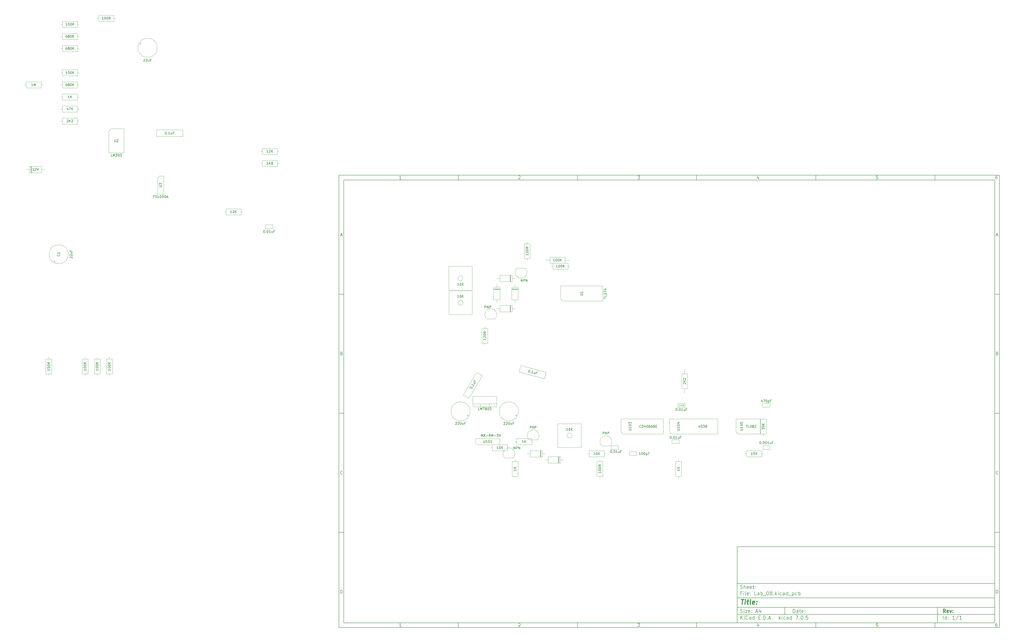
<source format=gbr>
%TF.GenerationSoftware,KiCad,Pcbnew,7.0.5*%
%TF.CreationDate,2024-03-20T11:13:37-04:00*%
%TF.ProjectId,Lab_08,4c61625f-3038-42e6-9b69-6361645f7063,rev?*%
%TF.SameCoordinates,Original*%
%TF.FileFunction,AssemblyDrawing,Top*%
%FSLAX46Y46*%
G04 Gerber Fmt 4.6, Leading zero omitted, Abs format (unit mm)*
G04 Created by KiCad (PCBNEW 7.0.5) date 2024-03-20 11:13:37*
%MOMM*%
%LPD*%
G01*
G04 APERTURE LIST*
%ADD10C,0.100000*%
%ADD11C,0.150000*%
%ADD12C,0.300000*%
%ADD13C,0.400000*%
%ADD14C,0.090000*%
G04 APERTURE END LIST*
D10*
D11*
X177002200Y-166007200D02*
X285002200Y-166007200D01*
X285002200Y-198007200D01*
X177002200Y-198007200D01*
X177002200Y-166007200D01*
D10*
D11*
X10000000Y-10000000D02*
X287002200Y-10000000D01*
X287002200Y-200007200D01*
X10000000Y-200007200D01*
X10000000Y-10000000D01*
D10*
D11*
X12000000Y-12000000D02*
X285002200Y-12000000D01*
X285002200Y-198007200D01*
X12000000Y-198007200D01*
X12000000Y-12000000D01*
D10*
D11*
X60000000Y-12000000D02*
X60000000Y-10000000D01*
D10*
D11*
X110000000Y-12000000D02*
X110000000Y-10000000D01*
D10*
D11*
X160000000Y-12000000D02*
X160000000Y-10000000D01*
D10*
D11*
X210000000Y-12000000D02*
X210000000Y-10000000D01*
D10*
D11*
X260000000Y-12000000D02*
X260000000Y-10000000D01*
D10*
D11*
X36089160Y-11593604D02*
X35346303Y-11593604D01*
X35717731Y-11593604D02*
X35717731Y-10293604D01*
X35717731Y-10293604D02*
X35593922Y-10479319D01*
X35593922Y-10479319D02*
X35470112Y-10603128D01*
X35470112Y-10603128D02*
X35346303Y-10665033D01*
D10*
D11*
X85346303Y-10417414D02*
X85408207Y-10355509D01*
X85408207Y-10355509D02*
X85532017Y-10293604D01*
X85532017Y-10293604D02*
X85841541Y-10293604D01*
X85841541Y-10293604D02*
X85965350Y-10355509D01*
X85965350Y-10355509D02*
X86027255Y-10417414D01*
X86027255Y-10417414D02*
X86089160Y-10541223D01*
X86089160Y-10541223D02*
X86089160Y-10665033D01*
X86089160Y-10665033D02*
X86027255Y-10850747D01*
X86027255Y-10850747D02*
X85284398Y-11593604D01*
X85284398Y-11593604D02*
X86089160Y-11593604D01*
D10*
D11*
X135284398Y-10293604D02*
X136089160Y-10293604D01*
X136089160Y-10293604D02*
X135655826Y-10788842D01*
X135655826Y-10788842D02*
X135841541Y-10788842D01*
X135841541Y-10788842D02*
X135965350Y-10850747D01*
X135965350Y-10850747D02*
X136027255Y-10912652D01*
X136027255Y-10912652D02*
X136089160Y-11036461D01*
X136089160Y-11036461D02*
X136089160Y-11345985D01*
X136089160Y-11345985D02*
X136027255Y-11469795D01*
X136027255Y-11469795D02*
X135965350Y-11531700D01*
X135965350Y-11531700D02*
X135841541Y-11593604D01*
X135841541Y-11593604D02*
X135470112Y-11593604D01*
X135470112Y-11593604D02*
X135346303Y-11531700D01*
X135346303Y-11531700D02*
X135284398Y-11469795D01*
D10*
D11*
X185965350Y-10726938D02*
X185965350Y-11593604D01*
X185655826Y-10231700D02*
X185346303Y-11160271D01*
X185346303Y-11160271D02*
X186151064Y-11160271D01*
D10*
D11*
X236027255Y-10293604D02*
X235408207Y-10293604D01*
X235408207Y-10293604D02*
X235346303Y-10912652D01*
X235346303Y-10912652D02*
X235408207Y-10850747D01*
X235408207Y-10850747D02*
X235532017Y-10788842D01*
X235532017Y-10788842D02*
X235841541Y-10788842D01*
X235841541Y-10788842D02*
X235965350Y-10850747D01*
X235965350Y-10850747D02*
X236027255Y-10912652D01*
X236027255Y-10912652D02*
X236089160Y-11036461D01*
X236089160Y-11036461D02*
X236089160Y-11345985D01*
X236089160Y-11345985D02*
X236027255Y-11469795D01*
X236027255Y-11469795D02*
X235965350Y-11531700D01*
X235965350Y-11531700D02*
X235841541Y-11593604D01*
X235841541Y-11593604D02*
X235532017Y-11593604D01*
X235532017Y-11593604D02*
X235408207Y-11531700D01*
X235408207Y-11531700D02*
X235346303Y-11469795D01*
D10*
D11*
X285965350Y-10293604D02*
X285717731Y-10293604D01*
X285717731Y-10293604D02*
X285593922Y-10355509D01*
X285593922Y-10355509D02*
X285532017Y-10417414D01*
X285532017Y-10417414D02*
X285408207Y-10603128D01*
X285408207Y-10603128D02*
X285346303Y-10850747D01*
X285346303Y-10850747D02*
X285346303Y-11345985D01*
X285346303Y-11345985D02*
X285408207Y-11469795D01*
X285408207Y-11469795D02*
X285470112Y-11531700D01*
X285470112Y-11531700D02*
X285593922Y-11593604D01*
X285593922Y-11593604D02*
X285841541Y-11593604D01*
X285841541Y-11593604D02*
X285965350Y-11531700D01*
X285965350Y-11531700D02*
X286027255Y-11469795D01*
X286027255Y-11469795D02*
X286089160Y-11345985D01*
X286089160Y-11345985D02*
X286089160Y-11036461D01*
X286089160Y-11036461D02*
X286027255Y-10912652D01*
X286027255Y-10912652D02*
X285965350Y-10850747D01*
X285965350Y-10850747D02*
X285841541Y-10788842D01*
X285841541Y-10788842D02*
X285593922Y-10788842D01*
X285593922Y-10788842D02*
X285470112Y-10850747D01*
X285470112Y-10850747D02*
X285408207Y-10912652D01*
X285408207Y-10912652D02*
X285346303Y-11036461D01*
D10*
D11*
X60000000Y-198007200D02*
X60000000Y-200007200D01*
D10*
D11*
X110000000Y-198007200D02*
X110000000Y-200007200D01*
D10*
D11*
X160000000Y-198007200D02*
X160000000Y-200007200D01*
D10*
D11*
X210000000Y-198007200D02*
X210000000Y-200007200D01*
D10*
D11*
X260000000Y-198007200D02*
X260000000Y-200007200D01*
D10*
D11*
X36089160Y-199600804D02*
X35346303Y-199600804D01*
X35717731Y-199600804D02*
X35717731Y-198300804D01*
X35717731Y-198300804D02*
X35593922Y-198486519D01*
X35593922Y-198486519D02*
X35470112Y-198610328D01*
X35470112Y-198610328D02*
X35346303Y-198672233D01*
D10*
D11*
X85346303Y-198424614D02*
X85408207Y-198362709D01*
X85408207Y-198362709D02*
X85532017Y-198300804D01*
X85532017Y-198300804D02*
X85841541Y-198300804D01*
X85841541Y-198300804D02*
X85965350Y-198362709D01*
X85965350Y-198362709D02*
X86027255Y-198424614D01*
X86027255Y-198424614D02*
X86089160Y-198548423D01*
X86089160Y-198548423D02*
X86089160Y-198672233D01*
X86089160Y-198672233D02*
X86027255Y-198857947D01*
X86027255Y-198857947D02*
X85284398Y-199600804D01*
X85284398Y-199600804D02*
X86089160Y-199600804D01*
D10*
D11*
X135284398Y-198300804D02*
X136089160Y-198300804D01*
X136089160Y-198300804D02*
X135655826Y-198796042D01*
X135655826Y-198796042D02*
X135841541Y-198796042D01*
X135841541Y-198796042D02*
X135965350Y-198857947D01*
X135965350Y-198857947D02*
X136027255Y-198919852D01*
X136027255Y-198919852D02*
X136089160Y-199043661D01*
X136089160Y-199043661D02*
X136089160Y-199353185D01*
X136089160Y-199353185D02*
X136027255Y-199476995D01*
X136027255Y-199476995D02*
X135965350Y-199538900D01*
X135965350Y-199538900D02*
X135841541Y-199600804D01*
X135841541Y-199600804D02*
X135470112Y-199600804D01*
X135470112Y-199600804D02*
X135346303Y-199538900D01*
X135346303Y-199538900D02*
X135284398Y-199476995D01*
D10*
D11*
X185965350Y-198734138D02*
X185965350Y-199600804D01*
X185655826Y-198238900D02*
X185346303Y-199167471D01*
X185346303Y-199167471D02*
X186151064Y-199167471D01*
D10*
D11*
X236027255Y-198300804D02*
X235408207Y-198300804D01*
X235408207Y-198300804D02*
X235346303Y-198919852D01*
X235346303Y-198919852D02*
X235408207Y-198857947D01*
X235408207Y-198857947D02*
X235532017Y-198796042D01*
X235532017Y-198796042D02*
X235841541Y-198796042D01*
X235841541Y-198796042D02*
X235965350Y-198857947D01*
X235965350Y-198857947D02*
X236027255Y-198919852D01*
X236027255Y-198919852D02*
X236089160Y-199043661D01*
X236089160Y-199043661D02*
X236089160Y-199353185D01*
X236089160Y-199353185D02*
X236027255Y-199476995D01*
X236027255Y-199476995D02*
X235965350Y-199538900D01*
X235965350Y-199538900D02*
X235841541Y-199600804D01*
X235841541Y-199600804D02*
X235532017Y-199600804D01*
X235532017Y-199600804D02*
X235408207Y-199538900D01*
X235408207Y-199538900D02*
X235346303Y-199476995D01*
D10*
D11*
X285965350Y-198300804D02*
X285717731Y-198300804D01*
X285717731Y-198300804D02*
X285593922Y-198362709D01*
X285593922Y-198362709D02*
X285532017Y-198424614D01*
X285532017Y-198424614D02*
X285408207Y-198610328D01*
X285408207Y-198610328D02*
X285346303Y-198857947D01*
X285346303Y-198857947D02*
X285346303Y-199353185D01*
X285346303Y-199353185D02*
X285408207Y-199476995D01*
X285408207Y-199476995D02*
X285470112Y-199538900D01*
X285470112Y-199538900D02*
X285593922Y-199600804D01*
X285593922Y-199600804D02*
X285841541Y-199600804D01*
X285841541Y-199600804D02*
X285965350Y-199538900D01*
X285965350Y-199538900D02*
X286027255Y-199476995D01*
X286027255Y-199476995D02*
X286089160Y-199353185D01*
X286089160Y-199353185D02*
X286089160Y-199043661D01*
X286089160Y-199043661D02*
X286027255Y-198919852D01*
X286027255Y-198919852D02*
X285965350Y-198857947D01*
X285965350Y-198857947D02*
X285841541Y-198796042D01*
X285841541Y-198796042D02*
X285593922Y-198796042D01*
X285593922Y-198796042D02*
X285470112Y-198857947D01*
X285470112Y-198857947D02*
X285408207Y-198919852D01*
X285408207Y-198919852D02*
X285346303Y-199043661D01*
D10*
D11*
X10000000Y-60000000D02*
X12000000Y-60000000D01*
D10*
D11*
X10000000Y-110000000D02*
X12000000Y-110000000D01*
D10*
D11*
X10000000Y-160000000D02*
X12000000Y-160000000D01*
D10*
D11*
X10690476Y-35222176D02*
X11309523Y-35222176D01*
X10566666Y-35593604D02*
X10999999Y-34293604D01*
X10999999Y-34293604D02*
X11433333Y-35593604D01*
D10*
D11*
X11092857Y-84912652D02*
X11278571Y-84974557D01*
X11278571Y-84974557D02*
X11340476Y-85036461D01*
X11340476Y-85036461D02*
X11402380Y-85160271D01*
X11402380Y-85160271D02*
X11402380Y-85345985D01*
X11402380Y-85345985D02*
X11340476Y-85469795D01*
X11340476Y-85469795D02*
X11278571Y-85531700D01*
X11278571Y-85531700D02*
X11154761Y-85593604D01*
X11154761Y-85593604D02*
X10659523Y-85593604D01*
X10659523Y-85593604D02*
X10659523Y-84293604D01*
X10659523Y-84293604D02*
X11092857Y-84293604D01*
X11092857Y-84293604D02*
X11216666Y-84355509D01*
X11216666Y-84355509D02*
X11278571Y-84417414D01*
X11278571Y-84417414D02*
X11340476Y-84541223D01*
X11340476Y-84541223D02*
X11340476Y-84665033D01*
X11340476Y-84665033D02*
X11278571Y-84788842D01*
X11278571Y-84788842D02*
X11216666Y-84850747D01*
X11216666Y-84850747D02*
X11092857Y-84912652D01*
X11092857Y-84912652D02*
X10659523Y-84912652D01*
D10*
D11*
X11402380Y-135469795D02*
X11340476Y-135531700D01*
X11340476Y-135531700D02*
X11154761Y-135593604D01*
X11154761Y-135593604D02*
X11030952Y-135593604D01*
X11030952Y-135593604D02*
X10845238Y-135531700D01*
X10845238Y-135531700D02*
X10721428Y-135407890D01*
X10721428Y-135407890D02*
X10659523Y-135284080D01*
X10659523Y-135284080D02*
X10597619Y-135036461D01*
X10597619Y-135036461D02*
X10597619Y-134850747D01*
X10597619Y-134850747D02*
X10659523Y-134603128D01*
X10659523Y-134603128D02*
X10721428Y-134479319D01*
X10721428Y-134479319D02*
X10845238Y-134355509D01*
X10845238Y-134355509D02*
X11030952Y-134293604D01*
X11030952Y-134293604D02*
X11154761Y-134293604D01*
X11154761Y-134293604D02*
X11340476Y-134355509D01*
X11340476Y-134355509D02*
X11402380Y-134417414D01*
D10*
D11*
X10659523Y-185593604D02*
X10659523Y-184293604D01*
X10659523Y-184293604D02*
X10969047Y-184293604D01*
X10969047Y-184293604D02*
X11154761Y-184355509D01*
X11154761Y-184355509D02*
X11278571Y-184479319D01*
X11278571Y-184479319D02*
X11340476Y-184603128D01*
X11340476Y-184603128D02*
X11402380Y-184850747D01*
X11402380Y-184850747D02*
X11402380Y-185036461D01*
X11402380Y-185036461D02*
X11340476Y-185284080D01*
X11340476Y-185284080D02*
X11278571Y-185407890D01*
X11278571Y-185407890D02*
X11154761Y-185531700D01*
X11154761Y-185531700D02*
X10969047Y-185593604D01*
X10969047Y-185593604D02*
X10659523Y-185593604D01*
D10*
D11*
X287002200Y-60000000D02*
X285002200Y-60000000D01*
D10*
D11*
X287002200Y-110000000D02*
X285002200Y-110000000D01*
D10*
D11*
X287002200Y-160000000D02*
X285002200Y-160000000D01*
D10*
D11*
X285692676Y-35222176D02*
X286311723Y-35222176D01*
X285568866Y-35593604D02*
X286002199Y-34293604D01*
X286002199Y-34293604D02*
X286435533Y-35593604D01*
D10*
D11*
X286095057Y-84912652D02*
X286280771Y-84974557D01*
X286280771Y-84974557D02*
X286342676Y-85036461D01*
X286342676Y-85036461D02*
X286404580Y-85160271D01*
X286404580Y-85160271D02*
X286404580Y-85345985D01*
X286404580Y-85345985D02*
X286342676Y-85469795D01*
X286342676Y-85469795D02*
X286280771Y-85531700D01*
X286280771Y-85531700D02*
X286156961Y-85593604D01*
X286156961Y-85593604D02*
X285661723Y-85593604D01*
X285661723Y-85593604D02*
X285661723Y-84293604D01*
X285661723Y-84293604D02*
X286095057Y-84293604D01*
X286095057Y-84293604D02*
X286218866Y-84355509D01*
X286218866Y-84355509D02*
X286280771Y-84417414D01*
X286280771Y-84417414D02*
X286342676Y-84541223D01*
X286342676Y-84541223D02*
X286342676Y-84665033D01*
X286342676Y-84665033D02*
X286280771Y-84788842D01*
X286280771Y-84788842D02*
X286218866Y-84850747D01*
X286218866Y-84850747D02*
X286095057Y-84912652D01*
X286095057Y-84912652D02*
X285661723Y-84912652D01*
D10*
D11*
X286404580Y-135469795D02*
X286342676Y-135531700D01*
X286342676Y-135531700D02*
X286156961Y-135593604D01*
X286156961Y-135593604D02*
X286033152Y-135593604D01*
X286033152Y-135593604D02*
X285847438Y-135531700D01*
X285847438Y-135531700D02*
X285723628Y-135407890D01*
X285723628Y-135407890D02*
X285661723Y-135284080D01*
X285661723Y-135284080D02*
X285599819Y-135036461D01*
X285599819Y-135036461D02*
X285599819Y-134850747D01*
X285599819Y-134850747D02*
X285661723Y-134603128D01*
X285661723Y-134603128D02*
X285723628Y-134479319D01*
X285723628Y-134479319D02*
X285847438Y-134355509D01*
X285847438Y-134355509D02*
X286033152Y-134293604D01*
X286033152Y-134293604D02*
X286156961Y-134293604D01*
X286156961Y-134293604D02*
X286342676Y-134355509D01*
X286342676Y-134355509D02*
X286404580Y-134417414D01*
D10*
D11*
X285661723Y-185593604D02*
X285661723Y-184293604D01*
X285661723Y-184293604D02*
X285971247Y-184293604D01*
X285971247Y-184293604D02*
X286156961Y-184355509D01*
X286156961Y-184355509D02*
X286280771Y-184479319D01*
X286280771Y-184479319D02*
X286342676Y-184603128D01*
X286342676Y-184603128D02*
X286404580Y-184850747D01*
X286404580Y-184850747D02*
X286404580Y-185036461D01*
X286404580Y-185036461D02*
X286342676Y-185284080D01*
X286342676Y-185284080D02*
X286280771Y-185407890D01*
X286280771Y-185407890D02*
X286156961Y-185531700D01*
X286156961Y-185531700D02*
X285971247Y-185593604D01*
X285971247Y-185593604D02*
X285661723Y-185593604D01*
D10*
D11*
X200458026Y-193793328D02*
X200458026Y-192293328D01*
X200458026Y-192293328D02*
X200815169Y-192293328D01*
X200815169Y-192293328D02*
X201029455Y-192364757D01*
X201029455Y-192364757D02*
X201172312Y-192507614D01*
X201172312Y-192507614D02*
X201243741Y-192650471D01*
X201243741Y-192650471D02*
X201315169Y-192936185D01*
X201315169Y-192936185D02*
X201315169Y-193150471D01*
X201315169Y-193150471D02*
X201243741Y-193436185D01*
X201243741Y-193436185D02*
X201172312Y-193579042D01*
X201172312Y-193579042D02*
X201029455Y-193721900D01*
X201029455Y-193721900D02*
X200815169Y-193793328D01*
X200815169Y-193793328D02*
X200458026Y-193793328D01*
X202600884Y-193793328D02*
X202600884Y-193007614D01*
X202600884Y-193007614D02*
X202529455Y-192864757D01*
X202529455Y-192864757D02*
X202386598Y-192793328D01*
X202386598Y-192793328D02*
X202100884Y-192793328D01*
X202100884Y-192793328D02*
X201958026Y-192864757D01*
X202600884Y-193721900D02*
X202458026Y-193793328D01*
X202458026Y-193793328D02*
X202100884Y-193793328D01*
X202100884Y-193793328D02*
X201958026Y-193721900D01*
X201958026Y-193721900D02*
X201886598Y-193579042D01*
X201886598Y-193579042D02*
X201886598Y-193436185D01*
X201886598Y-193436185D02*
X201958026Y-193293328D01*
X201958026Y-193293328D02*
X202100884Y-193221900D01*
X202100884Y-193221900D02*
X202458026Y-193221900D01*
X202458026Y-193221900D02*
X202600884Y-193150471D01*
X203100884Y-192793328D02*
X203672312Y-192793328D01*
X203315169Y-192293328D02*
X203315169Y-193579042D01*
X203315169Y-193579042D02*
X203386598Y-193721900D01*
X203386598Y-193721900D02*
X203529455Y-193793328D01*
X203529455Y-193793328D02*
X203672312Y-193793328D01*
X204743741Y-193721900D02*
X204600884Y-193793328D01*
X204600884Y-193793328D02*
X204315170Y-193793328D01*
X204315170Y-193793328D02*
X204172312Y-193721900D01*
X204172312Y-193721900D02*
X204100884Y-193579042D01*
X204100884Y-193579042D02*
X204100884Y-193007614D01*
X204100884Y-193007614D02*
X204172312Y-192864757D01*
X204172312Y-192864757D02*
X204315170Y-192793328D01*
X204315170Y-192793328D02*
X204600884Y-192793328D01*
X204600884Y-192793328D02*
X204743741Y-192864757D01*
X204743741Y-192864757D02*
X204815170Y-193007614D01*
X204815170Y-193007614D02*
X204815170Y-193150471D01*
X204815170Y-193150471D02*
X204100884Y-193293328D01*
X205458026Y-193650471D02*
X205529455Y-193721900D01*
X205529455Y-193721900D02*
X205458026Y-193793328D01*
X205458026Y-193793328D02*
X205386598Y-193721900D01*
X205386598Y-193721900D02*
X205458026Y-193650471D01*
X205458026Y-193650471D02*
X205458026Y-193793328D01*
X205458026Y-192864757D02*
X205529455Y-192936185D01*
X205529455Y-192936185D02*
X205458026Y-193007614D01*
X205458026Y-193007614D02*
X205386598Y-192936185D01*
X205386598Y-192936185D02*
X205458026Y-192864757D01*
X205458026Y-192864757D02*
X205458026Y-193007614D01*
D10*
D11*
X177002200Y-194507200D02*
X285002200Y-194507200D01*
D10*
D11*
X178458026Y-196593328D02*
X178458026Y-195093328D01*
X179315169Y-196593328D02*
X178672312Y-195736185D01*
X179315169Y-195093328D02*
X178458026Y-195950471D01*
X179958026Y-196593328D02*
X179958026Y-195593328D01*
X179958026Y-195093328D02*
X179886598Y-195164757D01*
X179886598Y-195164757D02*
X179958026Y-195236185D01*
X179958026Y-195236185D02*
X180029455Y-195164757D01*
X180029455Y-195164757D02*
X179958026Y-195093328D01*
X179958026Y-195093328D02*
X179958026Y-195236185D01*
X181529455Y-196450471D02*
X181458027Y-196521900D01*
X181458027Y-196521900D02*
X181243741Y-196593328D01*
X181243741Y-196593328D02*
X181100884Y-196593328D01*
X181100884Y-196593328D02*
X180886598Y-196521900D01*
X180886598Y-196521900D02*
X180743741Y-196379042D01*
X180743741Y-196379042D02*
X180672312Y-196236185D01*
X180672312Y-196236185D02*
X180600884Y-195950471D01*
X180600884Y-195950471D02*
X180600884Y-195736185D01*
X180600884Y-195736185D02*
X180672312Y-195450471D01*
X180672312Y-195450471D02*
X180743741Y-195307614D01*
X180743741Y-195307614D02*
X180886598Y-195164757D01*
X180886598Y-195164757D02*
X181100884Y-195093328D01*
X181100884Y-195093328D02*
X181243741Y-195093328D01*
X181243741Y-195093328D02*
X181458027Y-195164757D01*
X181458027Y-195164757D02*
X181529455Y-195236185D01*
X182815170Y-196593328D02*
X182815170Y-195807614D01*
X182815170Y-195807614D02*
X182743741Y-195664757D01*
X182743741Y-195664757D02*
X182600884Y-195593328D01*
X182600884Y-195593328D02*
X182315170Y-195593328D01*
X182315170Y-195593328D02*
X182172312Y-195664757D01*
X182815170Y-196521900D02*
X182672312Y-196593328D01*
X182672312Y-196593328D02*
X182315170Y-196593328D01*
X182315170Y-196593328D02*
X182172312Y-196521900D01*
X182172312Y-196521900D02*
X182100884Y-196379042D01*
X182100884Y-196379042D02*
X182100884Y-196236185D01*
X182100884Y-196236185D02*
X182172312Y-196093328D01*
X182172312Y-196093328D02*
X182315170Y-196021900D01*
X182315170Y-196021900D02*
X182672312Y-196021900D01*
X182672312Y-196021900D02*
X182815170Y-195950471D01*
X184172313Y-196593328D02*
X184172313Y-195093328D01*
X184172313Y-196521900D02*
X184029455Y-196593328D01*
X184029455Y-196593328D02*
X183743741Y-196593328D01*
X183743741Y-196593328D02*
X183600884Y-196521900D01*
X183600884Y-196521900D02*
X183529455Y-196450471D01*
X183529455Y-196450471D02*
X183458027Y-196307614D01*
X183458027Y-196307614D02*
X183458027Y-195879042D01*
X183458027Y-195879042D02*
X183529455Y-195736185D01*
X183529455Y-195736185D02*
X183600884Y-195664757D01*
X183600884Y-195664757D02*
X183743741Y-195593328D01*
X183743741Y-195593328D02*
X184029455Y-195593328D01*
X184029455Y-195593328D02*
X184172313Y-195664757D01*
X186029455Y-195807614D02*
X186529455Y-195807614D01*
X186743741Y-196593328D02*
X186029455Y-196593328D01*
X186029455Y-196593328D02*
X186029455Y-195093328D01*
X186029455Y-195093328D02*
X186743741Y-195093328D01*
X187386598Y-196450471D02*
X187458027Y-196521900D01*
X187458027Y-196521900D02*
X187386598Y-196593328D01*
X187386598Y-196593328D02*
X187315170Y-196521900D01*
X187315170Y-196521900D02*
X187386598Y-196450471D01*
X187386598Y-196450471D02*
X187386598Y-196593328D01*
X188100884Y-196593328D02*
X188100884Y-195093328D01*
X188100884Y-195093328D02*
X188458027Y-195093328D01*
X188458027Y-195093328D02*
X188672313Y-195164757D01*
X188672313Y-195164757D02*
X188815170Y-195307614D01*
X188815170Y-195307614D02*
X188886599Y-195450471D01*
X188886599Y-195450471D02*
X188958027Y-195736185D01*
X188958027Y-195736185D02*
X188958027Y-195950471D01*
X188958027Y-195950471D02*
X188886599Y-196236185D01*
X188886599Y-196236185D02*
X188815170Y-196379042D01*
X188815170Y-196379042D02*
X188672313Y-196521900D01*
X188672313Y-196521900D02*
X188458027Y-196593328D01*
X188458027Y-196593328D02*
X188100884Y-196593328D01*
X189600884Y-196450471D02*
X189672313Y-196521900D01*
X189672313Y-196521900D02*
X189600884Y-196593328D01*
X189600884Y-196593328D02*
X189529456Y-196521900D01*
X189529456Y-196521900D02*
X189600884Y-196450471D01*
X189600884Y-196450471D02*
X189600884Y-196593328D01*
X190243742Y-196164757D02*
X190958028Y-196164757D01*
X190100885Y-196593328D02*
X190600885Y-195093328D01*
X190600885Y-195093328D02*
X191100885Y-196593328D01*
X191600884Y-196450471D02*
X191672313Y-196521900D01*
X191672313Y-196521900D02*
X191600884Y-196593328D01*
X191600884Y-196593328D02*
X191529456Y-196521900D01*
X191529456Y-196521900D02*
X191600884Y-196450471D01*
X191600884Y-196450471D02*
X191600884Y-196593328D01*
X194600884Y-196593328D02*
X194600884Y-195093328D01*
X194743742Y-196021900D02*
X195172313Y-196593328D01*
X195172313Y-195593328D02*
X194600884Y-196164757D01*
X195815170Y-196593328D02*
X195815170Y-195593328D01*
X195815170Y-195093328D02*
X195743742Y-195164757D01*
X195743742Y-195164757D02*
X195815170Y-195236185D01*
X195815170Y-195236185D02*
X195886599Y-195164757D01*
X195886599Y-195164757D02*
X195815170Y-195093328D01*
X195815170Y-195093328D02*
X195815170Y-195236185D01*
X197172314Y-196521900D02*
X197029456Y-196593328D01*
X197029456Y-196593328D02*
X196743742Y-196593328D01*
X196743742Y-196593328D02*
X196600885Y-196521900D01*
X196600885Y-196521900D02*
X196529456Y-196450471D01*
X196529456Y-196450471D02*
X196458028Y-196307614D01*
X196458028Y-196307614D02*
X196458028Y-195879042D01*
X196458028Y-195879042D02*
X196529456Y-195736185D01*
X196529456Y-195736185D02*
X196600885Y-195664757D01*
X196600885Y-195664757D02*
X196743742Y-195593328D01*
X196743742Y-195593328D02*
X197029456Y-195593328D01*
X197029456Y-195593328D02*
X197172314Y-195664757D01*
X198458028Y-196593328D02*
X198458028Y-195807614D01*
X198458028Y-195807614D02*
X198386599Y-195664757D01*
X198386599Y-195664757D02*
X198243742Y-195593328D01*
X198243742Y-195593328D02*
X197958028Y-195593328D01*
X197958028Y-195593328D02*
X197815170Y-195664757D01*
X198458028Y-196521900D02*
X198315170Y-196593328D01*
X198315170Y-196593328D02*
X197958028Y-196593328D01*
X197958028Y-196593328D02*
X197815170Y-196521900D01*
X197815170Y-196521900D02*
X197743742Y-196379042D01*
X197743742Y-196379042D02*
X197743742Y-196236185D01*
X197743742Y-196236185D02*
X197815170Y-196093328D01*
X197815170Y-196093328D02*
X197958028Y-196021900D01*
X197958028Y-196021900D02*
X198315170Y-196021900D01*
X198315170Y-196021900D02*
X198458028Y-195950471D01*
X199815171Y-196593328D02*
X199815171Y-195093328D01*
X199815171Y-196521900D02*
X199672313Y-196593328D01*
X199672313Y-196593328D02*
X199386599Y-196593328D01*
X199386599Y-196593328D02*
X199243742Y-196521900D01*
X199243742Y-196521900D02*
X199172313Y-196450471D01*
X199172313Y-196450471D02*
X199100885Y-196307614D01*
X199100885Y-196307614D02*
X199100885Y-195879042D01*
X199100885Y-195879042D02*
X199172313Y-195736185D01*
X199172313Y-195736185D02*
X199243742Y-195664757D01*
X199243742Y-195664757D02*
X199386599Y-195593328D01*
X199386599Y-195593328D02*
X199672313Y-195593328D01*
X199672313Y-195593328D02*
X199815171Y-195664757D01*
X201529456Y-195093328D02*
X202529456Y-195093328D01*
X202529456Y-195093328D02*
X201886599Y-196593328D01*
X203100884Y-196450471D02*
X203172313Y-196521900D01*
X203172313Y-196521900D02*
X203100884Y-196593328D01*
X203100884Y-196593328D02*
X203029456Y-196521900D01*
X203029456Y-196521900D02*
X203100884Y-196450471D01*
X203100884Y-196450471D02*
X203100884Y-196593328D01*
X204100885Y-195093328D02*
X204243742Y-195093328D01*
X204243742Y-195093328D02*
X204386599Y-195164757D01*
X204386599Y-195164757D02*
X204458028Y-195236185D01*
X204458028Y-195236185D02*
X204529456Y-195379042D01*
X204529456Y-195379042D02*
X204600885Y-195664757D01*
X204600885Y-195664757D02*
X204600885Y-196021900D01*
X204600885Y-196021900D02*
X204529456Y-196307614D01*
X204529456Y-196307614D02*
X204458028Y-196450471D01*
X204458028Y-196450471D02*
X204386599Y-196521900D01*
X204386599Y-196521900D02*
X204243742Y-196593328D01*
X204243742Y-196593328D02*
X204100885Y-196593328D01*
X204100885Y-196593328D02*
X203958028Y-196521900D01*
X203958028Y-196521900D02*
X203886599Y-196450471D01*
X203886599Y-196450471D02*
X203815170Y-196307614D01*
X203815170Y-196307614D02*
X203743742Y-196021900D01*
X203743742Y-196021900D02*
X203743742Y-195664757D01*
X203743742Y-195664757D02*
X203815170Y-195379042D01*
X203815170Y-195379042D02*
X203886599Y-195236185D01*
X203886599Y-195236185D02*
X203958028Y-195164757D01*
X203958028Y-195164757D02*
X204100885Y-195093328D01*
X205243741Y-196450471D02*
X205315170Y-196521900D01*
X205315170Y-196521900D02*
X205243741Y-196593328D01*
X205243741Y-196593328D02*
X205172313Y-196521900D01*
X205172313Y-196521900D02*
X205243741Y-196450471D01*
X205243741Y-196450471D02*
X205243741Y-196593328D01*
X206672313Y-195093328D02*
X205958027Y-195093328D01*
X205958027Y-195093328D02*
X205886599Y-195807614D01*
X205886599Y-195807614D02*
X205958027Y-195736185D01*
X205958027Y-195736185D02*
X206100885Y-195664757D01*
X206100885Y-195664757D02*
X206458027Y-195664757D01*
X206458027Y-195664757D02*
X206600885Y-195736185D01*
X206600885Y-195736185D02*
X206672313Y-195807614D01*
X206672313Y-195807614D02*
X206743742Y-195950471D01*
X206743742Y-195950471D02*
X206743742Y-196307614D01*
X206743742Y-196307614D02*
X206672313Y-196450471D01*
X206672313Y-196450471D02*
X206600885Y-196521900D01*
X206600885Y-196521900D02*
X206458027Y-196593328D01*
X206458027Y-196593328D02*
X206100885Y-196593328D01*
X206100885Y-196593328D02*
X205958027Y-196521900D01*
X205958027Y-196521900D02*
X205886599Y-196450471D01*
D10*
D11*
X177002200Y-191507200D02*
X285002200Y-191507200D01*
D10*
D12*
X264413853Y-193785528D02*
X263913853Y-193071242D01*
X263556710Y-193785528D02*
X263556710Y-192285528D01*
X263556710Y-192285528D02*
X264128139Y-192285528D01*
X264128139Y-192285528D02*
X264270996Y-192356957D01*
X264270996Y-192356957D02*
X264342425Y-192428385D01*
X264342425Y-192428385D02*
X264413853Y-192571242D01*
X264413853Y-192571242D02*
X264413853Y-192785528D01*
X264413853Y-192785528D02*
X264342425Y-192928385D01*
X264342425Y-192928385D02*
X264270996Y-192999814D01*
X264270996Y-192999814D02*
X264128139Y-193071242D01*
X264128139Y-193071242D02*
X263556710Y-193071242D01*
X265628139Y-193714100D02*
X265485282Y-193785528D01*
X265485282Y-193785528D02*
X265199568Y-193785528D01*
X265199568Y-193785528D02*
X265056710Y-193714100D01*
X265056710Y-193714100D02*
X264985282Y-193571242D01*
X264985282Y-193571242D02*
X264985282Y-192999814D01*
X264985282Y-192999814D02*
X265056710Y-192856957D01*
X265056710Y-192856957D02*
X265199568Y-192785528D01*
X265199568Y-192785528D02*
X265485282Y-192785528D01*
X265485282Y-192785528D02*
X265628139Y-192856957D01*
X265628139Y-192856957D02*
X265699568Y-192999814D01*
X265699568Y-192999814D02*
X265699568Y-193142671D01*
X265699568Y-193142671D02*
X264985282Y-193285528D01*
X266199567Y-192785528D02*
X266556710Y-193785528D01*
X266556710Y-193785528D02*
X266913853Y-192785528D01*
X267485281Y-193642671D02*
X267556710Y-193714100D01*
X267556710Y-193714100D02*
X267485281Y-193785528D01*
X267485281Y-193785528D02*
X267413853Y-193714100D01*
X267413853Y-193714100D02*
X267485281Y-193642671D01*
X267485281Y-193642671D02*
X267485281Y-193785528D01*
X267485281Y-192856957D02*
X267556710Y-192928385D01*
X267556710Y-192928385D02*
X267485281Y-192999814D01*
X267485281Y-192999814D02*
X267413853Y-192928385D01*
X267413853Y-192928385D02*
X267485281Y-192856957D01*
X267485281Y-192856957D02*
X267485281Y-192999814D01*
D10*
D11*
X178386598Y-193721900D02*
X178600884Y-193793328D01*
X178600884Y-193793328D02*
X178958026Y-193793328D01*
X178958026Y-193793328D02*
X179100884Y-193721900D01*
X179100884Y-193721900D02*
X179172312Y-193650471D01*
X179172312Y-193650471D02*
X179243741Y-193507614D01*
X179243741Y-193507614D02*
X179243741Y-193364757D01*
X179243741Y-193364757D02*
X179172312Y-193221900D01*
X179172312Y-193221900D02*
X179100884Y-193150471D01*
X179100884Y-193150471D02*
X178958026Y-193079042D01*
X178958026Y-193079042D02*
X178672312Y-193007614D01*
X178672312Y-193007614D02*
X178529455Y-192936185D01*
X178529455Y-192936185D02*
X178458026Y-192864757D01*
X178458026Y-192864757D02*
X178386598Y-192721900D01*
X178386598Y-192721900D02*
X178386598Y-192579042D01*
X178386598Y-192579042D02*
X178458026Y-192436185D01*
X178458026Y-192436185D02*
X178529455Y-192364757D01*
X178529455Y-192364757D02*
X178672312Y-192293328D01*
X178672312Y-192293328D02*
X179029455Y-192293328D01*
X179029455Y-192293328D02*
X179243741Y-192364757D01*
X179886597Y-193793328D02*
X179886597Y-192793328D01*
X179886597Y-192293328D02*
X179815169Y-192364757D01*
X179815169Y-192364757D02*
X179886597Y-192436185D01*
X179886597Y-192436185D02*
X179958026Y-192364757D01*
X179958026Y-192364757D02*
X179886597Y-192293328D01*
X179886597Y-192293328D02*
X179886597Y-192436185D01*
X180458026Y-192793328D02*
X181243741Y-192793328D01*
X181243741Y-192793328D02*
X180458026Y-193793328D01*
X180458026Y-193793328D02*
X181243741Y-193793328D01*
X182386598Y-193721900D02*
X182243741Y-193793328D01*
X182243741Y-193793328D02*
X181958027Y-193793328D01*
X181958027Y-193793328D02*
X181815169Y-193721900D01*
X181815169Y-193721900D02*
X181743741Y-193579042D01*
X181743741Y-193579042D02*
X181743741Y-193007614D01*
X181743741Y-193007614D02*
X181815169Y-192864757D01*
X181815169Y-192864757D02*
X181958027Y-192793328D01*
X181958027Y-192793328D02*
X182243741Y-192793328D01*
X182243741Y-192793328D02*
X182386598Y-192864757D01*
X182386598Y-192864757D02*
X182458027Y-193007614D01*
X182458027Y-193007614D02*
X182458027Y-193150471D01*
X182458027Y-193150471D02*
X181743741Y-193293328D01*
X183100883Y-193650471D02*
X183172312Y-193721900D01*
X183172312Y-193721900D02*
X183100883Y-193793328D01*
X183100883Y-193793328D02*
X183029455Y-193721900D01*
X183029455Y-193721900D02*
X183100883Y-193650471D01*
X183100883Y-193650471D02*
X183100883Y-193793328D01*
X183100883Y-192864757D02*
X183172312Y-192936185D01*
X183172312Y-192936185D02*
X183100883Y-193007614D01*
X183100883Y-193007614D02*
X183029455Y-192936185D01*
X183029455Y-192936185D02*
X183100883Y-192864757D01*
X183100883Y-192864757D02*
X183100883Y-193007614D01*
X184886598Y-193364757D02*
X185600884Y-193364757D01*
X184743741Y-193793328D02*
X185243741Y-192293328D01*
X185243741Y-192293328D02*
X185743741Y-193793328D01*
X186886598Y-192793328D02*
X186886598Y-193793328D01*
X186529455Y-192221900D02*
X186172312Y-193293328D01*
X186172312Y-193293328D02*
X187100883Y-193293328D01*
D10*
D11*
X263458026Y-196593328D02*
X263458026Y-195093328D01*
X264815170Y-196593328D02*
X264815170Y-195093328D01*
X264815170Y-196521900D02*
X264672312Y-196593328D01*
X264672312Y-196593328D02*
X264386598Y-196593328D01*
X264386598Y-196593328D02*
X264243741Y-196521900D01*
X264243741Y-196521900D02*
X264172312Y-196450471D01*
X264172312Y-196450471D02*
X264100884Y-196307614D01*
X264100884Y-196307614D02*
X264100884Y-195879042D01*
X264100884Y-195879042D02*
X264172312Y-195736185D01*
X264172312Y-195736185D02*
X264243741Y-195664757D01*
X264243741Y-195664757D02*
X264386598Y-195593328D01*
X264386598Y-195593328D02*
X264672312Y-195593328D01*
X264672312Y-195593328D02*
X264815170Y-195664757D01*
X265529455Y-196450471D02*
X265600884Y-196521900D01*
X265600884Y-196521900D02*
X265529455Y-196593328D01*
X265529455Y-196593328D02*
X265458027Y-196521900D01*
X265458027Y-196521900D02*
X265529455Y-196450471D01*
X265529455Y-196450471D02*
X265529455Y-196593328D01*
X265529455Y-195664757D02*
X265600884Y-195736185D01*
X265600884Y-195736185D02*
X265529455Y-195807614D01*
X265529455Y-195807614D02*
X265458027Y-195736185D01*
X265458027Y-195736185D02*
X265529455Y-195664757D01*
X265529455Y-195664757D02*
X265529455Y-195807614D01*
X268172313Y-196593328D02*
X267315170Y-196593328D01*
X267743741Y-196593328D02*
X267743741Y-195093328D01*
X267743741Y-195093328D02*
X267600884Y-195307614D01*
X267600884Y-195307614D02*
X267458027Y-195450471D01*
X267458027Y-195450471D02*
X267315170Y-195521900D01*
X269886598Y-195021900D02*
X268600884Y-196950471D01*
X271172313Y-196593328D02*
X270315170Y-196593328D01*
X270743741Y-196593328D02*
X270743741Y-195093328D01*
X270743741Y-195093328D02*
X270600884Y-195307614D01*
X270600884Y-195307614D02*
X270458027Y-195450471D01*
X270458027Y-195450471D02*
X270315170Y-195521900D01*
D10*
D11*
X177002200Y-187507200D02*
X285002200Y-187507200D01*
D10*
D13*
X178693928Y-188211638D02*
X179836785Y-188211638D01*
X179015357Y-190211638D02*
X179265357Y-188211638D01*
X180253452Y-190211638D02*
X180420119Y-188878304D01*
X180503452Y-188211638D02*
X180396309Y-188306876D01*
X180396309Y-188306876D02*
X180479643Y-188402114D01*
X180479643Y-188402114D02*
X180586786Y-188306876D01*
X180586786Y-188306876D02*
X180503452Y-188211638D01*
X180503452Y-188211638D02*
X180479643Y-188402114D01*
X181086786Y-188878304D02*
X181848690Y-188878304D01*
X181455833Y-188211638D02*
X181241548Y-189925923D01*
X181241548Y-189925923D02*
X181312976Y-190116400D01*
X181312976Y-190116400D02*
X181491548Y-190211638D01*
X181491548Y-190211638D02*
X181682024Y-190211638D01*
X182634405Y-190211638D02*
X182455833Y-190116400D01*
X182455833Y-190116400D02*
X182384405Y-189925923D01*
X182384405Y-189925923D02*
X182598690Y-188211638D01*
X184170119Y-190116400D02*
X183967738Y-190211638D01*
X183967738Y-190211638D02*
X183586785Y-190211638D01*
X183586785Y-190211638D02*
X183408214Y-190116400D01*
X183408214Y-190116400D02*
X183336785Y-189925923D01*
X183336785Y-189925923D02*
X183432024Y-189164019D01*
X183432024Y-189164019D02*
X183551071Y-188973542D01*
X183551071Y-188973542D02*
X183753452Y-188878304D01*
X183753452Y-188878304D02*
X184134404Y-188878304D01*
X184134404Y-188878304D02*
X184312976Y-188973542D01*
X184312976Y-188973542D02*
X184384404Y-189164019D01*
X184384404Y-189164019D02*
X184360595Y-189354495D01*
X184360595Y-189354495D02*
X183384404Y-189544971D01*
X185134405Y-190021161D02*
X185217738Y-190116400D01*
X185217738Y-190116400D02*
X185110595Y-190211638D01*
X185110595Y-190211638D02*
X185027262Y-190116400D01*
X185027262Y-190116400D02*
X185134405Y-190021161D01*
X185134405Y-190021161D02*
X185110595Y-190211638D01*
X185265357Y-188973542D02*
X185348690Y-189068780D01*
X185348690Y-189068780D02*
X185241548Y-189164019D01*
X185241548Y-189164019D02*
X185158214Y-189068780D01*
X185158214Y-189068780D02*
X185265357Y-188973542D01*
X185265357Y-188973542D02*
X185241548Y-189164019D01*
D10*
D11*
X178958026Y-185607614D02*
X178458026Y-185607614D01*
X178458026Y-186393328D02*
X178458026Y-184893328D01*
X178458026Y-184893328D02*
X179172312Y-184893328D01*
X179743740Y-186393328D02*
X179743740Y-185393328D01*
X179743740Y-184893328D02*
X179672312Y-184964757D01*
X179672312Y-184964757D02*
X179743740Y-185036185D01*
X179743740Y-185036185D02*
X179815169Y-184964757D01*
X179815169Y-184964757D02*
X179743740Y-184893328D01*
X179743740Y-184893328D02*
X179743740Y-185036185D01*
X180672312Y-186393328D02*
X180529455Y-186321900D01*
X180529455Y-186321900D02*
X180458026Y-186179042D01*
X180458026Y-186179042D02*
X180458026Y-184893328D01*
X181815169Y-186321900D02*
X181672312Y-186393328D01*
X181672312Y-186393328D02*
X181386598Y-186393328D01*
X181386598Y-186393328D02*
X181243740Y-186321900D01*
X181243740Y-186321900D02*
X181172312Y-186179042D01*
X181172312Y-186179042D02*
X181172312Y-185607614D01*
X181172312Y-185607614D02*
X181243740Y-185464757D01*
X181243740Y-185464757D02*
X181386598Y-185393328D01*
X181386598Y-185393328D02*
X181672312Y-185393328D01*
X181672312Y-185393328D02*
X181815169Y-185464757D01*
X181815169Y-185464757D02*
X181886598Y-185607614D01*
X181886598Y-185607614D02*
X181886598Y-185750471D01*
X181886598Y-185750471D02*
X181172312Y-185893328D01*
X182529454Y-186250471D02*
X182600883Y-186321900D01*
X182600883Y-186321900D02*
X182529454Y-186393328D01*
X182529454Y-186393328D02*
X182458026Y-186321900D01*
X182458026Y-186321900D02*
X182529454Y-186250471D01*
X182529454Y-186250471D02*
X182529454Y-186393328D01*
X182529454Y-185464757D02*
X182600883Y-185536185D01*
X182600883Y-185536185D02*
X182529454Y-185607614D01*
X182529454Y-185607614D02*
X182458026Y-185536185D01*
X182458026Y-185536185D02*
X182529454Y-185464757D01*
X182529454Y-185464757D02*
X182529454Y-185607614D01*
X185100883Y-186393328D02*
X184386597Y-186393328D01*
X184386597Y-186393328D02*
X184386597Y-184893328D01*
X186243741Y-186393328D02*
X186243741Y-185607614D01*
X186243741Y-185607614D02*
X186172312Y-185464757D01*
X186172312Y-185464757D02*
X186029455Y-185393328D01*
X186029455Y-185393328D02*
X185743741Y-185393328D01*
X185743741Y-185393328D02*
X185600883Y-185464757D01*
X186243741Y-186321900D02*
X186100883Y-186393328D01*
X186100883Y-186393328D02*
X185743741Y-186393328D01*
X185743741Y-186393328D02*
X185600883Y-186321900D01*
X185600883Y-186321900D02*
X185529455Y-186179042D01*
X185529455Y-186179042D02*
X185529455Y-186036185D01*
X185529455Y-186036185D02*
X185600883Y-185893328D01*
X185600883Y-185893328D02*
X185743741Y-185821900D01*
X185743741Y-185821900D02*
X186100883Y-185821900D01*
X186100883Y-185821900D02*
X186243741Y-185750471D01*
X186958026Y-186393328D02*
X186958026Y-184893328D01*
X186958026Y-185464757D02*
X187100884Y-185393328D01*
X187100884Y-185393328D02*
X187386598Y-185393328D01*
X187386598Y-185393328D02*
X187529455Y-185464757D01*
X187529455Y-185464757D02*
X187600884Y-185536185D01*
X187600884Y-185536185D02*
X187672312Y-185679042D01*
X187672312Y-185679042D02*
X187672312Y-186107614D01*
X187672312Y-186107614D02*
X187600884Y-186250471D01*
X187600884Y-186250471D02*
X187529455Y-186321900D01*
X187529455Y-186321900D02*
X187386598Y-186393328D01*
X187386598Y-186393328D02*
X187100884Y-186393328D01*
X187100884Y-186393328D02*
X186958026Y-186321900D01*
X187958027Y-186536185D02*
X189100884Y-186536185D01*
X189743741Y-184893328D02*
X189886598Y-184893328D01*
X189886598Y-184893328D02*
X190029455Y-184964757D01*
X190029455Y-184964757D02*
X190100884Y-185036185D01*
X190100884Y-185036185D02*
X190172312Y-185179042D01*
X190172312Y-185179042D02*
X190243741Y-185464757D01*
X190243741Y-185464757D02*
X190243741Y-185821900D01*
X190243741Y-185821900D02*
X190172312Y-186107614D01*
X190172312Y-186107614D02*
X190100884Y-186250471D01*
X190100884Y-186250471D02*
X190029455Y-186321900D01*
X190029455Y-186321900D02*
X189886598Y-186393328D01*
X189886598Y-186393328D02*
X189743741Y-186393328D01*
X189743741Y-186393328D02*
X189600884Y-186321900D01*
X189600884Y-186321900D02*
X189529455Y-186250471D01*
X189529455Y-186250471D02*
X189458026Y-186107614D01*
X189458026Y-186107614D02*
X189386598Y-185821900D01*
X189386598Y-185821900D02*
X189386598Y-185464757D01*
X189386598Y-185464757D02*
X189458026Y-185179042D01*
X189458026Y-185179042D02*
X189529455Y-185036185D01*
X189529455Y-185036185D02*
X189600884Y-184964757D01*
X189600884Y-184964757D02*
X189743741Y-184893328D01*
X191100883Y-185536185D02*
X190958026Y-185464757D01*
X190958026Y-185464757D02*
X190886597Y-185393328D01*
X190886597Y-185393328D02*
X190815169Y-185250471D01*
X190815169Y-185250471D02*
X190815169Y-185179042D01*
X190815169Y-185179042D02*
X190886597Y-185036185D01*
X190886597Y-185036185D02*
X190958026Y-184964757D01*
X190958026Y-184964757D02*
X191100883Y-184893328D01*
X191100883Y-184893328D02*
X191386597Y-184893328D01*
X191386597Y-184893328D02*
X191529455Y-184964757D01*
X191529455Y-184964757D02*
X191600883Y-185036185D01*
X191600883Y-185036185D02*
X191672312Y-185179042D01*
X191672312Y-185179042D02*
X191672312Y-185250471D01*
X191672312Y-185250471D02*
X191600883Y-185393328D01*
X191600883Y-185393328D02*
X191529455Y-185464757D01*
X191529455Y-185464757D02*
X191386597Y-185536185D01*
X191386597Y-185536185D02*
X191100883Y-185536185D01*
X191100883Y-185536185D02*
X190958026Y-185607614D01*
X190958026Y-185607614D02*
X190886597Y-185679042D01*
X190886597Y-185679042D02*
X190815169Y-185821900D01*
X190815169Y-185821900D02*
X190815169Y-186107614D01*
X190815169Y-186107614D02*
X190886597Y-186250471D01*
X190886597Y-186250471D02*
X190958026Y-186321900D01*
X190958026Y-186321900D02*
X191100883Y-186393328D01*
X191100883Y-186393328D02*
X191386597Y-186393328D01*
X191386597Y-186393328D02*
X191529455Y-186321900D01*
X191529455Y-186321900D02*
X191600883Y-186250471D01*
X191600883Y-186250471D02*
X191672312Y-186107614D01*
X191672312Y-186107614D02*
X191672312Y-185821900D01*
X191672312Y-185821900D02*
X191600883Y-185679042D01*
X191600883Y-185679042D02*
X191529455Y-185607614D01*
X191529455Y-185607614D02*
X191386597Y-185536185D01*
X192315168Y-186250471D02*
X192386597Y-186321900D01*
X192386597Y-186321900D02*
X192315168Y-186393328D01*
X192315168Y-186393328D02*
X192243740Y-186321900D01*
X192243740Y-186321900D02*
X192315168Y-186250471D01*
X192315168Y-186250471D02*
X192315168Y-186393328D01*
X193029454Y-186393328D02*
X193029454Y-184893328D01*
X193172312Y-185821900D02*
X193600883Y-186393328D01*
X193600883Y-185393328D02*
X193029454Y-185964757D01*
X194243740Y-186393328D02*
X194243740Y-185393328D01*
X194243740Y-184893328D02*
X194172312Y-184964757D01*
X194172312Y-184964757D02*
X194243740Y-185036185D01*
X194243740Y-185036185D02*
X194315169Y-184964757D01*
X194315169Y-184964757D02*
X194243740Y-184893328D01*
X194243740Y-184893328D02*
X194243740Y-185036185D01*
X195600884Y-186321900D02*
X195458026Y-186393328D01*
X195458026Y-186393328D02*
X195172312Y-186393328D01*
X195172312Y-186393328D02*
X195029455Y-186321900D01*
X195029455Y-186321900D02*
X194958026Y-186250471D01*
X194958026Y-186250471D02*
X194886598Y-186107614D01*
X194886598Y-186107614D02*
X194886598Y-185679042D01*
X194886598Y-185679042D02*
X194958026Y-185536185D01*
X194958026Y-185536185D02*
X195029455Y-185464757D01*
X195029455Y-185464757D02*
X195172312Y-185393328D01*
X195172312Y-185393328D02*
X195458026Y-185393328D01*
X195458026Y-185393328D02*
X195600884Y-185464757D01*
X196886598Y-186393328D02*
X196886598Y-185607614D01*
X196886598Y-185607614D02*
X196815169Y-185464757D01*
X196815169Y-185464757D02*
X196672312Y-185393328D01*
X196672312Y-185393328D02*
X196386598Y-185393328D01*
X196386598Y-185393328D02*
X196243740Y-185464757D01*
X196886598Y-186321900D02*
X196743740Y-186393328D01*
X196743740Y-186393328D02*
X196386598Y-186393328D01*
X196386598Y-186393328D02*
X196243740Y-186321900D01*
X196243740Y-186321900D02*
X196172312Y-186179042D01*
X196172312Y-186179042D02*
X196172312Y-186036185D01*
X196172312Y-186036185D02*
X196243740Y-185893328D01*
X196243740Y-185893328D02*
X196386598Y-185821900D01*
X196386598Y-185821900D02*
X196743740Y-185821900D01*
X196743740Y-185821900D02*
X196886598Y-185750471D01*
X198243741Y-186393328D02*
X198243741Y-184893328D01*
X198243741Y-186321900D02*
X198100883Y-186393328D01*
X198100883Y-186393328D02*
X197815169Y-186393328D01*
X197815169Y-186393328D02*
X197672312Y-186321900D01*
X197672312Y-186321900D02*
X197600883Y-186250471D01*
X197600883Y-186250471D02*
X197529455Y-186107614D01*
X197529455Y-186107614D02*
X197529455Y-185679042D01*
X197529455Y-185679042D02*
X197600883Y-185536185D01*
X197600883Y-185536185D02*
X197672312Y-185464757D01*
X197672312Y-185464757D02*
X197815169Y-185393328D01*
X197815169Y-185393328D02*
X198100883Y-185393328D01*
X198100883Y-185393328D02*
X198243741Y-185464757D01*
X198600884Y-186536185D02*
X199743741Y-186536185D01*
X200100883Y-185393328D02*
X200100883Y-186893328D01*
X200100883Y-185464757D02*
X200243741Y-185393328D01*
X200243741Y-185393328D02*
X200529455Y-185393328D01*
X200529455Y-185393328D02*
X200672312Y-185464757D01*
X200672312Y-185464757D02*
X200743741Y-185536185D01*
X200743741Y-185536185D02*
X200815169Y-185679042D01*
X200815169Y-185679042D02*
X200815169Y-186107614D01*
X200815169Y-186107614D02*
X200743741Y-186250471D01*
X200743741Y-186250471D02*
X200672312Y-186321900D01*
X200672312Y-186321900D02*
X200529455Y-186393328D01*
X200529455Y-186393328D02*
X200243741Y-186393328D01*
X200243741Y-186393328D02*
X200100883Y-186321900D01*
X202100884Y-186321900D02*
X201958026Y-186393328D01*
X201958026Y-186393328D02*
X201672312Y-186393328D01*
X201672312Y-186393328D02*
X201529455Y-186321900D01*
X201529455Y-186321900D02*
X201458026Y-186250471D01*
X201458026Y-186250471D02*
X201386598Y-186107614D01*
X201386598Y-186107614D02*
X201386598Y-185679042D01*
X201386598Y-185679042D02*
X201458026Y-185536185D01*
X201458026Y-185536185D02*
X201529455Y-185464757D01*
X201529455Y-185464757D02*
X201672312Y-185393328D01*
X201672312Y-185393328D02*
X201958026Y-185393328D01*
X201958026Y-185393328D02*
X202100884Y-185464757D01*
X202743740Y-186393328D02*
X202743740Y-184893328D01*
X202743740Y-185464757D02*
X202886598Y-185393328D01*
X202886598Y-185393328D02*
X203172312Y-185393328D01*
X203172312Y-185393328D02*
X203315169Y-185464757D01*
X203315169Y-185464757D02*
X203386598Y-185536185D01*
X203386598Y-185536185D02*
X203458026Y-185679042D01*
X203458026Y-185679042D02*
X203458026Y-186107614D01*
X203458026Y-186107614D02*
X203386598Y-186250471D01*
X203386598Y-186250471D02*
X203315169Y-186321900D01*
X203315169Y-186321900D02*
X203172312Y-186393328D01*
X203172312Y-186393328D02*
X202886598Y-186393328D01*
X202886598Y-186393328D02*
X202743740Y-186321900D01*
D10*
D11*
X177002200Y-181507200D02*
X285002200Y-181507200D01*
D10*
D11*
X178386598Y-183621900D02*
X178600884Y-183693328D01*
X178600884Y-183693328D02*
X178958026Y-183693328D01*
X178958026Y-183693328D02*
X179100884Y-183621900D01*
X179100884Y-183621900D02*
X179172312Y-183550471D01*
X179172312Y-183550471D02*
X179243741Y-183407614D01*
X179243741Y-183407614D02*
X179243741Y-183264757D01*
X179243741Y-183264757D02*
X179172312Y-183121900D01*
X179172312Y-183121900D02*
X179100884Y-183050471D01*
X179100884Y-183050471D02*
X178958026Y-182979042D01*
X178958026Y-182979042D02*
X178672312Y-182907614D01*
X178672312Y-182907614D02*
X178529455Y-182836185D01*
X178529455Y-182836185D02*
X178458026Y-182764757D01*
X178458026Y-182764757D02*
X178386598Y-182621900D01*
X178386598Y-182621900D02*
X178386598Y-182479042D01*
X178386598Y-182479042D02*
X178458026Y-182336185D01*
X178458026Y-182336185D02*
X178529455Y-182264757D01*
X178529455Y-182264757D02*
X178672312Y-182193328D01*
X178672312Y-182193328D02*
X179029455Y-182193328D01*
X179029455Y-182193328D02*
X179243741Y-182264757D01*
X179886597Y-183693328D02*
X179886597Y-182193328D01*
X180529455Y-183693328D02*
X180529455Y-182907614D01*
X180529455Y-182907614D02*
X180458026Y-182764757D01*
X180458026Y-182764757D02*
X180315169Y-182693328D01*
X180315169Y-182693328D02*
X180100883Y-182693328D01*
X180100883Y-182693328D02*
X179958026Y-182764757D01*
X179958026Y-182764757D02*
X179886597Y-182836185D01*
X181815169Y-183621900D02*
X181672312Y-183693328D01*
X181672312Y-183693328D02*
X181386598Y-183693328D01*
X181386598Y-183693328D02*
X181243740Y-183621900D01*
X181243740Y-183621900D02*
X181172312Y-183479042D01*
X181172312Y-183479042D02*
X181172312Y-182907614D01*
X181172312Y-182907614D02*
X181243740Y-182764757D01*
X181243740Y-182764757D02*
X181386598Y-182693328D01*
X181386598Y-182693328D02*
X181672312Y-182693328D01*
X181672312Y-182693328D02*
X181815169Y-182764757D01*
X181815169Y-182764757D02*
X181886598Y-182907614D01*
X181886598Y-182907614D02*
X181886598Y-183050471D01*
X181886598Y-183050471D02*
X181172312Y-183193328D01*
X183100883Y-183621900D02*
X182958026Y-183693328D01*
X182958026Y-183693328D02*
X182672312Y-183693328D01*
X182672312Y-183693328D02*
X182529454Y-183621900D01*
X182529454Y-183621900D02*
X182458026Y-183479042D01*
X182458026Y-183479042D02*
X182458026Y-182907614D01*
X182458026Y-182907614D02*
X182529454Y-182764757D01*
X182529454Y-182764757D02*
X182672312Y-182693328D01*
X182672312Y-182693328D02*
X182958026Y-182693328D01*
X182958026Y-182693328D02*
X183100883Y-182764757D01*
X183100883Y-182764757D02*
X183172312Y-182907614D01*
X183172312Y-182907614D02*
X183172312Y-183050471D01*
X183172312Y-183050471D02*
X182458026Y-183193328D01*
X183600883Y-182693328D02*
X184172311Y-182693328D01*
X183815168Y-182193328D02*
X183815168Y-183479042D01*
X183815168Y-183479042D02*
X183886597Y-183621900D01*
X183886597Y-183621900D02*
X184029454Y-183693328D01*
X184029454Y-183693328D02*
X184172311Y-183693328D01*
X184672311Y-183550471D02*
X184743740Y-183621900D01*
X184743740Y-183621900D02*
X184672311Y-183693328D01*
X184672311Y-183693328D02*
X184600883Y-183621900D01*
X184600883Y-183621900D02*
X184672311Y-183550471D01*
X184672311Y-183550471D02*
X184672311Y-183693328D01*
X184672311Y-182764757D02*
X184743740Y-182836185D01*
X184743740Y-182836185D02*
X184672311Y-182907614D01*
X184672311Y-182907614D02*
X184600883Y-182836185D01*
X184600883Y-182836185D02*
X184672311Y-182764757D01*
X184672311Y-182764757D02*
X184672311Y-182907614D01*
D10*
D12*
D10*
D11*
D10*
D11*
D10*
D11*
D10*
D11*
D10*
D11*
X197002200Y-191507200D02*
X197002200Y-194507200D01*
D10*
D11*
X261002200Y-191507200D02*
X261002200Y-198007200D01*
%TO.C,R3*%
X100433333Y-46174819D02*
X99861905Y-46174819D01*
X100147619Y-46174819D02*
X100147619Y-45174819D01*
X100147619Y-45174819D02*
X100052381Y-45317676D01*
X100052381Y-45317676D02*
X99957143Y-45412914D01*
X99957143Y-45412914D02*
X99861905Y-45460533D01*
X101052381Y-45174819D02*
X101147619Y-45174819D01*
X101147619Y-45174819D02*
X101242857Y-45222438D01*
X101242857Y-45222438D02*
X101290476Y-45270057D01*
X101290476Y-45270057D02*
X101338095Y-45365295D01*
X101338095Y-45365295D02*
X101385714Y-45555771D01*
X101385714Y-45555771D02*
X101385714Y-45793866D01*
X101385714Y-45793866D02*
X101338095Y-45984342D01*
X101338095Y-45984342D02*
X101290476Y-46079580D01*
X101290476Y-46079580D02*
X101242857Y-46127200D01*
X101242857Y-46127200D02*
X101147619Y-46174819D01*
X101147619Y-46174819D02*
X101052381Y-46174819D01*
X101052381Y-46174819D02*
X100957143Y-46127200D01*
X100957143Y-46127200D02*
X100909524Y-46079580D01*
X100909524Y-46079580D02*
X100861905Y-45984342D01*
X100861905Y-45984342D02*
X100814286Y-45793866D01*
X100814286Y-45793866D02*
X100814286Y-45555771D01*
X100814286Y-45555771D02*
X100861905Y-45365295D01*
X100861905Y-45365295D02*
X100909524Y-45270057D01*
X100909524Y-45270057D02*
X100957143Y-45222438D01*
X100957143Y-45222438D02*
X101052381Y-45174819D01*
X102004762Y-45174819D02*
X102100000Y-45174819D01*
X102100000Y-45174819D02*
X102195238Y-45222438D01*
X102195238Y-45222438D02*
X102242857Y-45270057D01*
X102242857Y-45270057D02*
X102290476Y-45365295D01*
X102290476Y-45365295D02*
X102338095Y-45555771D01*
X102338095Y-45555771D02*
X102338095Y-45793866D01*
X102338095Y-45793866D02*
X102290476Y-45984342D01*
X102290476Y-45984342D02*
X102242857Y-46079580D01*
X102242857Y-46079580D02*
X102195238Y-46127200D01*
X102195238Y-46127200D02*
X102100000Y-46174819D01*
X102100000Y-46174819D02*
X102004762Y-46174819D01*
X102004762Y-46174819D02*
X101909524Y-46127200D01*
X101909524Y-46127200D02*
X101861905Y-46079580D01*
X101861905Y-46079580D02*
X101814286Y-45984342D01*
X101814286Y-45984342D02*
X101766667Y-45793866D01*
X101766667Y-45793866D02*
X101766667Y-45555771D01*
X101766667Y-45555771D02*
X101814286Y-45365295D01*
X101814286Y-45365295D02*
X101861905Y-45270057D01*
X101861905Y-45270057D02*
X101909524Y-45222438D01*
X101909524Y-45222438D02*
X102004762Y-45174819D01*
X102766667Y-46174819D02*
X102766667Y-45174819D01*
X103338095Y-46174819D02*
X102909524Y-45603390D01*
X103338095Y-45174819D02*
X102766667Y-45746247D01*
%TO.C,R5*%
X-90985180Y-91516666D02*
X-90985180Y-92088094D01*
X-90985180Y-91802380D02*
X-91985180Y-91802380D01*
X-91985180Y-91802380D02*
X-91842323Y-91897618D01*
X-91842323Y-91897618D02*
X-91747085Y-91992856D01*
X-91747085Y-91992856D02*
X-91699466Y-92088094D01*
X-91985180Y-90897618D02*
X-91985180Y-90802380D01*
X-91985180Y-90802380D02*
X-91937561Y-90707142D01*
X-91937561Y-90707142D02*
X-91889942Y-90659523D01*
X-91889942Y-90659523D02*
X-91794704Y-90611904D01*
X-91794704Y-90611904D02*
X-91604228Y-90564285D01*
X-91604228Y-90564285D02*
X-91366133Y-90564285D01*
X-91366133Y-90564285D02*
X-91175657Y-90611904D01*
X-91175657Y-90611904D02*
X-91080419Y-90659523D01*
X-91080419Y-90659523D02*
X-91032800Y-90707142D01*
X-91032800Y-90707142D02*
X-90985180Y-90802380D01*
X-90985180Y-90802380D02*
X-90985180Y-90897618D01*
X-90985180Y-90897618D02*
X-91032800Y-90992856D01*
X-91032800Y-90992856D02*
X-91080419Y-91040475D01*
X-91080419Y-91040475D02*
X-91175657Y-91088094D01*
X-91175657Y-91088094D02*
X-91366133Y-91135713D01*
X-91366133Y-91135713D02*
X-91604228Y-91135713D01*
X-91604228Y-91135713D02*
X-91794704Y-91088094D01*
X-91794704Y-91088094D02*
X-91889942Y-91040475D01*
X-91889942Y-91040475D02*
X-91937561Y-90992856D01*
X-91937561Y-90992856D02*
X-91985180Y-90897618D01*
X-91985180Y-89945237D02*
X-91985180Y-89849999D01*
X-91985180Y-89849999D02*
X-91937561Y-89754761D01*
X-91937561Y-89754761D02*
X-91889942Y-89707142D01*
X-91889942Y-89707142D02*
X-91794704Y-89659523D01*
X-91794704Y-89659523D02*
X-91604228Y-89611904D01*
X-91604228Y-89611904D02*
X-91366133Y-89611904D01*
X-91366133Y-89611904D02*
X-91175657Y-89659523D01*
X-91175657Y-89659523D02*
X-91080419Y-89707142D01*
X-91080419Y-89707142D02*
X-91032800Y-89754761D01*
X-91032800Y-89754761D02*
X-90985180Y-89849999D01*
X-90985180Y-89849999D02*
X-90985180Y-89945237D01*
X-90985180Y-89945237D02*
X-91032800Y-90040475D01*
X-91032800Y-90040475D02*
X-91080419Y-90088094D01*
X-91080419Y-90088094D02*
X-91175657Y-90135713D01*
X-91175657Y-90135713D02*
X-91366133Y-90183332D01*
X-91366133Y-90183332D02*
X-91604228Y-90183332D01*
X-91604228Y-90183332D02*
X-91794704Y-90135713D01*
X-91794704Y-90135713D02*
X-91889942Y-90088094D01*
X-91889942Y-90088094D02*
X-91937561Y-90040475D01*
X-91937561Y-90040475D02*
X-91985180Y-89945237D01*
X-90985180Y-89183332D02*
X-91985180Y-89183332D01*
X-90985180Y-88611904D02*
X-91556609Y-89040475D01*
X-91985180Y-88611904D02*
X-91413752Y-89183332D01*
%TO.C,RV1*%
X60264523Y-61414819D02*
X59693095Y-61414819D01*
X59978809Y-61414819D02*
X59978809Y-60414819D01*
X59978809Y-60414819D02*
X59883571Y-60557676D01*
X59883571Y-60557676D02*
X59788333Y-60652914D01*
X59788333Y-60652914D02*
X59693095Y-60700533D01*
X60883571Y-60414819D02*
X60978809Y-60414819D01*
X60978809Y-60414819D02*
X61074047Y-60462438D01*
X61074047Y-60462438D02*
X61121666Y-60510057D01*
X61121666Y-60510057D02*
X61169285Y-60605295D01*
X61169285Y-60605295D02*
X61216904Y-60795771D01*
X61216904Y-60795771D02*
X61216904Y-61033866D01*
X61216904Y-61033866D02*
X61169285Y-61224342D01*
X61169285Y-61224342D02*
X61121666Y-61319580D01*
X61121666Y-61319580D02*
X61074047Y-61367200D01*
X61074047Y-61367200D02*
X60978809Y-61414819D01*
X60978809Y-61414819D02*
X60883571Y-61414819D01*
X60883571Y-61414819D02*
X60788333Y-61367200D01*
X60788333Y-61367200D02*
X60740714Y-61319580D01*
X60740714Y-61319580D02*
X60693095Y-61224342D01*
X60693095Y-61224342D02*
X60645476Y-61033866D01*
X60645476Y-61033866D02*
X60645476Y-60795771D01*
X60645476Y-60795771D02*
X60693095Y-60605295D01*
X60693095Y-60605295D02*
X60740714Y-60510057D01*
X60740714Y-60510057D02*
X60788333Y-60462438D01*
X60788333Y-60462438D02*
X60883571Y-60414819D01*
X61645476Y-61414819D02*
X61645476Y-60414819D01*
X62216904Y-61414819D02*
X61788333Y-60843390D01*
X62216904Y-60414819D02*
X61645476Y-60986247D01*
%TO.C,RV2*%
X60269523Y-56334819D02*
X59698095Y-56334819D01*
X59983809Y-56334819D02*
X59983809Y-55334819D01*
X59983809Y-55334819D02*
X59888571Y-55477676D01*
X59888571Y-55477676D02*
X59793333Y-55572914D01*
X59793333Y-55572914D02*
X59698095Y-55620533D01*
X60888571Y-55334819D02*
X60983809Y-55334819D01*
X60983809Y-55334819D02*
X61079047Y-55382438D01*
X61079047Y-55382438D02*
X61126666Y-55430057D01*
X61126666Y-55430057D02*
X61174285Y-55525295D01*
X61174285Y-55525295D02*
X61221904Y-55715771D01*
X61221904Y-55715771D02*
X61221904Y-55953866D01*
X61221904Y-55953866D02*
X61174285Y-56144342D01*
X61174285Y-56144342D02*
X61126666Y-56239580D01*
X61126666Y-56239580D02*
X61079047Y-56287200D01*
X61079047Y-56287200D02*
X60983809Y-56334819D01*
X60983809Y-56334819D02*
X60888571Y-56334819D01*
X60888571Y-56334819D02*
X60793333Y-56287200D01*
X60793333Y-56287200D02*
X60745714Y-56239580D01*
X60745714Y-56239580D02*
X60698095Y-56144342D01*
X60698095Y-56144342D02*
X60650476Y-55953866D01*
X60650476Y-55953866D02*
X60650476Y-55715771D01*
X60650476Y-55715771D02*
X60698095Y-55525295D01*
X60698095Y-55525295D02*
X60745714Y-55430057D01*
X60745714Y-55430057D02*
X60793333Y-55382438D01*
X60793333Y-55382438D02*
X60888571Y-55334819D01*
X61650476Y-56334819D02*
X61650476Y-55334819D01*
X62221904Y-56334819D02*
X61793333Y-55763390D01*
X62221904Y-55334819D02*
X61650476Y-55906247D01*
%TO.C,RV101*%
X105989523Y-117294819D02*
X105418095Y-117294819D01*
X105703809Y-117294819D02*
X105703809Y-116294819D01*
X105703809Y-116294819D02*
X105608571Y-116437676D01*
X105608571Y-116437676D02*
X105513333Y-116532914D01*
X105513333Y-116532914D02*
X105418095Y-116580533D01*
X106608571Y-116294819D02*
X106703809Y-116294819D01*
X106703809Y-116294819D02*
X106799047Y-116342438D01*
X106799047Y-116342438D02*
X106846666Y-116390057D01*
X106846666Y-116390057D02*
X106894285Y-116485295D01*
X106894285Y-116485295D02*
X106941904Y-116675771D01*
X106941904Y-116675771D02*
X106941904Y-116913866D01*
X106941904Y-116913866D02*
X106894285Y-117104342D01*
X106894285Y-117104342D02*
X106846666Y-117199580D01*
X106846666Y-117199580D02*
X106799047Y-117247200D01*
X106799047Y-117247200D02*
X106703809Y-117294819D01*
X106703809Y-117294819D02*
X106608571Y-117294819D01*
X106608571Y-117294819D02*
X106513333Y-117247200D01*
X106513333Y-117247200D02*
X106465714Y-117199580D01*
X106465714Y-117199580D02*
X106418095Y-117104342D01*
X106418095Y-117104342D02*
X106370476Y-116913866D01*
X106370476Y-116913866D02*
X106370476Y-116675771D01*
X106370476Y-116675771D02*
X106418095Y-116485295D01*
X106418095Y-116485295D02*
X106465714Y-116390057D01*
X106465714Y-116390057D02*
X106513333Y-116342438D01*
X106513333Y-116342438D02*
X106608571Y-116294819D01*
X107370476Y-117294819D02*
X107370476Y-116294819D01*
X107941904Y-117294819D02*
X107513333Y-116723390D01*
X107941904Y-116294819D02*
X107370476Y-116866247D01*
%TO.C,Q102*%
X90153341Y-116373414D02*
X90153341Y-115373414D01*
X90153341Y-115373414D02*
X90534293Y-115373414D01*
X90534293Y-115373414D02*
X90629531Y-115421033D01*
X90629531Y-115421033D02*
X90677150Y-115468652D01*
X90677150Y-115468652D02*
X90724769Y-115563890D01*
X90724769Y-115563890D02*
X90724769Y-115706747D01*
X90724769Y-115706747D02*
X90677150Y-115801985D01*
X90677150Y-115801985D02*
X90629531Y-115849604D01*
X90629531Y-115849604D02*
X90534293Y-115897223D01*
X90534293Y-115897223D02*
X90153341Y-115897223D01*
X91153341Y-116373414D02*
X91153341Y-115373414D01*
X91153341Y-115373414D02*
X91724769Y-116373414D01*
X91724769Y-116373414D02*
X91724769Y-115373414D01*
X92200960Y-116373414D02*
X92200960Y-115373414D01*
X92200960Y-115373414D02*
X92581912Y-115373414D01*
X92581912Y-115373414D02*
X92677150Y-115421033D01*
X92677150Y-115421033D02*
X92724769Y-115468652D01*
X92724769Y-115468652D02*
X92772388Y-115563890D01*
X92772388Y-115563890D02*
X92772388Y-115706747D01*
X92772388Y-115706747D02*
X92724769Y-115801985D01*
X92724769Y-115801985D02*
X92677150Y-115849604D01*
X92677150Y-115849604D02*
X92581912Y-115897223D01*
X92581912Y-115897223D02*
X92200960Y-115897223D01*
%TO.C,Q2*%
X86297812Y-54723675D02*
X86297812Y-53723675D01*
X86297812Y-53723675D02*
X86869240Y-54723675D01*
X86869240Y-54723675D02*
X86869240Y-53723675D01*
X87345431Y-54723675D02*
X87345431Y-53723675D01*
X87345431Y-53723675D02*
X87726383Y-53723675D01*
X87726383Y-53723675D02*
X87821621Y-53771294D01*
X87821621Y-53771294D02*
X87869240Y-53818913D01*
X87869240Y-53818913D02*
X87916859Y-53914151D01*
X87916859Y-53914151D02*
X87916859Y-54057008D01*
X87916859Y-54057008D02*
X87869240Y-54152246D01*
X87869240Y-54152246D02*
X87821621Y-54199865D01*
X87821621Y-54199865D02*
X87726383Y-54247484D01*
X87726383Y-54247484D02*
X87345431Y-54247484D01*
X88345431Y-54723675D02*
X88345431Y-53723675D01*
X88345431Y-53723675D02*
X88916859Y-54723675D01*
X88916859Y-54723675D02*
X88916859Y-53723675D01*
%TO.C,R18*%
X-103084285Y22405180D02*
X-103655713Y22405180D01*
X-103369999Y22405180D02*
X-103369999Y23405180D01*
X-103369999Y23405180D02*
X-103465237Y23262323D01*
X-103465237Y23262323D02*
X-103560475Y23167085D01*
X-103560475Y23167085D02*
X-103655713Y23119466D01*
X-102655713Y22405180D02*
X-102655713Y23405180D01*
X-102084285Y22405180D02*
X-102512856Y22976609D01*
X-102084285Y23405180D02*
X-102655713Y22833752D01*
%TO.C,C105*%
X124042329Y-125592064D02*
X124137567Y-125592064D01*
X124137567Y-125592064D02*
X124232805Y-125639683D01*
X124232805Y-125639683D02*
X124280424Y-125687302D01*
X124280424Y-125687302D02*
X124328043Y-125782540D01*
X124328043Y-125782540D02*
X124375662Y-125973016D01*
X124375662Y-125973016D02*
X124375662Y-126211111D01*
X124375662Y-126211111D02*
X124328043Y-126401587D01*
X124328043Y-126401587D02*
X124280424Y-126496825D01*
X124280424Y-126496825D02*
X124232805Y-126544445D01*
X124232805Y-126544445D02*
X124137567Y-126592064D01*
X124137567Y-126592064D02*
X124042329Y-126592064D01*
X124042329Y-126592064D02*
X123947091Y-126544445D01*
X123947091Y-126544445D02*
X123899472Y-126496825D01*
X123899472Y-126496825D02*
X123851853Y-126401587D01*
X123851853Y-126401587D02*
X123804234Y-126211111D01*
X123804234Y-126211111D02*
X123804234Y-125973016D01*
X123804234Y-125973016D02*
X123851853Y-125782540D01*
X123851853Y-125782540D02*
X123899472Y-125687302D01*
X123899472Y-125687302D02*
X123947091Y-125639683D01*
X123947091Y-125639683D02*
X124042329Y-125592064D01*
X124804234Y-126496825D02*
X124851853Y-126544445D01*
X124851853Y-126544445D02*
X124804234Y-126592064D01*
X124804234Y-126592064D02*
X124756615Y-126544445D01*
X124756615Y-126544445D02*
X124804234Y-126496825D01*
X124804234Y-126496825D02*
X124804234Y-126592064D01*
X125470900Y-125592064D02*
X125566138Y-125592064D01*
X125566138Y-125592064D02*
X125661376Y-125639683D01*
X125661376Y-125639683D02*
X125708995Y-125687302D01*
X125708995Y-125687302D02*
X125756614Y-125782540D01*
X125756614Y-125782540D02*
X125804233Y-125973016D01*
X125804233Y-125973016D02*
X125804233Y-126211111D01*
X125804233Y-126211111D02*
X125756614Y-126401587D01*
X125756614Y-126401587D02*
X125708995Y-126496825D01*
X125708995Y-126496825D02*
X125661376Y-126544445D01*
X125661376Y-126544445D02*
X125566138Y-126592064D01*
X125566138Y-126592064D02*
X125470900Y-126592064D01*
X125470900Y-126592064D02*
X125375662Y-126544445D01*
X125375662Y-126544445D02*
X125328043Y-126496825D01*
X125328043Y-126496825D02*
X125280424Y-126401587D01*
X125280424Y-126401587D02*
X125232805Y-126211111D01*
X125232805Y-126211111D02*
X125232805Y-125973016D01*
X125232805Y-125973016D02*
X125280424Y-125782540D01*
X125280424Y-125782540D02*
X125328043Y-125687302D01*
X125328043Y-125687302D02*
X125375662Y-125639683D01*
X125375662Y-125639683D02*
X125470900Y-125592064D01*
X126756614Y-126592064D02*
X126185186Y-126592064D01*
X126470900Y-126592064D02*
X126470900Y-125592064D01*
X126470900Y-125592064D02*
X126375662Y-125734921D01*
X126375662Y-125734921D02*
X126280424Y-125830159D01*
X126280424Y-125830159D02*
X126185186Y-125877778D01*
X127613757Y-125925397D02*
X127613757Y-126592064D01*
X127185186Y-125925397D02*
X127185186Y-126449206D01*
X127185186Y-126449206D02*
X127232805Y-126544445D01*
X127232805Y-126544445D02*
X127328043Y-126592064D01*
X127328043Y-126592064D02*
X127470900Y-126592064D01*
X127470900Y-126592064D02*
X127566138Y-126544445D01*
X127566138Y-126544445D02*
X127613757Y-126496825D01*
X128423281Y-126068254D02*
X128089948Y-126068254D01*
X128089948Y-126592064D02*
X128089948Y-125592064D01*
X128089948Y-125592064D02*
X128566138Y-125592064D01*
%TO.C,R104*%
X117419523Y-127454819D02*
X116848095Y-127454819D01*
X117133809Y-127454819D02*
X117133809Y-126454819D01*
X117133809Y-126454819D02*
X117038571Y-126597676D01*
X117038571Y-126597676D02*
X116943333Y-126692914D01*
X116943333Y-126692914D02*
X116848095Y-126740533D01*
X118038571Y-126454819D02*
X118133809Y-126454819D01*
X118133809Y-126454819D02*
X118229047Y-126502438D01*
X118229047Y-126502438D02*
X118276666Y-126550057D01*
X118276666Y-126550057D02*
X118324285Y-126645295D01*
X118324285Y-126645295D02*
X118371904Y-126835771D01*
X118371904Y-126835771D02*
X118371904Y-127073866D01*
X118371904Y-127073866D02*
X118324285Y-127264342D01*
X118324285Y-127264342D02*
X118276666Y-127359580D01*
X118276666Y-127359580D02*
X118229047Y-127407200D01*
X118229047Y-127407200D02*
X118133809Y-127454819D01*
X118133809Y-127454819D02*
X118038571Y-127454819D01*
X118038571Y-127454819D02*
X117943333Y-127407200D01*
X117943333Y-127407200D02*
X117895714Y-127359580D01*
X117895714Y-127359580D02*
X117848095Y-127264342D01*
X117848095Y-127264342D02*
X117800476Y-127073866D01*
X117800476Y-127073866D02*
X117800476Y-126835771D01*
X117800476Y-126835771D02*
X117848095Y-126645295D01*
X117848095Y-126645295D02*
X117895714Y-126550057D01*
X117895714Y-126550057D02*
X117943333Y-126502438D01*
X117943333Y-126502438D02*
X118038571Y-126454819D01*
X118800476Y-127454819D02*
X118800476Y-126454819D01*
X119371904Y-127454819D02*
X118943333Y-126883390D01*
X119371904Y-126454819D02*
X118800476Y-127026247D01*
%TO.C,R17*%
X-104131904Y28485180D02*
X-104322380Y28485180D01*
X-104322380Y28485180D02*
X-104417618Y28437561D01*
X-104417618Y28437561D02*
X-104465237Y28389942D01*
X-104465237Y28389942D02*
X-104560475Y28247085D01*
X-104560475Y28247085D02*
X-104608094Y28056609D01*
X-104608094Y28056609D02*
X-104608094Y27675657D01*
X-104608094Y27675657D02*
X-104560475Y27580419D01*
X-104560475Y27580419D02*
X-104512856Y27532800D01*
X-104512856Y27532800D02*
X-104417618Y27485180D01*
X-104417618Y27485180D02*
X-104227142Y27485180D01*
X-104227142Y27485180D02*
X-104131904Y27532800D01*
X-104131904Y27532800D02*
X-104084285Y27580419D01*
X-104084285Y27580419D02*
X-104036666Y27675657D01*
X-104036666Y27675657D02*
X-104036666Y27913752D01*
X-104036666Y27913752D02*
X-104084285Y28008990D01*
X-104084285Y28008990D02*
X-104131904Y28056609D01*
X-104131904Y28056609D02*
X-104227142Y28104228D01*
X-104227142Y28104228D02*
X-104417618Y28104228D01*
X-104417618Y28104228D02*
X-104512856Y28056609D01*
X-104512856Y28056609D02*
X-104560475Y28008990D01*
X-104560475Y28008990D02*
X-104608094Y27913752D01*
X-103465237Y28056609D02*
X-103560475Y28104228D01*
X-103560475Y28104228D02*
X-103608094Y28151847D01*
X-103608094Y28151847D02*
X-103655713Y28247085D01*
X-103655713Y28247085D02*
X-103655713Y28294704D01*
X-103655713Y28294704D02*
X-103608094Y28389942D01*
X-103608094Y28389942D02*
X-103560475Y28437561D01*
X-103560475Y28437561D02*
X-103465237Y28485180D01*
X-103465237Y28485180D02*
X-103274761Y28485180D01*
X-103274761Y28485180D02*
X-103179523Y28437561D01*
X-103179523Y28437561D02*
X-103131904Y28389942D01*
X-103131904Y28389942D02*
X-103084285Y28294704D01*
X-103084285Y28294704D02*
X-103084285Y28247085D01*
X-103084285Y28247085D02*
X-103131904Y28151847D01*
X-103131904Y28151847D02*
X-103179523Y28104228D01*
X-103179523Y28104228D02*
X-103274761Y28056609D01*
X-103274761Y28056609D02*
X-103465237Y28056609D01*
X-103465237Y28056609D02*
X-103560475Y28008990D01*
X-103560475Y28008990D02*
X-103608094Y27961371D01*
X-103608094Y27961371D02*
X-103655713Y27866133D01*
X-103655713Y27866133D02*
X-103655713Y27675657D01*
X-103655713Y27675657D02*
X-103608094Y27580419D01*
X-103608094Y27580419D02*
X-103560475Y27532800D01*
X-103560475Y27532800D02*
X-103465237Y27485180D01*
X-103465237Y27485180D02*
X-103274761Y27485180D01*
X-103274761Y27485180D02*
X-103179523Y27532800D01*
X-103179523Y27532800D02*
X-103131904Y27580419D01*
X-103131904Y27580419D02*
X-103084285Y27675657D01*
X-103084285Y27675657D02*
X-103084285Y27866133D01*
X-103084285Y27866133D02*
X-103131904Y27961371D01*
X-103131904Y27961371D02*
X-103179523Y28008990D01*
X-103179523Y28008990D02*
X-103274761Y28056609D01*
X-102465237Y28485180D02*
X-102369999Y28485180D01*
X-102369999Y28485180D02*
X-102274761Y28437561D01*
X-102274761Y28437561D02*
X-102227142Y28389942D01*
X-102227142Y28389942D02*
X-102179523Y28294704D01*
X-102179523Y28294704D02*
X-102131904Y28104228D01*
X-102131904Y28104228D02*
X-102131904Y27866133D01*
X-102131904Y27866133D02*
X-102179523Y27675657D01*
X-102179523Y27675657D02*
X-102227142Y27580419D01*
X-102227142Y27580419D02*
X-102274761Y27532800D01*
X-102274761Y27532800D02*
X-102369999Y27485180D01*
X-102369999Y27485180D02*
X-102465237Y27485180D01*
X-102465237Y27485180D02*
X-102560475Y27532800D01*
X-102560475Y27532800D02*
X-102608094Y27580419D01*
X-102608094Y27580419D02*
X-102655713Y27675657D01*
X-102655713Y27675657D02*
X-102703332Y27866133D01*
X-102703332Y27866133D02*
X-102703332Y28104228D01*
X-102703332Y28104228D02*
X-102655713Y28294704D01*
X-102655713Y28294704D02*
X-102608094Y28389942D01*
X-102608094Y28389942D02*
X-102560475Y28437561D01*
X-102560475Y28437561D02*
X-102465237Y28485180D01*
X-101703332Y27485180D02*
X-101703332Y28485180D01*
X-101131904Y27485180D02*
X-101560475Y28056609D01*
X-101131904Y28485180D02*
X-101703332Y27913752D01*
%TO.C,C4*%
X-62682856Y8165180D02*
X-62587618Y8165180D01*
X-62587618Y8165180D02*
X-62492380Y8117561D01*
X-62492380Y8117561D02*
X-62444761Y8069942D01*
X-62444761Y8069942D02*
X-62397142Y7974704D01*
X-62397142Y7974704D02*
X-62349523Y7784228D01*
X-62349523Y7784228D02*
X-62349523Y7546133D01*
X-62349523Y7546133D02*
X-62397142Y7355657D01*
X-62397142Y7355657D02*
X-62444761Y7260419D01*
X-62444761Y7260419D02*
X-62492380Y7212800D01*
X-62492380Y7212800D02*
X-62587618Y7165180D01*
X-62587618Y7165180D02*
X-62682856Y7165180D01*
X-62682856Y7165180D02*
X-62778094Y7212800D01*
X-62778094Y7212800D02*
X-62825713Y7260419D01*
X-62825713Y7260419D02*
X-62873332Y7355657D01*
X-62873332Y7355657D02*
X-62920951Y7546133D01*
X-62920951Y7546133D02*
X-62920951Y7784228D01*
X-62920951Y7784228D02*
X-62873332Y7974704D01*
X-62873332Y7974704D02*
X-62825713Y8069942D01*
X-62825713Y8069942D02*
X-62778094Y8117561D01*
X-62778094Y8117561D02*
X-62682856Y8165180D01*
X-61920951Y7260419D02*
X-61873332Y7212800D01*
X-61873332Y7212800D02*
X-61920951Y7165180D01*
X-61920951Y7165180D02*
X-61968570Y7212800D01*
X-61968570Y7212800D02*
X-61920951Y7260419D01*
X-61920951Y7260419D02*
X-61920951Y7165180D01*
X-60920952Y7165180D02*
X-61492380Y7165180D01*
X-61206666Y7165180D02*
X-61206666Y8165180D01*
X-61206666Y8165180D02*
X-61301904Y8022323D01*
X-61301904Y8022323D02*
X-61397142Y7927085D01*
X-61397142Y7927085D02*
X-61492380Y7879466D01*
X-60063809Y7831847D02*
X-60063809Y7165180D01*
X-60492380Y7831847D02*
X-60492380Y7308038D01*
X-60492380Y7308038D02*
X-60444761Y7212800D01*
X-60444761Y7212800D02*
X-60349523Y7165180D01*
X-60349523Y7165180D02*
X-60206666Y7165180D01*
X-60206666Y7165180D02*
X-60111428Y7212800D01*
X-60111428Y7212800D02*
X-60063809Y7260419D01*
X-59254285Y7688990D02*
X-59587618Y7688990D01*
X-59587618Y7165180D02*
X-59587618Y8165180D01*
X-59587618Y8165180D02*
X-59111428Y8165180D01*
%TO.C,R106*%
X152854819Y-133564285D02*
X152854819Y-134135713D01*
X152854819Y-133849999D02*
X151854819Y-133849999D01*
X151854819Y-133849999D02*
X151997676Y-133945237D01*
X151997676Y-133945237D02*
X152092914Y-134040475D01*
X152092914Y-134040475D02*
X152140533Y-134135713D01*
X152854819Y-133135713D02*
X151854819Y-133135713D01*
X152854819Y-132564285D02*
X152283390Y-132992856D01*
X151854819Y-132564285D02*
X152426247Y-133135713D01*
%TO.C,U1*%
X121164819Y-61809047D02*
X121164819Y-61237619D01*
X122164819Y-61523333D02*
X121164819Y-61523333D01*
X122164819Y-60428095D02*
X122164819Y-60904285D01*
X122164819Y-60904285D02*
X121164819Y-60904285D01*
X121260057Y-60142380D02*
X121212438Y-60094761D01*
X121212438Y-60094761D02*
X121164819Y-59999523D01*
X121164819Y-59999523D02*
X121164819Y-59761428D01*
X121164819Y-59761428D02*
X121212438Y-59666190D01*
X121212438Y-59666190D02*
X121260057Y-59618571D01*
X121260057Y-59618571D02*
X121355295Y-59570952D01*
X121355295Y-59570952D02*
X121450533Y-59570952D01*
X121450533Y-59570952D02*
X121593390Y-59618571D01*
X121593390Y-59618571D02*
X122164819Y-60189999D01*
X122164819Y-60189999D02*
X122164819Y-59570952D01*
X121164819Y-59237618D02*
X121164819Y-58570952D01*
X121164819Y-58570952D02*
X122164819Y-58999523D01*
X121498152Y-57761428D02*
X122164819Y-57761428D01*
X121117200Y-57999523D02*
X121831485Y-58237618D01*
X121831485Y-58237618D02*
X121831485Y-57618571D01*
X111214819Y-60451904D02*
X112024342Y-60451904D01*
X112024342Y-60451904D02*
X112119580Y-60404285D01*
X112119580Y-60404285D02*
X112167200Y-60356666D01*
X112167200Y-60356666D02*
X112214819Y-60261428D01*
X112214819Y-60261428D02*
X112214819Y-60070952D01*
X112214819Y-60070952D02*
X112167200Y-59975714D01*
X112167200Y-59975714D02*
X112119580Y-59928095D01*
X112119580Y-59928095D02*
X112024342Y-59880476D01*
X112024342Y-59880476D02*
X111214819Y-59880476D01*
X112214819Y-58880476D02*
X112214819Y-59451904D01*
X112214819Y-59166190D02*
X111214819Y-59166190D01*
X111214819Y-59166190D02*
X111357676Y-59261428D01*
X111357676Y-59261428D02*
X111452914Y-59356666D01*
X111452914Y-59356666D02*
X111500533Y-59451904D01*
%TO.C,R16*%
X-104036666Y32565180D02*
X-104608094Y32565180D01*
X-104322380Y32565180D02*
X-104322380Y33565180D01*
X-104322380Y33565180D02*
X-104417618Y33422323D01*
X-104417618Y33422323D02*
X-104512856Y33327085D01*
X-104512856Y33327085D02*
X-104608094Y33279466D01*
X-103417618Y33565180D02*
X-103322380Y33565180D01*
X-103322380Y33565180D02*
X-103227142Y33517561D01*
X-103227142Y33517561D02*
X-103179523Y33469942D01*
X-103179523Y33469942D02*
X-103131904Y33374704D01*
X-103131904Y33374704D02*
X-103084285Y33184228D01*
X-103084285Y33184228D02*
X-103084285Y32946133D01*
X-103084285Y32946133D02*
X-103131904Y32755657D01*
X-103131904Y32755657D02*
X-103179523Y32660419D01*
X-103179523Y32660419D02*
X-103227142Y32612800D01*
X-103227142Y32612800D02*
X-103322380Y32565180D01*
X-103322380Y32565180D02*
X-103417618Y32565180D01*
X-103417618Y32565180D02*
X-103512856Y32612800D01*
X-103512856Y32612800D02*
X-103560475Y32660419D01*
X-103560475Y32660419D02*
X-103608094Y32755657D01*
X-103608094Y32755657D02*
X-103655713Y32946133D01*
X-103655713Y32946133D02*
X-103655713Y33184228D01*
X-103655713Y33184228D02*
X-103608094Y33374704D01*
X-103608094Y33374704D02*
X-103560475Y33469942D01*
X-103560475Y33469942D02*
X-103512856Y33517561D01*
X-103512856Y33517561D02*
X-103417618Y33565180D01*
X-102465237Y33565180D02*
X-102369999Y33565180D01*
X-102369999Y33565180D02*
X-102274761Y33517561D01*
X-102274761Y33517561D02*
X-102227142Y33469942D01*
X-102227142Y33469942D02*
X-102179523Y33374704D01*
X-102179523Y33374704D02*
X-102131904Y33184228D01*
X-102131904Y33184228D02*
X-102131904Y32946133D01*
X-102131904Y32946133D02*
X-102179523Y32755657D01*
X-102179523Y32755657D02*
X-102227142Y32660419D01*
X-102227142Y32660419D02*
X-102274761Y32612800D01*
X-102274761Y32612800D02*
X-102369999Y32565180D01*
X-102369999Y32565180D02*
X-102465237Y32565180D01*
X-102465237Y32565180D02*
X-102560475Y32612800D01*
X-102560475Y32612800D02*
X-102608094Y32660419D01*
X-102608094Y32660419D02*
X-102655713Y32755657D01*
X-102655713Y32755657D02*
X-102703332Y32946133D01*
X-102703332Y32946133D02*
X-102703332Y33184228D01*
X-102703332Y33184228D02*
X-102655713Y33374704D01*
X-102655713Y33374704D02*
X-102608094Y33469942D01*
X-102608094Y33469942D02*
X-102560475Y33517561D01*
X-102560475Y33517561D02*
X-102465237Y33565180D01*
X-101703332Y32565180D02*
X-101703332Y33565180D01*
X-101131904Y32565180D02*
X-101560475Y33136609D01*
X-101131904Y33565180D02*
X-101703332Y32993752D01*
%TO.C,C109*%
X186654762Y-121864819D02*
X186750000Y-121864819D01*
X186750000Y-121864819D02*
X186845238Y-121912438D01*
X186845238Y-121912438D02*
X186892857Y-121960057D01*
X186892857Y-121960057D02*
X186940476Y-122055295D01*
X186940476Y-122055295D02*
X186988095Y-122245771D01*
X186988095Y-122245771D02*
X186988095Y-122483866D01*
X186988095Y-122483866D02*
X186940476Y-122674342D01*
X186940476Y-122674342D02*
X186892857Y-122769580D01*
X186892857Y-122769580D02*
X186845238Y-122817200D01*
X186845238Y-122817200D02*
X186750000Y-122864819D01*
X186750000Y-122864819D02*
X186654762Y-122864819D01*
X186654762Y-122864819D02*
X186559524Y-122817200D01*
X186559524Y-122817200D02*
X186511905Y-122769580D01*
X186511905Y-122769580D02*
X186464286Y-122674342D01*
X186464286Y-122674342D02*
X186416667Y-122483866D01*
X186416667Y-122483866D02*
X186416667Y-122245771D01*
X186416667Y-122245771D02*
X186464286Y-122055295D01*
X186464286Y-122055295D02*
X186511905Y-121960057D01*
X186511905Y-121960057D02*
X186559524Y-121912438D01*
X186559524Y-121912438D02*
X186654762Y-121864819D01*
X187416667Y-122769580D02*
X187464286Y-122817200D01*
X187464286Y-122817200D02*
X187416667Y-122864819D01*
X187416667Y-122864819D02*
X187369048Y-122817200D01*
X187369048Y-122817200D02*
X187416667Y-122769580D01*
X187416667Y-122769580D02*
X187416667Y-122864819D01*
X188083333Y-121864819D02*
X188178571Y-121864819D01*
X188178571Y-121864819D02*
X188273809Y-121912438D01*
X188273809Y-121912438D02*
X188321428Y-121960057D01*
X188321428Y-121960057D02*
X188369047Y-122055295D01*
X188369047Y-122055295D02*
X188416666Y-122245771D01*
X188416666Y-122245771D02*
X188416666Y-122483866D01*
X188416666Y-122483866D02*
X188369047Y-122674342D01*
X188369047Y-122674342D02*
X188321428Y-122769580D01*
X188321428Y-122769580D02*
X188273809Y-122817200D01*
X188273809Y-122817200D02*
X188178571Y-122864819D01*
X188178571Y-122864819D02*
X188083333Y-122864819D01*
X188083333Y-122864819D02*
X187988095Y-122817200D01*
X187988095Y-122817200D02*
X187940476Y-122769580D01*
X187940476Y-122769580D02*
X187892857Y-122674342D01*
X187892857Y-122674342D02*
X187845238Y-122483866D01*
X187845238Y-122483866D02*
X187845238Y-122245771D01*
X187845238Y-122245771D02*
X187892857Y-122055295D01*
X187892857Y-122055295D02*
X187940476Y-121960057D01*
X187940476Y-121960057D02*
X187988095Y-121912438D01*
X187988095Y-121912438D02*
X188083333Y-121864819D01*
X189035714Y-121864819D02*
X189130952Y-121864819D01*
X189130952Y-121864819D02*
X189226190Y-121912438D01*
X189226190Y-121912438D02*
X189273809Y-121960057D01*
X189273809Y-121960057D02*
X189321428Y-122055295D01*
X189321428Y-122055295D02*
X189369047Y-122245771D01*
X189369047Y-122245771D02*
X189369047Y-122483866D01*
X189369047Y-122483866D02*
X189321428Y-122674342D01*
X189321428Y-122674342D02*
X189273809Y-122769580D01*
X189273809Y-122769580D02*
X189226190Y-122817200D01*
X189226190Y-122817200D02*
X189130952Y-122864819D01*
X189130952Y-122864819D02*
X189035714Y-122864819D01*
X189035714Y-122864819D02*
X188940476Y-122817200D01*
X188940476Y-122817200D02*
X188892857Y-122769580D01*
X188892857Y-122769580D02*
X188845238Y-122674342D01*
X188845238Y-122674342D02*
X188797619Y-122483866D01*
X188797619Y-122483866D02*
X188797619Y-122245771D01*
X188797619Y-122245771D02*
X188845238Y-122055295D01*
X188845238Y-122055295D02*
X188892857Y-121960057D01*
X188892857Y-121960057D02*
X188940476Y-121912438D01*
X188940476Y-121912438D02*
X189035714Y-121864819D01*
X190321428Y-122864819D02*
X189750000Y-122864819D01*
X190035714Y-122864819D02*
X190035714Y-121864819D01*
X190035714Y-121864819D02*
X189940476Y-122007676D01*
X189940476Y-122007676D02*
X189845238Y-122102914D01*
X189845238Y-122102914D02*
X189750000Y-122150533D01*
X191178571Y-122198152D02*
X191178571Y-122864819D01*
X190750000Y-122198152D02*
X190750000Y-122721961D01*
X190750000Y-122721961D02*
X190797619Y-122817200D01*
X190797619Y-122817200D02*
X190892857Y-122864819D01*
X190892857Y-122864819D02*
X191035714Y-122864819D01*
X191035714Y-122864819D02*
X191130952Y-122817200D01*
X191130952Y-122817200D02*
X191178571Y-122769580D01*
X191988095Y-122341009D02*
X191654762Y-122341009D01*
X191654762Y-122864819D02*
X191654762Y-121864819D01*
X191654762Y-121864819D02*
X192130952Y-121864819D01*
%TO.C,C104*%
X64900161Y-99040294D02*
X64949212Y-98958660D01*
X64949212Y-98958660D02*
X65039081Y-98901550D01*
X65039081Y-98901550D02*
X65104424Y-98885258D01*
X65104424Y-98885258D02*
X65210584Y-98893492D01*
X65210584Y-98893492D02*
X65398380Y-98950777D01*
X65398380Y-98950777D02*
X65602467Y-99073405D01*
X65602467Y-99073405D02*
X65741212Y-99212325D01*
X65741212Y-99212325D02*
X65798321Y-99302194D01*
X65798321Y-99302194D02*
X65814613Y-99367537D01*
X65814613Y-99367537D02*
X65806379Y-99473698D01*
X65806379Y-99473698D02*
X65757328Y-99555333D01*
X65757328Y-99555333D02*
X65667459Y-99612442D01*
X65667459Y-99612442D02*
X65602116Y-99628734D01*
X65602116Y-99628734D02*
X65495955Y-99620500D01*
X65495955Y-99620500D02*
X65308160Y-99563215D01*
X65308160Y-99563215D02*
X65104072Y-99440587D01*
X65104072Y-99440587D02*
X64965328Y-99301667D01*
X64965328Y-99301667D02*
X64908219Y-99211798D01*
X64908219Y-99211798D02*
X64891927Y-99146455D01*
X64891927Y-99146455D02*
X64900161Y-99040294D01*
X66068103Y-98853201D02*
X66133446Y-98836910D01*
X66133446Y-98836910D02*
X66149738Y-98902253D01*
X66149738Y-98902253D02*
X66084395Y-98918545D01*
X66084395Y-98918545D02*
X66068103Y-98853201D01*
X66068103Y-98853201D02*
X66149738Y-98902253D01*
X66664776Y-98045086D02*
X66370468Y-98534896D01*
X66517622Y-98289991D02*
X65660455Y-97774953D01*
X65660455Y-97774953D02*
X65733856Y-97930164D01*
X65733856Y-97930164D02*
X65766440Y-98060851D01*
X65766440Y-98060851D02*
X65758206Y-98167011D01*
X66534792Y-96967012D02*
X67106237Y-97310371D01*
X66314061Y-97334370D02*
X66763054Y-97604151D01*
X66763054Y-97604151D02*
X66869214Y-97612385D01*
X66869214Y-97612385D02*
X66959083Y-97555276D01*
X66959083Y-97555276D02*
X67032660Y-97432823D01*
X67032660Y-97432823D02*
X67040894Y-97326663D01*
X67040894Y-97326663D02*
X67024602Y-97261320D01*
X67074180Y-96346692D02*
X66902501Y-96632414D01*
X67351493Y-96902196D02*
X66494326Y-96387158D01*
X66494326Y-96387158D02*
X66739582Y-95978983D01*
%TO.C,C106*%
X149029129Y-119643644D02*
X149124367Y-119643644D01*
X149124367Y-119643644D02*
X149219605Y-119691263D01*
X149219605Y-119691263D02*
X149267224Y-119738882D01*
X149267224Y-119738882D02*
X149314843Y-119834120D01*
X149314843Y-119834120D02*
X149362462Y-120024596D01*
X149362462Y-120024596D02*
X149362462Y-120262691D01*
X149362462Y-120262691D02*
X149314843Y-120453167D01*
X149314843Y-120453167D02*
X149267224Y-120548405D01*
X149267224Y-120548405D02*
X149219605Y-120596025D01*
X149219605Y-120596025D02*
X149124367Y-120643644D01*
X149124367Y-120643644D02*
X149029129Y-120643644D01*
X149029129Y-120643644D02*
X148933891Y-120596025D01*
X148933891Y-120596025D02*
X148886272Y-120548405D01*
X148886272Y-120548405D02*
X148838653Y-120453167D01*
X148838653Y-120453167D02*
X148791034Y-120262691D01*
X148791034Y-120262691D02*
X148791034Y-120024596D01*
X148791034Y-120024596D02*
X148838653Y-119834120D01*
X148838653Y-119834120D02*
X148886272Y-119738882D01*
X148886272Y-119738882D02*
X148933891Y-119691263D01*
X148933891Y-119691263D02*
X149029129Y-119643644D01*
X149791034Y-120548405D02*
X149838653Y-120596025D01*
X149838653Y-120596025D02*
X149791034Y-120643644D01*
X149791034Y-120643644D02*
X149743415Y-120596025D01*
X149743415Y-120596025D02*
X149791034Y-120548405D01*
X149791034Y-120548405D02*
X149791034Y-120643644D01*
X150457700Y-119643644D02*
X150552938Y-119643644D01*
X150552938Y-119643644D02*
X150648176Y-119691263D01*
X150648176Y-119691263D02*
X150695795Y-119738882D01*
X150695795Y-119738882D02*
X150743414Y-119834120D01*
X150743414Y-119834120D02*
X150791033Y-120024596D01*
X150791033Y-120024596D02*
X150791033Y-120262691D01*
X150791033Y-120262691D02*
X150743414Y-120453167D01*
X150743414Y-120453167D02*
X150695795Y-120548405D01*
X150695795Y-120548405D02*
X150648176Y-120596025D01*
X150648176Y-120596025D02*
X150552938Y-120643644D01*
X150552938Y-120643644D02*
X150457700Y-120643644D01*
X150457700Y-120643644D02*
X150362462Y-120596025D01*
X150362462Y-120596025D02*
X150314843Y-120548405D01*
X150314843Y-120548405D02*
X150267224Y-120453167D01*
X150267224Y-120453167D02*
X150219605Y-120262691D01*
X150219605Y-120262691D02*
X150219605Y-120024596D01*
X150219605Y-120024596D02*
X150267224Y-119834120D01*
X150267224Y-119834120D02*
X150314843Y-119738882D01*
X150314843Y-119738882D02*
X150362462Y-119691263D01*
X150362462Y-119691263D02*
X150457700Y-119643644D01*
X151743414Y-120643644D02*
X151171986Y-120643644D01*
X151457700Y-120643644D02*
X151457700Y-119643644D01*
X151457700Y-119643644D02*
X151362462Y-119786501D01*
X151362462Y-119786501D02*
X151267224Y-119881739D01*
X151267224Y-119881739D02*
X151171986Y-119929358D01*
X152600557Y-119976977D02*
X152600557Y-120643644D01*
X152171986Y-119976977D02*
X152171986Y-120500786D01*
X152171986Y-120500786D02*
X152219605Y-120596025D01*
X152219605Y-120596025D02*
X152314843Y-120643644D01*
X152314843Y-120643644D02*
X152457700Y-120643644D01*
X152457700Y-120643644D02*
X152552938Y-120596025D01*
X152552938Y-120596025D02*
X152600557Y-120548405D01*
X153410081Y-120119834D02*
X153076748Y-120119834D01*
X153076748Y-120643644D02*
X153076748Y-119643644D01*
X153076748Y-119643644D02*
X153552938Y-119643644D01*
%TO.C,R8*%
X71574819Y-78636666D02*
X71574819Y-79208094D01*
X71574819Y-78922380D02*
X70574819Y-78922380D01*
X70574819Y-78922380D02*
X70717676Y-79017618D01*
X70717676Y-79017618D02*
X70812914Y-79112856D01*
X70812914Y-79112856D02*
X70860533Y-79208094D01*
X70670057Y-78255713D02*
X70622438Y-78208094D01*
X70622438Y-78208094D02*
X70574819Y-78112856D01*
X70574819Y-78112856D02*
X70574819Y-77874761D01*
X70574819Y-77874761D02*
X70622438Y-77779523D01*
X70622438Y-77779523D02*
X70670057Y-77731904D01*
X70670057Y-77731904D02*
X70765295Y-77684285D01*
X70765295Y-77684285D02*
X70860533Y-77684285D01*
X70860533Y-77684285D02*
X71003390Y-77731904D01*
X71003390Y-77731904D02*
X71574819Y-78303332D01*
X71574819Y-78303332D02*
X71574819Y-77684285D01*
X70574819Y-77065237D02*
X70574819Y-76969999D01*
X70574819Y-76969999D02*
X70622438Y-76874761D01*
X70622438Y-76874761D02*
X70670057Y-76827142D01*
X70670057Y-76827142D02*
X70765295Y-76779523D01*
X70765295Y-76779523D02*
X70955771Y-76731904D01*
X70955771Y-76731904D02*
X71193866Y-76731904D01*
X71193866Y-76731904D02*
X71384342Y-76779523D01*
X71384342Y-76779523D02*
X71479580Y-76827142D01*
X71479580Y-76827142D02*
X71527200Y-76874761D01*
X71527200Y-76874761D02*
X71574819Y-76969999D01*
X71574819Y-76969999D02*
X71574819Y-77065237D01*
X71574819Y-77065237D02*
X71527200Y-77160475D01*
X71527200Y-77160475D02*
X71479580Y-77208094D01*
X71479580Y-77208094D02*
X71384342Y-77255713D01*
X71384342Y-77255713D02*
X71193866Y-77303332D01*
X71193866Y-77303332D02*
X70955771Y-77303332D01*
X70955771Y-77303332D02*
X70765295Y-77255713D01*
X70765295Y-77255713D02*
X70670057Y-77208094D01*
X70670057Y-77208094D02*
X70622438Y-77160475D01*
X70622438Y-77160475D02*
X70574819Y-77065237D01*
X71574819Y-75731904D02*
X71098628Y-76065237D01*
X71574819Y-76303332D02*
X70574819Y-76303332D01*
X70574819Y-76303332D02*
X70574819Y-75922380D01*
X70574819Y-75922380D02*
X70622438Y-75827142D01*
X70622438Y-75827142D02*
X70670057Y-75779523D01*
X70670057Y-75779523D02*
X70765295Y-75731904D01*
X70765295Y-75731904D02*
X70908152Y-75731904D01*
X70908152Y-75731904D02*
X71003390Y-75779523D01*
X71003390Y-75779523D02*
X71051009Y-75827142D01*
X71051009Y-75827142D02*
X71098628Y-75922380D01*
X71098628Y-75922380D02*
X71098628Y-76303332D01*
%TO.C,R107*%
X154490057Y-97781904D02*
X154442438Y-97734285D01*
X154442438Y-97734285D02*
X154394819Y-97639047D01*
X154394819Y-97639047D02*
X154394819Y-97400952D01*
X154394819Y-97400952D02*
X154442438Y-97305714D01*
X154442438Y-97305714D02*
X154490057Y-97258095D01*
X154490057Y-97258095D02*
X154585295Y-97210476D01*
X154585295Y-97210476D02*
X154680533Y-97210476D01*
X154680533Y-97210476D02*
X154823390Y-97258095D01*
X154823390Y-97258095D02*
X155394819Y-97829523D01*
X155394819Y-97829523D02*
X155394819Y-97210476D01*
X155394819Y-96781904D02*
X154394819Y-96781904D01*
X155394819Y-96210476D02*
X154823390Y-96639047D01*
X154394819Y-96210476D02*
X154966247Y-96781904D01*
X154490057Y-95829523D02*
X154442438Y-95781904D01*
X154442438Y-95781904D02*
X154394819Y-95686666D01*
X154394819Y-95686666D02*
X154394819Y-95448571D01*
X154394819Y-95448571D02*
X154442438Y-95353333D01*
X154442438Y-95353333D02*
X154490057Y-95305714D01*
X154490057Y-95305714D02*
X154585295Y-95258095D01*
X154585295Y-95258095D02*
X154680533Y-95258095D01*
X154680533Y-95258095D02*
X154823390Y-95305714D01*
X154823390Y-95305714D02*
X155394819Y-95877142D01*
X155394819Y-95877142D02*
X155394819Y-95258095D01*
%TO.C,C101*%
X89853942Y-91839688D02*
X89945935Y-91864337D01*
X89945935Y-91864337D02*
X90025603Y-91934983D01*
X90025603Y-91934983D02*
X90059275Y-91993304D01*
X90059275Y-91993304D02*
X90080622Y-92097622D01*
X90080622Y-92097622D02*
X90077320Y-92293932D01*
X90077320Y-92293932D02*
X90015696Y-92523915D01*
X90015696Y-92523915D02*
X89920401Y-92695576D01*
X89920401Y-92695576D02*
X89849755Y-92775244D01*
X89849755Y-92775244D02*
X89791434Y-92808916D01*
X89791434Y-92808916D02*
X89687116Y-92830263D01*
X89687116Y-92830263D02*
X89595123Y-92805613D01*
X89595123Y-92805613D02*
X89515455Y-92734967D01*
X89515455Y-92734967D02*
X89481783Y-92676646D01*
X89481783Y-92676646D02*
X89460436Y-92572329D01*
X89460436Y-92572329D02*
X89463738Y-92376018D01*
X89463738Y-92376018D02*
X89525362Y-92146036D01*
X89525362Y-92146036D02*
X89620657Y-91974375D01*
X89620657Y-91974375D02*
X89691303Y-91894706D01*
X89691303Y-91894706D02*
X89749624Y-91861035D01*
X89749624Y-91861035D02*
X89853942Y-91839688D01*
X90355716Y-92910816D02*
X90389388Y-92969137D01*
X90389388Y-92969137D02*
X90331067Y-93002809D01*
X90331067Y-93002809D02*
X90297395Y-92944488D01*
X90297395Y-92944488D02*
X90355716Y-92910816D01*
X90355716Y-92910816D02*
X90331067Y-93002809D01*
X91296992Y-93261628D02*
X90745034Y-93113731D01*
X91021013Y-93187679D02*
X91279832Y-92221754D01*
X91279832Y-92221754D02*
X91150865Y-92335094D01*
X91150865Y-92335094D02*
X91034223Y-92402437D01*
X91034223Y-92402437D02*
X90929905Y-92423784D01*
X92297474Y-92839522D02*
X92124928Y-93483473D01*
X91883506Y-92728600D02*
X91747934Y-93234561D01*
X91747934Y-93234561D02*
X91769281Y-93338879D01*
X91769281Y-93338879D02*
X91848950Y-93409524D01*
X91848950Y-93409524D02*
X91986939Y-93446499D01*
X91986939Y-93446499D02*
X92091257Y-93425152D01*
X92091257Y-93425152D02*
X92149578Y-93391480D01*
X93042440Y-93187032D02*
X92720465Y-93100759D01*
X92584893Y-93606720D02*
X92843712Y-92640794D01*
X92843712Y-92640794D02*
X93303677Y-92764041D01*
%TO.C,C3*%
X-71958158Y38699942D02*
X-71910539Y38747561D01*
X-71910539Y38747561D02*
X-71815301Y38795180D01*
X-71815301Y38795180D02*
X-71577206Y38795180D01*
X-71577206Y38795180D02*
X-71481968Y38747561D01*
X-71481968Y38747561D02*
X-71434349Y38699942D01*
X-71434349Y38699942D02*
X-71386730Y38604704D01*
X-71386730Y38604704D02*
X-71386730Y38509466D01*
X-71386730Y38509466D02*
X-71434349Y38366609D01*
X-71434349Y38366609D02*
X-72005777Y37795180D01*
X-72005777Y37795180D02*
X-71386730Y37795180D01*
X-71005777Y38699942D02*
X-70958158Y38747561D01*
X-70958158Y38747561D02*
X-70862920Y38795180D01*
X-70862920Y38795180D02*
X-70624825Y38795180D01*
X-70624825Y38795180D02*
X-70529587Y38747561D01*
X-70529587Y38747561D02*
X-70481968Y38699942D01*
X-70481968Y38699942D02*
X-70434349Y38604704D01*
X-70434349Y38604704D02*
X-70434349Y38509466D01*
X-70434349Y38509466D02*
X-70481968Y38366609D01*
X-70481968Y38366609D02*
X-71053396Y37795180D01*
X-71053396Y37795180D02*
X-70434349Y37795180D01*
X-69577206Y38461847D02*
X-69577206Y37795180D01*
X-70005777Y38461847D02*
X-70005777Y37938038D01*
X-70005777Y37938038D02*
X-69958158Y37842800D01*
X-69958158Y37842800D02*
X-69862920Y37795180D01*
X-69862920Y37795180D02*
X-69720063Y37795180D01*
X-69720063Y37795180D02*
X-69624825Y37842800D01*
X-69624825Y37842800D02*
X-69577206Y37890419D01*
X-68767682Y38318990D02*
X-69101015Y38318990D01*
X-69101015Y37795180D02*
X-69101015Y38795180D01*
X-69101015Y38795180D02*
X-68624825Y38795180D01*
%TO.C,U3*%
X-67496666Y-18991009D02*
X-67829999Y-18991009D01*
X-67829999Y-19514819D02*
X-67829999Y-18514819D01*
X-67829999Y-18514819D02*
X-67353809Y-18514819D01*
X-67020475Y-19467200D02*
X-66877618Y-19514819D01*
X-66877618Y-19514819D02*
X-66639523Y-19514819D01*
X-66639523Y-19514819D02*
X-66544285Y-19467200D01*
X-66544285Y-19467200D02*
X-66496666Y-19419580D01*
X-66496666Y-19419580D02*
X-66449047Y-19324342D01*
X-66449047Y-19324342D02*
X-66449047Y-19229104D01*
X-66449047Y-19229104D02*
X-66496666Y-19133866D01*
X-66496666Y-19133866D02*
X-66544285Y-19086247D01*
X-66544285Y-19086247D02*
X-66639523Y-19038628D01*
X-66639523Y-19038628D02*
X-66829999Y-18991009D01*
X-66829999Y-18991009D02*
X-66925237Y-18943390D01*
X-66925237Y-18943390D02*
X-66972856Y-18895771D01*
X-66972856Y-18895771D02*
X-67020475Y-18800533D01*
X-67020475Y-18800533D02*
X-67020475Y-18705295D01*
X-67020475Y-18705295D02*
X-66972856Y-18610057D01*
X-66972856Y-18610057D02*
X-66925237Y-18562438D01*
X-66925237Y-18562438D02*
X-66829999Y-18514819D01*
X-66829999Y-18514819D02*
X-66591904Y-18514819D01*
X-66591904Y-18514819D02*
X-66449047Y-18562438D01*
X-65496666Y-19514819D02*
X-66068094Y-19514819D01*
X-65782380Y-19514819D02*
X-65782380Y-18514819D01*
X-65782380Y-18514819D02*
X-65877618Y-18657676D01*
X-65877618Y-18657676D02*
X-65972856Y-18752914D01*
X-65972856Y-18752914D02*
X-66068094Y-18800533D01*
X-64877618Y-18514819D02*
X-64782380Y-18514819D01*
X-64782380Y-18514819D02*
X-64687142Y-18562438D01*
X-64687142Y-18562438D02*
X-64639523Y-18610057D01*
X-64639523Y-18610057D02*
X-64591904Y-18705295D01*
X-64591904Y-18705295D02*
X-64544285Y-18895771D01*
X-64544285Y-18895771D02*
X-64544285Y-19133866D01*
X-64544285Y-19133866D02*
X-64591904Y-19324342D01*
X-64591904Y-19324342D02*
X-64639523Y-19419580D01*
X-64639523Y-19419580D02*
X-64687142Y-19467200D01*
X-64687142Y-19467200D02*
X-64782380Y-19514819D01*
X-64782380Y-19514819D02*
X-64877618Y-19514819D01*
X-64877618Y-19514819D02*
X-64972856Y-19467200D01*
X-64972856Y-19467200D02*
X-65020475Y-19419580D01*
X-65020475Y-19419580D02*
X-65068094Y-19324342D01*
X-65068094Y-19324342D02*
X-65115713Y-19133866D01*
X-65115713Y-19133866D02*
X-65115713Y-18895771D01*
X-65115713Y-18895771D02*
X-65068094Y-18705295D01*
X-65068094Y-18705295D02*
X-65020475Y-18610057D01*
X-65020475Y-18610057D02*
X-64972856Y-18562438D01*
X-64972856Y-18562438D02*
X-64877618Y-18514819D01*
X-63925237Y-18514819D02*
X-63829999Y-18514819D01*
X-63829999Y-18514819D02*
X-63734761Y-18562438D01*
X-63734761Y-18562438D02*
X-63687142Y-18610057D01*
X-63687142Y-18610057D02*
X-63639523Y-18705295D01*
X-63639523Y-18705295D02*
X-63591904Y-18895771D01*
X-63591904Y-18895771D02*
X-63591904Y-19133866D01*
X-63591904Y-19133866D02*
X-63639523Y-19324342D01*
X-63639523Y-19324342D02*
X-63687142Y-19419580D01*
X-63687142Y-19419580D02*
X-63734761Y-19467200D01*
X-63734761Y-19467200D02*
X-63829999Y-19514819D01*
X-63829999Y-19514819D02*
X-63925237Y-19514819D01*
X-63925237Y-19514819D02*
X-64020475Y-19467200D01*
X-64020475Y-19467200D02*
X-64068094Y-19419580D01*
X-64068094Y-19419580D02*
X-64115713Y-19324342D01*
X-64115713Y-19324342D02*
X-64163332Y-19133866D01*
X-64163332Y-19133866D02*
X-64163332Y-18895771D01*
X-64163332Y-18895771D02*
X-64115713Y-18705295D01*
X-64115713Y-18705295D02*
X-64068094Y-18610057D01*
X-64068094Y-18610057D02*
X-64020475Y-18562438D01*
X-64020475Y-18562438D02*
X-63925237Y-18514819D01*
X-62972856Y-18514819D02*
X-62877618Y-18514819D01*
X-62877618Y-18514819D02*
X-62782380Y-18562438D01*
X-62782380Y-18562438D02*
X-62734761Y-18610057D01*
X-62734761Y-18610057D02*
X-62687142Y-18705295D01*
X-62687142Y-18705295D02*
X-62639523Y-18895771D01*
X-62639523Y-18895771D02*
X-62639523Y-19133866D01*
X-62639523Y-19133866D02*
X-62687142Y-19324342D01*
X-62687142Y-19324342D02*
X-62734761Y-19419580D01*
X-62734761Y-19419580D02*
X-62782380Y-19467200D01*
X-62782380Y-19467200D02*
X-62877618Y-19514819D01*
X-62877618Y-19514819D02*
X-62972856Y-19514819D01*
X-62972856Y-19514819D02*
X-63068094Y-19467200D01*
X-63068094Y-19467200D02*
X-63115713Y-19419580D01*
X-63115713Y-19419580D02*
X-63163332Y-19324342D01*
X-63163332Y-19324342D02*
X-63210951Y-19133866D01*
X-63210951Y-19133866D02*
X-63210951Y-18895771D01*
X-63210951Y-18895771D02*
X-63163332Y-18705295D01*
X-63163332Y-18705295D02*
X-63115713Y-18610057D01*
X-63115713Y-18610057D02*
X-63068094Y-18562438D01*
X-63068094Y-18562438D02*
X-62972856Y-18514819D01*
X-62258570Y-19229104D02*
X-61782380Y-19229104D01*
X-62353808Y-19514819D02*
X-62020475Y-18514819D01*
X-62020475Y-18514819D02*
X-61687142Y-19514819D01*
X-65375180Y-14951904D02*
X-64565657Y-14951904D01*
X-64565657Y-14951904D02*
X-64470419Y-14904285D01*
X-64470419Y-14904285D02*
X-64422800Y-14856666D01*
X-64422800Y-14856666D02*
X-64375180Y-14761428D01*
X-64375180Y-14761428D02*
X-64375180Y-14570952D01*
X-64375180Y-14570952D02*
X-64422800Y-14475714D01*
X-64422800Y-14475714D02*
X-64470419Y-14428095D01*
X-64470419Y-14428095D02*
X-64565657Y-14380476D01*
X-64565657Y-14380476D02*
X-65375180Y-14380476D01*
X-65375180Y-13999523D02*
X-65375180Y-13380476D01*
X-65375180Y-13380476D02*
X-64994228Y-13713809D01*
X-64994228Y-13713809D02*
X-64994228Y-13570952D01*
X-64994228Y-13570952D02*
X-64946609Y-13475714D01*
X-64946609Y-13475714D02*
X-64898990Y-13428095D01*
X-64898990Y-13428095D02*
X-64803752Y-13380476D01*
X-64803752Y-13380476D02*
X-64565657Y-13380476D01*
X-64565657Y-13380476D02*
X-64470419Y-13428095D01*
X-64470419Y-13428095D02*
X-64422800Y-13475714D01*
X-64422800Y-13475714D02*
X-64375180Y-13570952D01*
X-64375180Y-13570952D02*
X-64375180Y-13856666D01*
X-64375180Y-13856666D02*
X-64422800Y-13951904D01*
X-64422800Y-13951904D02*
X-64470419Y-13999523D01*
%TO.C,R19*%
X-103655714Y17991847D02*
X-103655714Y17325180D01*
X-103893809Y18372800D02*
X-104131904Y17658514D01*
X-104131904Y17658514D02*
X-103512857Y17658514D01*
X-103227142Y18325180D02*
X-102560476Y18325180D01*
X-102560476Y18325180D02*
X-102989047Y17325180D01*
X-102179523Y17325180D02*
X-102179523Y18325180D01*
X-101608095Y17325180D02*
X-102036666Y17896609D01*
X-101608095Y18325180D02*
X-102179523Y17753752D01*
%TO.C,R11*%
X-104036666Y52885180D02*
X-104608094Y52885180D01*
X-104322380Y52885180D02*
X-104322380Y53885180D01*
X-104322380Y53885180D02*
X-104417618Y53742323D01*
X-104417618Y53742323D02*
X-104512856Y53647085D01*
X-104512856Y53647085D02*
X-104608094Y53599466D01*
X-103417618Y53885180D02*
X-103322380Y53885180D01*
X-103322380Y53885180D02*
X-103227142Y53837561D01*
X-103227142Y53837561D02*
X-103179523Y53789942D01*
X-103179523Y53789942D02*
X-103131904Y53694704D01*
X-103131904Y53694704D02*
X-103084285Y53504228D01*
X-103084285Y53504228D02*
X-103084285Y53266133D01*
X-103084285Y53266133D02*
X-103131904Y53075657D01*
X-103131904Y53075657D02*
X-103179523Y52980419D01*
X-103179523Y52980419D02*
X-103227142Y52932800D01*
X-103227142Y52932800D02*
X-103322380Y52885180D01*
X-103322380Y52885180D02*
X-103417618Y52885180D01*
X-103417618Y52885180D02*
X-103512856Y52932800D01*
X-103512856Y52932800D02*
X-103560475Y52980419D01*
X-103560475Y52980419D02*
X-103608094Y53075657D01*
X-103608094Y53075657D02*
X-103655713Y53266133D01*
X-103655713Y53266133D02*
X-103655713Y53504228D01*
X-103655713Y53504228D02*
X-103608094Y53694704D01*
X-103608094Y53694704D02*
X-103560475Y53789942D01*
X-103560475Y53789942D02*
X-103512856Y53837561D01*
X-103512856Y53837561D02*
X-103417618Y53885180D01*
X-102465237Y53885180D02*
X-102369999Y53885180D01*
X-102369999Y53885180D02*
X-102274761Y53837561D01*
X-102274761Y53837561D02*
X-102227142Y53789942D01*
X-102227142Y53789942D02*
X-102179523Y53694704D01*
X-102179523Y53694704D02*
X-102131904Y53504228D01*
X-102131904Y53504228D02*
X-102131904Y53266133D01*
X-102131904Y53266133D02*
X-102179523Y53075657D01*
X-102179523Y53075657D02*
X-102227142Y52980419D01*
X-102227142Y52980419D02*
X-102274761Y52932800D01*
X-102274761Y52932800D02*
X-102369999Y52885180D01*
X-102369999Y52885180D02*
X-102465237Y52885180D01*
X-102465237Y52885180D02*
X-102560475Y52932800D01*
X-102560475Y52932800D02*
X-102608094Y52980419D01*
X-102608094Y52980419D02*
X-102655713Y53075657D01*
X-102655713Y53075657D02*
X-102703332Y53266133D01*
X-102703332Y53266133D02*
X-102703332Y53504228D01*
X-102703332Y53504228D02*
X-102655713Y53694704D01*
X-102655713Y53694704D02*
X-102608094Y53789942D01*
X-102608094Y53789942D02*
X-102560475Y53837561D01*
X-102560475Y53837561D02*
X-102465237Y53885180D01*
X-101703332Y52885180D02*
X-101703332Y53885180D01*
X-101131904Y52885180D02*
X-101560475Y53456609D01*
X-101131904Y53885180D02*
X-101703332Y53313752D01*
%TO.C,C110*%
X187558761Y-104679271D02*
X187558761Y-105345938D01*
X187320666Y-104298319D02*
X187082571Y-105012604D01*
X187082571Y-105012604D02*
X187701618Y-105012604D01*
X187987333Y-104345938D02*
X188653999Y-104345938D01*
X188653999Y-104345938D02*
X188225428Y-105345938D01*
X189225428Y-104345938D02*
X189320666Y-104345938D01*
X189320666Y-104345938D02*
X189415904Y-104393557D01*
X189415904Y-104393557D02*
X189463523Y-104441176D01*
X189463523Y-104441176D02*
X189511142Y-104536414D01*
X189511142Y-104536414D02*
X189558761Y-104726890D01*
X189558761Y-104726890D02*
X189558761Y-104964985D01*
X189558761Y-104964985D02*
X189511142Y-105155461D01*
X189511142Y-105155461D02*
X189463523Y-105250699D01*
X189463523Y-105250699D02*
X189415904Y-105298319D01*
X189415904Y-105298319D02*
X189320666Y-105345938D01*
X189320666Y-105345938D02*
X189225428Y-105345938D01*
X189225428Y-105345938D02*
X189130190Y-105298319D01*
X189130190Y-105298319D02*
X189082571Y-105250699D01*
X189082571Y-105250699D02*
X189034952Y-105155461D01*
X189034952Y-105155461D02*
X188987333Y-104964985D01*
X188987333Y-104964985D02*
X188987333Y-104726890D01*
X188987333Y-104726890D02*
X189034952Y-104536414D01*
X189034952Y-104536414D02*
X189082571Y-104441176D01*
X189082571Y-104441176D02*
X189130190Y-104393557D01*
X189130190Y-104393557D02*
X189225428Y-104345938D01*
X189987333Y-104679271D02*
X189987333Y-105679271D01*
X189987333Y-104726890D02*
X190082571Y-104679271D01*
X190082571Y-104679271D02*
X190273047Y-104679271D01*
X190273047Y-104679271D02*
X190368285Y-104726890D01*
X190368285Y-104726890D02*
X190415904Y-104774509D01*
X190415904Y-104774509D02*
X190463523Y-104869747D01*
X190463523Y-104869747D02*
X190463523Y-105155461D01*
X190463523Y-105155461D02*
X190415904Y-105250699D01*
X190415904Y-105250699D02*
X190368285Y-105298319D01*
X190368285Y-105298319D02*
X190273047Y-105345938D01*
X190273047Y-105345938D02*
X190082571Y-105345938D01*
X190082571Y-105345938D02*
X189987333Y-105298319D01*
X191225428Y-104822128D02*
X190892095Y-104822128D01*
X190892095Y-105345938D02*
X190892095Y-104345938D01*
X190892095Y-104345938D02*
X191368285Y-104345938D01*
%TO.C,U101*%
X69636191Y-119834819D02*
X69636191Y-118834819D01*
X69636191Y-118834819D02*
X69969524Y-119549104D01*
X69969524Y-119549104D02*
X70302857Y-118834819D01*
X70302857Y-118834819D02*
X70302857Y-119834819D01*
X70683810Y-118834819D02*
X71350476Y-119834819D01*
X71350476Y-118834819D02*
X70683810Y-119834819D01*
X71731429Y-119453866D02*
X72493334Y-119453866D01*
X73540952Y-119834819D02*
X73207619Y-119358628D01*
X72969524Y-119834819D02*
X72969524Y-118834819D01*
X72969524Y-118834819D02*
X73350476Y-118834819D01*
X73350476Y-118834819D02*
X73445714Y-118882438D01*
X73445714Y-118882438D02*
X73493333Y-118930057D01*
X73493333Y-118930057D02*
X73540952Y-119025295D01*
X73540952Y-119025295D02*
X73540952Y-119168152D01*
X73540952Y-119168152D02*
X73493333Y-119263390D01*
X73493333Y-119263390D02*
X73445714Y-119311009D01*
X73445714Y-119311009D02*
X73350476Y-119358628D01*
X73350476Y-119358628D02*
X72969524Y-119358628D01*
X73969524Y-119834819D02*
X73969524Y-118834819D01*
X73969524Y-118834819D02*
X74302857Y-119549104D01*
X74302857Y-119549104D02*
X74636190Y-118834819D01*
X74636190Y-118834819D02*
X74636190Y-119834819D01*
X75112381Y-119453866D02*
X75874286Y-119453866D01*
X76826666Y-118834819D02*
X76350476Y-118834819D01*
X76350476Y-118834819D02*
X76302857Y-119311009D01*
X76302857Y-119311009D02*
X76350476Y-119263390D01*
X76350476Y-119263390D02*
X76445714Y-119215771D01*
X76445714Y-119215771D02*
X76683809Y-119215771D01*
X76683809Y-119215771D02*
X76779047Y-119263390D01*
X76779047Y-119263390D02*
X76826666Y-119311009D01*
X76826666Y-119311009D02*
X76874285Y-119406247D01*
X76874285Y-119406247D02*
X76874285Y-119644342D01*
X76874285Y-119644342D02*
X76826666Y-119739580D01*
X76826666Y-119739580D02*
X76779047Y-119787200D01*
X76779047Y-119787200D02*
X76683809Y-119834819D01*
X76683809Y-119834819D02*
X76445714Y-119834819D01*
X76445714Y-119834819D02*
X76350476Y-119787200D01*
X76350476Y-119787200D02*
X76302857Y-119739580D01*
X77160000Y-118834819D02*
X77493333Y-119834819D01*
X77493333Y-119834819D02*
X77826666Y-118834819D01*
X70675714Y-121374819D02*
X70675714Y-122184342D01*
X70675714Y-122184342D02*
X70723333Y-122279580D01*
X70723333Y-122279580D02*
X70770952Y-122327200D01*
X70770952Y-122327200D02*
X70866190Y-122374819D01*
X70866190Y-122374819D02*
X71056666Y-122374819D01*
X71056666Y-122374819D02*
X71151904Y-122327200D01*
X71151904Y-122327200D02*
X71199523Y-122279580D01*
X71199523Y-122279580D02*
X71247142Y-122184342D01*
X71247142Y-122184342D02*
X71247142Y-121374819D01*
X72247142Y-122374819D02*
X71675714Y-122374819D01*
X71961428Y-122374819D02*
X71961428Y-121374819D01*
X71961428Y-121374819D02*
X71866190Y-121517676D01*
X71866190Y-121517676D02*
X71770952Y-121612914D01*
X71770952Y-121612914D02*
X71675714Y-121660533D01*
X72866190Y-121374819D02*
X72961428Y-121374819D01*
X72961428Y-121374819D02*
X73056666Y-121422438D01*
X73056666Y-121422438D02*
X73104285Y-121470057D01*
X73104285Y-121470057D02*
X73151904Y-121565295D01*
X73151904Y-121565295D02*
X73199523Y-121755771D01*
X73199523Y-121755771D02*
X73199523Y-121993866D01*
X73199523Y-121993866D02*
X73151904Y-122184342D01*
X73151904Y-122184342D02*
X73104285Y-122279580D01*
X73104285Y-122279580D02*
X73056666Y-122327200D01*
X73056666Y-122327200D02*
X72961428Y-122374819D01*
X72961428Y-122374819D02*
X72866190Y-122374819D01*
X72866190Y-122374819D02*
X72770952Y-122327200D01*
X72770952Y-122327200D02*
X72723333Y-122279580D01*
X72723333Y-122279580D02*
X72675714Y-122184342D01*
X72675714Y-122184342D02*
X72628095Y-121993866D01*
X72628095Y-121993866D02*
X72628095Y-121755771D01*
X72628095Y-121755771D02*
X72675714Y-121565295D01*
X72675714Y-121565295D02*
X72723333Y-121470057D01*
X72723333Y-121470057D02*
X72770952Y-121422438D01*
X72770952Y-121422438D02*
X72866190Y-121374819D01*
X74151904Y-122374819D02*
X73580476Y-122374819D01*
X73866190Y-122374819D02*
X73866190Y-121374819D01*
X73866190Y-121374819D02*
X73770952Y-121517676D01*
X73770952Y-121517676D02*
X73675714Y-121612914D01*
X73675714Y-121612914D02*
X73580476Y-121660533D01*
%TO.C,R109*%
X187414819Y-116879523D02*
X187414819Y-116260476D01*
X187414819Y-116260476D02*
X187795771Y-116593809D01*
X187795771Y-116593809D02*
X187795771Y-116450952D01*
X187795771Y-116450952D02*
X187843390Y-116355714D01*
X187843390Y-116355714D02*
X187891009Y-116308095D01*
X187891009Y-116308095D02*
X187986247Y-116260476D01*
X187986247Y-116260476D02*
X188224342Y-116260476D01*
X188224342Y-116260476D02*
X188319580Y-116308095D01*
X188319580Y-116308095D02*
X188367200Y-116355714D01*
X188367200Y-116355714D02*
X188414819Y-116450952D01*
X188414819Y-116450952D02*
X188414819Y-116736666D01*
X188414819Y-116736666D02*
X188367200Y-116831904D01*
X188367200Y-116831904D02*
X188319580Y-116879523D01*
X188414819Y-115784285D02*
X188414819Y-115593809D01*
X188414819Y-115593809D02*
X188367200Y-115498571D01*
X188367200Y-115498571D02*
X188319580Y-115450952D01*
X188319580Y-115450952D02*
X188176723Y-115355714D01*
X188176723Y-115355714D02*
X187986247Y-115308095D01*
X187986247Y-115308095D02*
X187605295Y-115308095D01*
X187605295Y-115308095D02*
X187510057Y-115355714D01*
X187510057Y-115355714D02*
X187462438Y-115403333D01*
X187462438Y-115403333D02*
X187414819Y-115498571D01*
X187414819Y-115498571D02*
X187414819Y-115689047D01*
X187414819Y-115689047D02*
X187462438Y-115784285D01*
X187462438Y-115784285D02*
X187510057Y-115831904D01*
X187510057Y-115831904D02*
X187605295Y-115879523D01*
X187605295Y-115879523D02*
X187843390Y-115879523D01*
X187843390Y-115879523D02*
X187938628Y-115831904D01*
X187938628Y-115831904D02*
X187986247Y-115784285D01*
X187986247Y-115784285D02*
X188033866Y-115689047D01*
X188033866Y-115689047D02*
X188033866Y-115498571D01*
X188033866Y-115498571D02*
X187986247Y-115403333D01*
X187986247Y-115403333D02*
X187938628Y-115355714D01*
X187938628Y-115355714D02*
X187843390Y-115308095D01*
X188414819Y-114879523D02*
X187414819Y-114879523D01*
X188414819Y-114308095D02*
X187843390Y-114736666D01*
X187414819Y-114308095D02*
X187986247Y-114879523D01*
%TO.C,U2*%
X-85110476Y-2154819D02*
X-85586666Y-2154819D01*
X-85586666Y-2154819D02*
X-85586666Y-1154819D01*
X-84777142Y-2154819D02*
X-84777142Y-1154819D01*
X-84777142Y-1154819D02*
X-84443809Y-1869104D01*
X-84443809Y-1869104D02*
X-84110476Y-1154819D01*
X-84110476Y-1154819D02*
X-84110476Y-2154819D01*
X-83729523Y-1154819D02*
X-83110476Y-1154819D01*
X-83110476Y-1154819D02*
X-83443809Y-1535771D01*
X-83443809Y-1535771D02*
X-83300952Y-1535771D01*
X-83300952Y-1535771D02*
X-83205714Y-1583390D01*
X-83205714Y-1583390D02*
X-83158095Y-1631009D01*
X-83158095Y-1631009D02*
X-83110476Y-1726247D01*
X-83110476Y-1726247D02*
X-83110476Y-1964342D01*
X-83110476Y-1964342D02*
X-83158095Y-2059580D01*
X-83158095Y-2059580D02*
X-83205714Y-2107200D01*
X-83205714Y-2107200D02*
X-83300952Y-2154819D01*
X-83300952Y-2154819D02*
X-83586666Y-2154819D01*
X-83586666Y-2154819D02*
X-83681904Y-2107200D01*
X-83681904Y-2107200D02*
X-83729523Y-2059580D01*
X-82634285Y-2154819D02*
X-82443809Y-2154819D01*
X-82443809Y-2154819D02*
X-82348571Y-2107200D01*
X-82348571Y-2107200D02*
X-82300952Y-2059580D01*
X-82300952Y-2059580D02*
X-82205714Y-1916723D01*
X-82205714Y-1916723D02*
X-82158095Y-1726247D01*
X-82158095Y-1726247D02*
X-82158095Y-1345295D01*
X-82158095Y-1345295D02*
X-82205714Y-1250057D01*
X-82205714Y-1250057D02*
X-82253333Y-1202438D01*
X-82253333Y-1202438D02*
X-82348571Y-1154819D01*
X-82348571Y-1154819D02*
X-82539047Y-1154819D01*
X-82539047Y-1154819D02*
X-82634285Y-1202438D01*
X-82634285Y-1202438D02*
X-82681904Y-1250057D01*
X-82681904Y-1250057D02*
X-82729523Y-1345295D01*
X-82729523Y-1345295D02*
X-82729523Y-1583390D01*
X-82729523Y-1583390D02*
X-82681904Y-1678628D01*
X-82681904Y-1678628D02*
X-82634285Y-1726247D01*
X-82634285Y-1726247D02*
X-82539047Y-1773866D01*
X-82539047Y-1773866D02*
X-82348571Y-1773866D01*
X-82348571Y-1773866D02*
X-82253333Y-1726247D01*
X-82253333Y-1726247D02*
X-82205714Y-1678628D01*
X-82205714Y-1678628D02*
X-82158095Y-1583390D01*
X-81824761Y-1154819D02*
X-81205714Y-1154819D01*
X-81205714Y-1154819D02*
X-81539047Y-1535771D01*
X-81539047Y-1535771D02*
X-81396190Y-1535771D01*
X-81396190Y-1535771D02*
X-81300952Y-1583390D01*
X-81300952Y-1583390D02*
X-81253333Y-1631009D01*
X-81253333Y-1631009D02*
X-81205714Y-1726247D01*
X-81205714Y-1726247D02*
X-81205714Y-1964342D01*
X-81205714Y-1964342D02*
X-81253333Y-2059580D01*
X-81253333Y-2059580D02*
X-81300952Y-2107200D01*
X-81300952Y-2107200D02*
X-81396190Y-2154819D01*
X-81396190Y-2154819D02*
X-81681904Y-2154819D01*
X-81681904Y-2154819D02*
X-81777142Y-2107200D01*
X-81777142Y-2107200D02*
X-81824761Y-2059580D01*
X-84181904Y4985180D02*
X-84181904Y4175657D01*
X-84181904Y4175657D02*
X-84134285Y4080419D01*
X-84134285Y4080419D02*
X-84086666Y4032800D01*
X-84086666Y4032800D02*
X-83991428Y3985180D01*
X-83991428Y3985180D02*
X-83800952Y3985180D01*
X-83800952Y3985180D02*
X-83705714Y4032800D01*
X-83705714Y4032800D02*
X-83658095Y4080419D01*
X-83658095Y4080419D02*
X-83610476Y4175657D01*
X-83610476Y4175657D02*
X-83610476Y4985180D01*
X-83181904Y4889942D02*
X-83134285Y4937561D01*
X-83134285Y4937561D02*
X-83039047Y4985180D01*
X-83039047Y4985180D02*
X-82800952Y4985180D01*
X-82800952Y4985180D02*
X-82705714Y4937561D01*
X-82705714Y4937561D02*
X-82658095Y4889942D01*
X-82658095Y4889942D02*
X-82610476Y4794704D01*
X-82610476Y4794704D02*
X-82610476Y4699466D01*
X-82610476Y4699466D02*
X-82658095Y4556609D01*
X-82658095Y4556609D02*
X-83229523Y3985180D01*
X-83229523Y3985180D02*
X-82610476Y3985180D01*
%TO.C,C1*%
X-102774942Y-44858158D02*
X-102822561Y-44810539D01*
X-102822561Y-44810539D02*
X-102870180Y-44715301D01*
X-102870180Y-44715301D02*
X-102870180Y-44477206D01*
X-102870180Y-44477206D02*
X-102822561Y-44381968D01*
X-102822561Y-44381968D02*
X-102774942Y-44334349D01*
X-102774942Y-44334349D02*
X-102679704Y-44286730D01*
X-102679704Y-44286730D02*
X-102584466Y-44286730D01*
X-102584466Y-44286730D02*
X-102441609Y-44334349D01*
X-102441609Y-44334349D02*
X-101870180Y-44905777D01*
X-101870180Y-44905777D02*
X-101870180Y-44286730D01*
X-102774942Y-43905777D02*
X-102822561Y-43858158D01*
X-102822561Y-43858158D02*
X-102870180Y-43762920D01*
X-102870180Y-43762920D02*
X-102870180Y-43524825D01*
X-102870180Y-43524825D02*
X-102822561Y-43429587D01*
X-102822561Y-43429587D02*
X-102774942Y-43381968D01*
X-102774942Y-43381968D02*
X-102679704Y-43334349D01*
X-102679704Y-43334349D02*
X-102584466Y-43334349D01*
X-102584466Y-43334349D02*
X-102441609Y-43381968D01*
X-102441609Y-43381968D02*
X-101870180Y-43953396D01*
X-101870180Y-43953396D02*
X-101870180Y-43334349D01*
X-102536847Y-42477206D02*
X-101870180Y-42477206D01*
X-102536847Y-42905777D02*
X-102013038Y-42905777D01*
X-102013038Y-42905777D02*
X-101917800Y-42858158D01*
X-101917800Y-42858158D02*
X-101870180Y-42762920D01*
X-101870180Y-42762920D02*
X-101870180Y-42620063D01*
X-101870180Y-42620063D02*
X-101917800Y-42524825D01*
X-101917800Y-42524825D02*
X-101965419Y-42477206D01*
X-102393990Y-41667682D02*
X-102393990Y-42001015D01*
X-101870180Y-42001015D02*
X-102870180Y-42001015D01*
X-102870180Y-42001015D02*
X-102870180Y-41524825D01*
X-107215419Y-43381968D02*
X-107167800Y-43429587D01*
X-107167800Y-43429587D02*
X-107120180Y-43572444D01*
X-107120180Y-43572444D02*
X-107120180Y-43667682D01*
X-107120180Y-43667682D02*
X-107167800Y-43810539D01*
X-107167800Y-43810539D02*
X-107263038Y-43905777D01*
X-107263038Y-43905777D02*
X-107358276Y-43953396D01*
X-107358276Y-43953396D02*
X-107548752Y-44001015D01*
X-107548752Y-44001015D02*
X-107691609Y-44001015D01*
X-107691609Y-44001015D02*
X-107882085Y-43953396D01*
X-107882085Y-43953396D02*
X-107977323Y-43905777D01*
X-107977323Y-43905777D02*
X-108072561Y-43810539D01*
X-108072561Y-43810539D02*
X-108120180Y-43667682D01*
X-108120180Y-43667682D02*
X-108120180Y-43572444D01*
X-108120180Y-43572444D02*
X-108072561Y-43429587D01*
X-108072561Y-43429587D02*
X-108024942Y-43381968D01*
X-107120180Y-42429587D02*
X-107120180Y-43001015D01*
X-107120180Y-42715301D02*
X-108120180Y-42715301D01*
X-108120180Y-42715301D02*
X-107977323Y-42810539D01*
X-107977323Y-42810539D02*
X-107882085Y-42905777D01*
X-107882085Y-42905777D02*
X-107834466Y-43001015D01*
%TO.C,D5*%
X-117969047Y-8074819D02*
X-118540475Y-8074819D01*
X-118254761Y-8074819D02*
X-118254761Y-7074819D01*
X-118254761Y-7074819D02*
X-118349999Y-7217676D01*
X-118349999Y-7217676D02*
X-118445237Y-7312914D01*
X-118445237Y-7312914D02*
X-118540475Y-7360533D01*
X-117588094Y-7170057D02*
X-117540475Y-7122438D01*
X-117540475Y-7122438D02*
X-117445237Y-7074819D01*
X-117445237Y-7074819D02*
X-117207142Y-7074819D01*
X-117207142Y-7074819D02*
X-117111904Y-7122438D01*
X-117111904Y-7122438D02*
X-117064285Y-7170057D01*
X-117064285Y-7170057D02*
X-117016666Y-7265295D01*
X-117016666Y-7265295D02*
X-117016666Y-7360533D01*
X-117016666Y-7360533D02*
X-117064285Y-7503390D01*
X-117064285Y-7503390D02*
X-117635713Y-8074819D01*
X-117635713Y-8074819D02*
X-117016666Y-8074819D01*
X-116730951Y-7074819D02*
X-116397618Y-8074819D01*
X-116397618Y-8074819D02*
X-116064285Y-7074819D01*
%TO.C,C107*%
X136472301Y-127428798D02*
X135900873Y-127428798D01*
X136186587Y-127428798D02*
X136186587Y-126428798D01*
X136186587Y-126428798D02*
X136091349Y-126571655D01*
X136091349Y-126571655D02*
X135996111Y-126666893D01*
X135996111Y-126666893D02*
X135900873Y-126714512D01*
X137091349Y-126428798D02*
X137186587Y-126428798D01*
X137186587Y-126428798D02*
X137281825Y-126476417D01*
X137281825Y-126476417D02*
X137329444Y-126524036D01*
X137329444Y-126524036D02*
X137377063Y-126619274D01*
X137377063Y-126619274D02*
X137424682Y-126809750D01*
X137424682Y-126809750D02*
X137424682Y-127047845D01*
X137424682Y-127047845D02*
X137377063Y-127238321D01*
X137377063Y-127238321D02*
X137329444Y-127333559D01*
X137329444Y-127333559D02*
X137281825Y-127381179D01*
X137281825Y-127381179D02*
X137186587Y-127428798D01*
X137186587Y-127428798D02*
X137091349Y-127428798D01*
X137091349Y-127428798D02*
X136996111Y-127381179D01*
X136996111Y-127381179D02*
X136948492Y-127333559D01*
X136948492Y-127333559D02*
X136900873Y-127238321D01*
X136900873Y-127238321D02*
X136853254Y-127047845D01*
X136853254Y-127047845D02*
X136853254Y-126809750D01*
X136853254Y-126809750D02*
X136900873Y-126619274D01*
X136900873Y-126619274D02*
X136948492Y-126524036D01*
X136948492Y-126524036D02*
X136996111Y-126476417D01*
X136996111Y-126476417D02*
X137091349Y-126428798D01*
X138043730Y-126428798D02*
X138138968Y-126428798D01*
X138138968Y-126428798D02*
X138234206Y-126476417D01*
X138234206Y-126476417D02*
X138281825Y-126524036D01*
X138281825Y-126524036D02*
X138329444Y-126619274D01*
X138329444Y-126619274D02*
X138377063Y-126809750D01*
X138377063Y-126809750D02*
X138377063Y-127047845D01*
X138377063Y-127047845D02*
X138329444Y-127238321D01*
X138329444Y-127238321D02*
X138281825Y-127333559D01*
X138281825Y-127333559D02*
X138234206Y-127381179D01*
X138234206Y-127381179D02*
X138138968Y-127428798D01*
X138138968Y-127428798D02*
X138043730Y-127428798D01*
X138043730Y-127428798D02*
X137948492Y-127381179D01*
X137948492Y-127381179D02*
X137900873Y-127333559D01*
X137900873Y-127333559D02*
X137853254Y-127238321D01*
X137853254Y-127238321D02*
X137805635Y-127047845D01*
X137805635Y-127047845D02*
X137805635Y-126809750D01*
X137805635Y-126809750D02*
X137853254Y-126619274D01*
X137853254Y-126619274D02*
X137900873Y-126524036D01*
X137900873Y-126524036D02*
X137948492Y-126476417D01*
X137948492Y-126476417D02*
X138043730Y-126428798D01*
X138805635Y-126762131D02*
X138805635Y-127762131D01*
X138805635Y-126809750D02*
X138900873Y-126762131D01*
X138900873Y-126762131D02*
X139091349Y-126762131D01*
X139091349Y-126762131D02*
X139186587Y-126809750D01*
X139186587Y-126809750D02*
X139234206Y-126857369D01*
X139234206Y-126857369D02*
X139281825Y-126952607D01*
X139281825Y-126952607D02*
X139281825Y-127238321D01*
X139281825Y-127238321D02*
X139234206Y-127333559D01*
X139234206Y-127333559D02*
X139186587Y-127381179D01*
X139186587Y-127381179D02*
X139091349Y-127428798D01*
X139091349Y-127428798D02*
X138900873Y-127428798D01*
X138900873Y-127428798D02*
X138805635Y-127381179D01*
X140043730Y-126904988D02*
X139710397Y-126904988D01*
X139710397Y-127428798D02*
X139710397Y-126428798D01*
X139710397Y-126428798D02*
X140186587Y-126428798D01*
%TO.C,R103*%
X87415714Y-122374819D02*
X86844286Y-122374819D01*
X87130000Y-122374819D02*
X87130000Y-121374819D01*
X87130000Y-121374819D02*
X87034762Y-121517676D01*
X87034762Y-121517676D02*
X86939524Y-121612914D01*
X86939524Y-121612914D02*
X86844286Y-121660533D01*
X87844286Y-122374819D02*
X87844286Y-121374819D01*
X88415714Y-122374819D02*
X87987143Y-121803390D01*
X88415714Y-121374819D02*
X87844286Y-121946247D01*
%TO.C,Q101*%
X83302986Y-125090769D02*
X83302986Y-124090769D01*
X83302986Y-124090769D02*
X83874414Y-125090769D01*
X83874414Y-125090769D02*
X83874414Y-124090769D01*
X84350605Y-125090769D02*
X84350605Y-124090769D01*
X84350605Y-124090769D02*
X84731557Y-124090769D01*
X84731557Y-124090769D02*
X84826795Y-124138388D01*
X84826795Y-124138388D02*
X84874414Y-124186007D01*
X84874414Y-124186007D02*
X84922033Y-124281245D01*
X84922033Y-124281245D02*
X84922033Y-124424102D01*
X84922033Y-124424102D02*
X84874414Y-124519340D01*
X84874414Y-124519340D02*
X84826795Y-124566959D01*
X84826795Y-124566959D02*
X84731557Y-124614578D01*
X84731557Y-124614578D02*
X84350605Y-124614578D01*
X85350605Y-125090769D02*
X85350605Y-124090769D01*
X85350605Y-124090769D02*
X85922033Y-125090769D01*
X85922033Y-125090769D02*
X85922033Y-124090769D01*
%TO.C,R101*%
X76779523Y-124914819D02*
X76208095Y-124914819D01*
X76493809Y-124914819D02*
X76493809Y-123914819D01*
X76493809Y-123914819D02*
X76398571Y-124057676D01*
X76398571Y-124057676D02*
X76303333Y-124152914D01*
X76303333Y-124152914D02*
X76208095Y-124200533D01*
X77398571Y-123914819D02*
X77493809Y-123914819D01*
X77493809Y-123914819D02*
X77589047Y-123962438D01*
X77589047Y-123962438D02*
X77636666Y-124010057D01*
X77636666Y-124010057D02*
X77684285Y-124105295D01*
X77684285Y-124105295D02*
X77731904Y-124295771D01*
X77731904Y-124295771D02*
X77731904Y-124533866D01*
X77731904Y-124533866D02*
X77684285Y-124724342D01*
X77684285Y-124724342D02*
X77636666Y-124819580D01*
X77636666Y-124819580D02*
X77589047Y-124867200D01*
X77589047Y-124867200D02*
X77493809Y-124914819D01*
X77493809Y-124914819D02*
X77398571Y-124914819D01*
X77398571Y-124914819D02*
X77303333Y-124867200D01*
X77303333Y-124867200D02*
X77255714Y-124819580D01*
X77255714Y-124819580D02*
X77208095Y-124724342D01*
X77208095Y-124724342D02*
X77160476Y-124533866D01*
X77160476Y-124533866D02*
X77160476Y-124295771D01*
X77160476Y-124295771D02*
X77208095Y-124105295D01*
X77208095Y-124105295D02*
X77255714Y-124010057D01*
X77255714Y-124010057D02*
X77303333Y-123962438D01*
X77303333Y-123962438D02*
X77398571Y-123914819D01*
X78160476Y-124914819D02*
X78160476Y-123914819D01*
X78731904Y-124914819D02*
X78303333Y-124343390D01*
X78731904Y-123914819D02*
X78160476Y-124486247D01*
%TO.C,U104*%
X161321904Y-115358152D02*
X161321904Y-116024819D01*
X161083809Y-114977200D02*
X160845714Y-115691485D01*
X160845714Y-115691485D02*
X161464761Y-115691485D01*
X162321904Y-115024819D02*
X161845714Y-115024819D01*
X161845714Y-115024819D02*
X161798095Y-115501009D01*
X161798095Y-115501009D02*
X161845714Y-115453390D01*
X161845714Y-115453390D02*
X161940952Y-115405771D01*
X161940952Y-115405771D02*
X162179047Y-115405771D01*
X162179047Y-115405771D02*
X162274285Y-115453390D01*
X162274285Y-115453390D02*
X162321904Y-115501009D01*
X162321904Y-115501009D02*
X162369523Y-115596247D01*
X162369523Y-115596247D02*
X162369523Y-115834342D01*
X162369523Y-115834342D02*
X162321904Y-115929580D01*
X162321904Y-115929580D02*
X162274285Y-115977200D01*
X162274285Y-115977200D02*
X162179047Y-116024819D01*
X162179047Y-116024819D02*
X161940952Y-116024819D01*
X161940952Y-116024819D02*
X161845714Y-115977200D01*
X161845714Y-115977200D02*
X161798095Y-115929580D01*
X162702857Y-115024819D02*
X163321904Y-115024819D01*
X163321904Y-115024819D02*
X162988571Y-115405771D01*
X162988571Y-115405771D02*
X163131428Y-115405771D01*
X163131428Y-115405771D02*
X163226666Y-115453390D01*
X163226666Y-115453390D02*
X163274285Y-115501009D01*
X163274285Y-115501009D02*
X163321904Y-115596247D01*
X163321904Y-115596247D02*
X163321904Y-115834342D01*
X163321904Y-115834342D02*
X163274285Y-115929580D01*
X163274285Y-115929580D02*
X163226666Y-115977200D01*
X163226666Y-115977200D02*
X163131428Y-116024819D01*
X163131428Y-116024819D02*
X162845714Y-116024819D01*
X162845714Y-116024819D02*
X162750476Y-115977200D01*
X162750476Y-115977200D02*
X162702857Y-115929580D01*
X163893333Y-115453390D02*
X163798095Y-115405771D01*
X163798095Y-115405771D02*
X163750476Y-115358152D01*
X163750476Y-115358152D02*
X163702857Y-115262914D01*
X163702857Y-115262914D02*
X163702857Y-115215295D01*
X163702857Y-115215295D02*
X163750476Y-115120057D01*
X163750476Y-115120057D02*
X163798095Y-115072438D01*
X163798095Y-115072438D02*
X163893333Y-115024819D01*
X163893333Y-115024819D02*
X164083809Y-115024819D01*
X164083809Y-115024819D02*
X164179047Y-115072438D01*
X164179047Y-115072438D02*
X164226666Y-115120057D01*
X164226666Y-115120057D02*
X164274285Y-115215295D01*
X164274285Y-115215295D02*
X164274285Y-115262914D01*
X164274285Y-115262914D02*
X164226666Y-115358152D01*
X164226666Y-115358152D02*
X164179047Y-115405771D01*
X164179047Y-115405771D02*
X164083809Y-115453390D01*
X164083809Y-115453390D02*
X163893333Y-115453390D01*
X163893333Y-115453390D02*
X163798095Y-115501009D01*
X163798095Y-115501009D02*
X163750476Y-115548628D01*
X163750476Y-115548628D02*
X163702857Y-115643866D01*
X163702857Y-115643866D02*
X163702857Y-115834342D01*
X163702857Y-115834342D02*
X163750476Y-115929580D01*
X163750476Y-115929580D02*
X163798095Y-115977200D01*
X163798095Y-115977200D02*
X163893333Y-116024819D01*
X163893333Y-116024819D02*
X164083809Y-116024819D01*
X164083809Y-116024819D02*
X164179047Y-115977200D01*
X164179047Y-115977200D02*
X164226666Y-115929580D01*
X164226666Y-115929580D02*
X164274285Y-115834342D01*
X164274285Y-115834342D02*
X164274285Y-115643866D01*
X164274285Y-115643866D02*
X164226666Y-115548628D01*
X164226666Y-115548628D02*
X164179047Y-115501009D01*
X164179047Y-115501009D02*
X164083809Y-115453390D01*
X151854819Y-117284285D02*
X152664342Y-117284285D01*
X152664342Y-117284285D02*
X152759580Y-117236666D01*
X152759580Y-117236666D02*
X152807200Y-117189047D01*
X152807200Y-117189047D02*
X152854819Y-117093809D01*
X152854819Y-117093809D02*
X152854819Y-116903333D01*
X152854819Y-116903333D02*
X152807200Y-116808095D01*
X152807200Y-116808095D02*
X152759580Y-116760476D01*
X152759580Y-116760476D02*
X152664342Y-116712857D01*
X152664342Y-116712857D02*
X151854819Y-116712857D01*
X152854819Y-115712857D02*
X152854819Y-116284285D01*
X152854819Y-115998571D02*
X151854819Y-115998571D01*
X151854819Y-115998571D02*
X151997676Y-116093809D01*
X151997676Y-116093809D02*
X152092914Y-116189047D01*
X152092914Y-116189047D02*
X152140533Y-116284285D01*
X151854819Y-115093809D02*
X151854819Y-114998571D01*
X151854819Y-114998571D02*
X151902438Y-114903333D01*
X151902438Y-114903333D02*
X151950057Y-114855714D01*
X151950057Y-114855714D02*
X152045295Y-114808095D01*
X152045295Y-114808095D02*
X152235771Y-114760476D01*
X152235771Y-114760476D02*
X152473866Y-114760476D01*
X152473866Y-114760476D02*
X152664342Y-114808095D01*
X152664342Y-114808095D02*
X152759580Y-114855714D01*
X152759580Y-114855714D02*
X152807200Y-114903333D01*
X152807200Y-114903333D02*
X152854819Y-114998571D01*
X152854819Y-114998571D02*
X152854819Y-115093809D01*
X152854819Y-115093809D02*
X152807200Y-115189047D01*
X152807200Y-115189047D02*
X152759580Y-115236666D01*
X152759580Y-115236666D02*
X152664342Y-115284285D01*
X152664342Y-115284285D02*
X152473866Y-115331904D01*
X152473866Y-115331904D02*
X152235771Y-115331904D01*
X152235771Y-115331904D02*
X152045295Y-115284285D01*
X152045295Y-115284285D02*
X151950057Y-115236666D01*
X151950057Y-115236666D02*
X151902438Y-115189047D01*
X151902438Y-115189047D02*
X151854819Y-115093809D01*
X152188152Y-113903333D02*
X152854819Y-113903333D01*
X151807200Y-114141428D02*
X152521485Y-114379523D01*
X152521485Y-114379523D02*
X152521485Y-113760476D01*
%TO.C,R12*%
X-104131904Y48805180D02*
X-104322380Y48805180D01*
X-104322380Y48805180D02*
X-104417618Y48757561D01*
X-104417618Y48757561D02*
X-104465237Y48709942D01*
X-104465237Y48709942D02*
X-104560475Y48567085D01*
X-104560475Y48567085D02*
X-104608094Y48376609D01*
X-104608094Y48376609D02*
X-104608094Y47995657D01*
X-104608094Y47995657D02*
X-104560475Y47900419D01*
X-104560475Y47900419D02*
X-104512856Y47852800D01*
X-104512856Y47852800D02*
X-104417618Y47805180D01*
X-104417618Y47805180D02*
X-104227142Y47805180D01*
X-104227142Y47805180D02*
X-104131904Y47852800D01*
X-104131904Y47852800D02*
X-104084285Y47900419D01*
X-104084285Y47900419D02*
X-104036666Y47995657D01*
X-104036666Y47995657D02*
X-104036666Y48233752D01*
X-104036666Y48233752D02*
X-104084285Y48328990D01*
X-104084285Y48328990D02*
X-104131904Y48376609D01*
X-104131904Y48376609D02*
X-104227142Y48424228D01*
X-104227142Y48424228D02*
X-104417618Y48424228D01*
X-104417618Y48424228D02*
X-104512856Y48376609D01*
X-104512856Y48376609D02*
X-104560475Y48328990D01*
X-104560475Y48328990D02*
X-104608094Y48233752D01*
X-103465237Y48376609D02*
X-103560475Y48424228D01*
X-103560475Y48424228D02*
X-103608094Y48471847D01*
X-103608094Y48471847D02*
X-103655713Y48567085D01*
X-103655713Y48567085D02*
X-103655713Y48614704D01*
X-103655713Y48614704D02*
X-103608094Y48709942D01*
X-103608094Y48709942D02*
X-103560475Y48757561D01*
X-103560475Y48757561D02*
X-103465237Y48805180D01*
X-103465237Y48805180D02*
X-103274761Y48805180D01*
X-103274761Y48805180D02*
X-103179523Y48757561D01*
X-103179523Y48757561D02*
X-103131904Y48709942D01*
X-103131904Y48709942D02*
X-103084285Y48614704D01*
X-103084285Y48614704D02*
X-103084285Y48567085D01*
X-103084285Y48567085D02*
X-103131904Y48471847D01*
X-103131904Y48471847D02*
X-103179523Y48424228D01*
X-103179523Y48424228D02*
X-103274761Y48376609D01*
X-103274761Y48376609D02*
X-103465237Y48376609D01*
X-103465237Y48376609D02*
X-103560475Y48328990D01*
X-103560475Y48328990D02*
X-103608094Y48281371D01*
X-103608094Y48281371D02*
X-103655713Y48186133D01*
X-103655713Y48186133D02*
X-103655713Y47995657D01*
X-103655713Y47995657D02*
X-103608094Y47900419D01*
X-103608094Y47900419D02*
X-103560475Y47852800D01*
X-103560475Y47852800D02*
X-103465237Y47805180D01*
X-103465237Y47805180D02*
X-103274761Y47805180D01*
X-103274761Y47805180D02*
X-103179523Y47852800D01*
X-103179523Y47852800D02*
X-103131904Y47900419D01*
X-103131904Y47900419D02*
X-103084285Y47995657D01*
X-103084285Y47995657D02*
X-103084285Y48186133D01*
X-103084285Y48186133D02*
X-103131904Y48281371D01*
X-103131904Y48281371D02*
X-103179523Y48328990D01*
X-103179523Y48328990D02*
X-103274761Y48376609D01*
X-102465237Y48805180D02*
X-102369999Y48805180D01*
X-102369999Y48805180D02*
X-102274761Y48757561D01*
X-102274761Y48757561D02*
X-102227142Y48709942D01*
X-102227142Y48709942D02*
X-102179523Y48614704D01*
X-102179523Y48614704D02*
X-102131904Y48424228D01*
X-102131904Y48424228D02*
X-102131904Y48186133D01*
X-102131904Y48186133D02*
X-102179523Y47995657D01*
X-102179523Y47995657D02*
X-102227142Y47900419D01*
X-102227142Y47900419D02*
X-102274761Y47852800D01*
X-102274761Y47852800D02*
X-102369999Y47805180D01*
X-102369999Y47805180D02*
X-102465237Y47805180D01*
X-102465237Y47805180D02*
X-102560475Y47852800D01*
X-102560475Y47852800D02*
X-102608094Y47900419D01*
X-102608094Y47900419D02*
X-102655713Y47995657D01*
X-102655713Y47995657D02*
X-102703332Y48186133D01*
X-102703332Y48186133D02*
X-102703332Y48424228D01*
X-102703332Y48424228D02*
X-102655713Y48614704D01*
X-102655713Y48614704D02*
X-102608094Y48709942D01*
X-102608094Y48709942D02*
X-102560475Y48757561D01*
X-102560475Y48757561D02*
X-102465237Y48805180D01*
X-101703332Y47805180D02*
X-101703332Y48805180D01*
X-101131904Y47805180D02*
X-101560475Y48376609D01*
X-101131904Y48805180D02*
X-101703332Y48233752D01*
%TO.C,R14*%
X-19740476Y-454819D02*
X-20311904Y-454819D01*
X-20026190Y-454819D02*
X-20026190Y545180D01*
X-20026190Y545180D02*
X-20121428Y402323D01*
X-20121428Y402323D02*
X-20216666Y307085D01*
X-20216666Y307085D02*
X-20311904Y259466D01*
X-19359523Y449942D02*
X-19311904Y497561D01*
X-19311904Y497561D02*
X-19216666Y545180D01*
X-19216666Y545180D02*
X-18978571Y545180D01*
X-18978571Y545180D02*
X-18883333Y497561D01*
X-18883333Y497561D02*
X-18835714Y449942D01*
X-18835714Y449942D02*
X-18788095Y354704D01*
X-18788095Y354704D02*
X-18788095Y259466D01*
X-18788095Y259466D02*
X-18835714Y116609D01*
X-18835714Y116609D02*
X-19407142Y-454819D01*
X-19407142Y-454819D02*
X-18788095Y-454819D01*
X-18359523Y-454819D02*
X-18359523Y545180D01*
X-17788095Y-454819D02*
X-18216666Y116609D01*
X-17788095Y545180D02*
X-18359523Y-26247D01*
%TO.C,R7*%
X-118395714Y27485180D02*
X-118967142Y27485180D01*
X-118681428Y27485180D02*
X-118681428Y28485180D01*
X-118681428Y28485180D02*
X-118776666Y28342323D01*
X-118776666Y28342323D02*
X-118871904Y28247085D01*
X-118871904Y28247085D02*
X-118967142Y28199466D01*
X-117967142Y27485180D02*
X-117967142Y28485180D01*
X-117967142Y28485180D02*
X-117633809Y27770895D01*
X-117633809Y27770895D02*
X-117300476Y28485180D01*
X-117300476Y28485180D02*
X-117300476Y27485180D01*
%TO.C,Q103*%
X120663138Y-118830632D02*
X120663138Y-117830632D01*
X120663138Y-117830632D02*
X121044090Y-117830632D01*
X121044090Y-117830632D02*
X121139328Y-117878251D01*
X121139328Y-117878251D02*
X121186947Y-117925870D01*
X121186947Y-117925870D02*
X121234566Y-118021108D01*
X121234566Y-118021108D02*
X121234566Y-118163965D01*
X121234566Y-118163965D02*
X121186947Y-118259203D01*
X121186947Y-118259203D02*
X121139328Y-118306822D01*
X121139328Y-118306822D02*
X121044090Y-118354441D01*
X121044090Y-118354441D02*
X120663138Y-118354441D01*
X121663138Y-118830632D02*
X121663138Y-117830632D01*
X121663138Y-117830632D02*
X122234566Y-118830632D01*
X122234566Y-118830632D02*
X122234566Y-117830632D01*
X122710757Y-118830632D02*
X122710757Y-117830632D01*
X122710757Y-117830632D02*
X123091709Y-117830632D01*
X123091709Y-117830632D02*
X123186947Y-117878251D01*
X123186947Y-117878251D02*
X123234566Y-117925870D01*
X123234566Y-117925870D02*
X123282185Y-118021108D01*
X123282185Y-118021108D02*
X123282185Y-118163965D01*
X123282185Y-118163965D02*
X123234566Y-118259203D01*
X123234566Y-118259203D02*
X123186947Y-118306822D01*
X123186947Y-118306822D02*
X123091709Y-118354441D01*
X123091709Y-118354441D02*
X122710757Y-118354441D01*
%TO.C,U105*%
X180760952Y-115024819D02*
X181332380Y-115024819D01*
X181046666Y-116024819D02*
X181046666Y-115024819D01*
X182141904Y-116024819D02*
X181665714Y-116024819D01*
X181665714Y-116024819D02*
X181665714Y-115024819D01*
X182665714Y-115024819D02*
X182760952Y-115024819D01*
X182760952Y-115024819D02*
X182856190Y-115072438D01*
X182856190Y-115072438D02*
X182903809Y-115120057D01*
X182903809Y-115120057D02*
X182951428Y-115215295D01*
X182951428Y-115215295D02*
X182999047Y-115405771D01*
X182999047Y-115405771D02*
X182999047Y-115643866D01*
X182999047Y-115643866D02*
X182951428Y-115834342D01*
X182951428Y-115834342D02*
X182903809Y-115929580D01*
X182903809Y-115929580D02*
X182856190Y-115977200D01*
X182856190Y-115977200D02*
X182760952Y-116024819D01*
X182760952Y-116024819D02*
X182665714Y-116024819D01*
X182665714Y-116024819D02*
X182570476Y-115977200D01*
X182570476Y-115977200D02*
X182522857Y-115929580D01*
X182522857Y-115929580D02*
X182475238Y-115834342D01*
X182475238Y-115834342D02*
X182427619Y-115643866D01*
X182427619Y-115643866D02*
X182427619Y-115405771D01*
X182427619Y-115405771D02*
X182475238Y-115215295D01*
X182475238Y-115215295D02*
X182522857Y-115120057D01*
X182522857Y-115120057D02*
X182570476Y-115072438D01*
X182570476Y-115072438D02*
X182665714Y-115024819D01*
X183570476Y-115453390D02*
X183475238Y-115405771D01*
X183475238Y-115405771D02*
X183427619Y-115358152D01*
X183427619Y-115358152D02*
X183380000Y-115262914D01*
X183380000Y-115262914D02*
X183380000Y-115215295D01*
X183380000Y-115215295D02*
X183427619Y-115120057D01*
X183427619Y-115120057D02*
X183475238Y-115072438D01*
X183475238Y-115072438D02*
X183570476Y-115024819D01*
X183570476Y-115024819D02*
X183760952Y-115024819D01*
X183760952Y-115024819D02*
X183856190Y-115072438D01*
X183856190Y-115072438D02*
X183903809Y-115120057D01*
X183903809Y-115120057D02*
X183951428Y-115215295D01*
X183951428Y-115215295D02*
X183951428Y-115262914D01*
X183951428Y-115262914D02*
X183903809Y-115358152D01*
X183903809Y-115358152D02*
X183856190Y-115405771D01*
X183856190Y-115405771D02*
X183760952Y-115453390D01*
X183760952Y-115453390D02*
X183570476Y-115453390D01*
X183570476Y-115453390D02*
X183475238Y-115501009D01*
X183475238Y-115501009D02*
X183427619Y-115548628D01*
X183427619Y-115548628D02*
X183380000Y-115643866D01*
X183380000Y-115643866D02*
X183380000Y-115834342D01*
X183380000Y-115834342D02*
X183427619Y-115929580D01*
X183427619Y-115929580D02*
X183475238Y-115977200D01*
X183475238Y-115977200D02*
X183570476Y-116024819D01*
X183570476Y-116024819D02*
X183760952Y-116024819D01*
X183760952Y-116024819D02*
X183856190Y-115977200D01*
X183856190Y-115977200D02*
X183903809Y-115929580D01*
X183903809Y-115929580D02*
X183951428Y-115834342D01*
X183951428Y-115834342D02*
X183951428Y-115643866D01*
X183951428Y-115643866D02*
X183903809Y-115548628D01*
X183903809Y-115548628D02*
X183856190Y-115501009D01*
X183856190Y-115501009D02*
X183760952Y-115453390D01*
X184332381Y-115120057D02*
X184380000Y-115072438D01*
X184380000Y-115072438D02*
X184475238Y-115024819D01*
X184475238Y-115024819D02*
X184713333Y-115024819D01*
X184713333Y-115024819D02*
X184808571Y-115072438D01*
X184808571Y-115072438D02*
X184856190Y-115120057D01*
X184856190Y-115120057D02*
X184903809Y-115215295D01*
X184903809Y-115215295D02*
X184903809Y-115310533D01*
X184903809Y-115310533D02*
X184856190Y-115453390D01*
X184856190Y-115453390D02*
X184284762Y-116024819D01*
X184284762Y-116024819D02*
X184903809Y-116024819D01*
X178322376Y-117226107D02*
X179131899Y-117226107D01*
X179131899Y-117226107D02*
X179227137Y-117178488D01*
X179227137Y-117178488D02*
X179274757Y-117130869D01*
X179274757Y-117130869D02*
X179322376Y-117035631D01*
X179322376Y-117035631D02*
X179322376Y-116845155D01*
X179322376Y-116845155D02*
X179274757Y-116749917D01*
X179274757Y-116749917D02*
X179227137Y-116702298D01*
X179227137Y-116702298D02*
X179131899Y-116654679D01*
X179131899Y-116654679D02*
X178322376Y-116654679D01*
X179322376Y-115654679D02*
X179322376Y-116226107D01*
X179322376Y-115940393D02*
X178322376Y-115940393D01*
X178322376Y-115940393D02*
X178465233Y-116035631D01*
X178465233Y-116035631D02*
X178560471Y-116130869D01*
X178560471Y-116130869D02*
X178608090Y-116226107D01*
X178322376Y-115035631D02*
X178322376Y-114940393D01*
X178322376Y-114940393D02*
X178369995Y-114845155D01*
X178369995Y-114845155D02*
X178417614Y-114797536D01*
X178417614Y-114797536D02*
X178512852Y-114749917D01*
X178512852Y-114749917D02*
X178703328Y-114702298D01*
X178703328Y-114702298D02*
X178941423Y-114702298D01*
X178941423Y-114702298D02*
X179131899Y-114749917D01*
X179131899Y-114749917D02*
X179227137Y-114797536D01*
X179227137Y-114797536D02*
X179274757Y-114845155D01*
X179274757Y-114845155D02*
X179322376Y-114940393D01*
X179322376Y-114940393D02*
X179322376Y-115035631D01*
X179322376Y-115035631D02*
X179274757Y-115130869D01*
X179274757Y-115130869D02*
X179227137Y-115178488D01*
X179227137Y-115178488D02*
X179131899Y-115226107D01*
X179131899Y-115226107D02*
X178941423Y-115273726D01*
X178941423Y-115273726D02*
X178703328Y-115273726D01*
X178703328Y-115273726D02*
X178512852Y-115226107D01*
X178512852Y-115226107D02*
X178417614Y-115178488D01*
X178417614Y-115178488D02*
X178369995Y-115130869D01*
X178369995Y-115130869D02*
X178322376Y-115035631D01*
X178322376Y-113797536D02*
X178322376Y-114273726D01*
X178322376Y-114273726D02*
X178798566Y-114321345D01*
X178798566Y-114321345D02*
X178750947Y-114273726D01*
X178750947Y-114273726D02*
X178703328Y-114178488D01*
X178703328Y-114178488D02*
X178703328Y-113940393D01*
X178703328Y-113940393D02*
X178750947Y-113845155D01*
X178750947Y-113845155D02*
X178798566Y-113797536D01*
X178798566Y-113797536D02*
X178893804Y-113749917D01*
X178893804Y-113749917D02*
X179131899Y-113749917D01*
X179131899Y-113749917D02*
X179227137Y-113797536D01*
X179227137Y-113797536D02*
X179274757Y-113845155D01*
X179274757Y-113845155D02*
X179322376Y-113940393D01*
X179322376Y-113940393D02*
X179322376Y-114178488D01*
X179322376Y-114178488D02*
X179274757Y-114273726D01*
X179274757Y-114273726D02*
X179227137Y-114321345D01*
%TO.C,R108*%
X183459523Y-127454819D02*
X182888095Y-127454819D01*
X183173809Y-127454819D02*
X183173809Y-126454819D01*
X183173809Y-126454819D02*
X183078571Y-126597676D01*
X183078571Y-126597676D02*
X182983333Y-126692914D01*
X182983333Y-126692914D02*
X182888095Y-126740533D01*
X184364285Y-126454819D02*
X183888095Y-126454819D01*
X183888095Y-126454819D02*
X183840476Y-126931009D01*
X183840476Y-126931009D02*
X183888095Y-126883390D01*
X183888095Y-126883390D02*
X183983333Y-126835771D01*
X183983333Y-126835771D02*
X184221428Y-126835771D01*
X184221428Y-126835771D02*
X184316666Y-126883390D01*
X184316666Y-126883390D02*
X184364285Y-126931009D01*
X184364285Y-126931009D02*
X184411904Y-127026247D01*
X184411904Y-127026247D02*
X184411904Y-127264342D01*
X184411904Y-127264342D02*
X184364285Y-127359580D01*
X184364285Y-127359580D02*
X184316666Y-127407200D01*
X184316666Y-127407200D02*
X184221428Y-127454819D01*
X184221428Y-127454819D02*
X183983333Y-127454819D01*
X183983333Y-127454819D02*
X183888095Y-127407200D01*
X183888095Y-127407200D02*
X183840476Y-127359580D01*
X184840476Y-127454819D02*
X184840476Y-126454819D01*
X185411904Y-127454819D02*
X184983333Y-126883390D01*
X185411904Y-126454819D02*
X184840476Y-127026247D01*
%TO.C,R2*%
X101703333Y-48714819D02*
X101131905Y-48714819D01*
X101417619Y-48714819D02*
X101417619Y-47714819D01*
X101417619Y-47714819D02*
X101322381Y-47857676D01*
X101322381Y-47857676D02*
X101227143Y-47952914D01*
X101227143Y-47952914D02*
X101131905Y-48000533D01*
X102322381Y-47714819D02*
X102417619Y-47714819D01*
X102417619Y-47714819D02*
X102512857Y-47762438D01*
X102512857Y-47762438D02*
X102560476Y-47810057D01*
X102560476Y-47810057D02*
X102608095Y-47905295D01*
X102608095Y-47905295D02*
X102655714Y-48095771D01*
X102655714Y-48095771D02*
X102655714Y-48333866D01*
X102655714Y-48333866D02*
X102608095Y-48524342D01*
X102608095Y-48524342D02*
X102560476Y-48619580D01*
X102560476Y-48619580D02*
X102512857Y-48667200D01*
X102512857Y-48667200D02*
X102417619Y-48714819D01*
X102417619Y-48714819D02*
X102322381Y-48714819D01*
X102322381Y-48714819D02*
X102227143Y-48667200D01*
X102227143Y-48667200D02*
X102179524Y-48619580D01*
X102179524Y-48619580D02*
X102131905Y-48524342D01*
X102131905Y-48524342D02*
X102084286Y-48333866D01*
X102084286Y-48333866D02*
X102084286Y-48095771D01*
X102084286Y-48095771D02*
X102131905Y-47905295D01*
X102131905Y-47905295D02*
X102179524Y-47810057D01*
X102179524Y-47810057D02*
X102227143Y-47762438D01*
X102227143Y-47762438D02*
X102322381Y-47714819D01*
X103274762Y-47714819D02*
X103370000Y-47714819D01*
X103370000Y-47714819D02*
X103465238Y-47762438D01*
X103465238Y-47762438D02*
X103512857Y-47810057D01*
X103512857Y-47810057D02*
X103560476Y-47905295D01*
X103560476Y-47905295D02*
X103608095Y-48095771D01*
X103608095Y-48095771D02*
X103608095Y-48333866D01*
X103608095Y-48333866D02*
X103560476Y-48524342D01*
X103560476Y-48524342D02*
X103512857Y-48619580D01*
X103512857Y-48619580D02*
X103465238Y-48667200D01*
X103465238Y-48667200D02*
X103370000Y-48714819D01*
X103370000Y-48714819D02*
X103274762Y-48714819D01*
X103274762Y-48714819D02*
X103179524Y-48667200D01*
X103179524Y-48667200D02*
X103131905Y-48619580D01*
X103131905Y-48619580D02*
X103084286Y-48524342D01*
X103084286Y-48524342D02*
X103036667Y-48333866D01*
X103036667Y-48333866D02*
X103036667Y-48095771D01*
X103036667Y-48095771D02*
X103084286Y-47905295D01*
X103084286Y-47905295D02*
X103131905Y-47810057D01*
X103131905Y-47810057D02*
X103179524Y-47762438D01*
X103179524Y-47762438D02*
X103274762Y-47714819D01*
X104036667Y-48714819D02*
X104036667Y-47714819D01*
X104608095Y-48714819D02*
X104179524Y-48143390D01*
X104608095Y-47714819D02*
X104036667Y-48286247D01*
%TO.C,C102*%
X79120952Y-113850057D02*
X79168571Y-113802438D01*
X79168571Y-113802438D02*
X79263809Y-113754819D01*
X79263809Y-113754819D02*
X79501904Y-113754819D01*
X79501904Y-113754819D02*
X79597142Y-113802438D01*
X79597142Y-113802438D02*
X79644761Y-113850057D01*
X79644761Y-113850057D02*
X79692380Y-113945295D01*
X79692380Y-113945295D02*
X79692380Y-114040533D01*
X79692380Y-114040533D02*
X79644761Y-114183390D01*
X79644761Y-114183390D02*
X79073333Y-114754819D01*
X79073333Y-114754819D02*
X79692380Y-114754819D01*
X80073333Y-113850057D02*
X80120952Y-113802438D01*
X80120952Y-113802438D02*
X80216190Y-113754819D01*
X80216190Y-113754819D02*
X80454285Y-113754819D01*
X80454285Y-113754819D02*
X80549523Y-113802438D01*
X80549523Y-113802438D02*
X80597142Y-113850057D01*
X80597142Y-113850057D02*
X80644761Y-113945295D01*
X80644761Y-113945295D02*
X80644761Y-114040533D01*
X80644761Y-114040533D02*
X80597142Y-114183390D01*
X80597142Y-114183390D02*
X80025714Y-114754819D01*
X80025714Y-114754819D02*
X80644761Y-114754819D01*
X81263809Y-113754819D02*
X81359047Y-113754819D01*
X81359047Y-113754819D02*
X81454285Y-113802438D01*
X81454285Y-113802438D02*
X81501904Y-113850057D01*
X81501904Y-113850057D02*
X81549523Y-113945295D01*
X81549523Y-113945295D02*
X81597142Y-114135771D01*
X81597142Y-114135771D02*
X81597142Y-114373866D01*
X81597142Y-114373866D02*
X81549523Y-114564342D01*
X81549523Y-114564342D02*
X81501904Y-114659580D01*
X81501904Y-114659580D02*
X81454285Y-114707200D01*
X81454285Y-114707200D02*
X81359047Y-114754819D01*
X81359047Y-114754819D02*
X81263809Y-114754819D01*
X81263809Y-114754819D02*
X81168571Y-114707200D01*
X81168571Y-114707200D02*
X81120952Y-114659580D01*
X81120952Y-114659580D02*
X81073333Y-114564342D01*
X81073333Y-114564342D02*
X81025714Y-114373866D01*
X81025714Y-114373866D02*
X81025714Y-114135771D01*
X81025714Y-114135771D02*
X81073333Y-113945295D01*
X81073333Y-113945295D02*
X81120952Y-113850057D01*
X81120952Y-113850057D02*
X81168571Y-113802438D01*
X81168571Y-113802438D02*
X81263809Y-113754819D01*
X82454285Y-114088152D02*
X82454285Y-114754819D01*
X82025714Y-114088152D02*
X82025714Y-114611961D01*
X82025714Y-114611961D02*
X82073333Y-114707200D01*
X82073333Y-114707200D02*
X82168571Y-114754819D01*
X82168571Y-114754819D02*
X82311428Y-114754819D01*
X82311428Y-114754819D02*
X82406666Y-114707200D01*
X82406666Y-114707200D02*
X82454285Y-114659580D01*
X83263809Y-114231009D02*
X82930476Y-114231009D01*
X82930476Y-114754819D02*
X82930476Y-113754819D01*
X82930476Y-113754819D02*
X83406666Y-113754819D01*
%TO.C,R9*%
X89354819Y-43076666D02*
X89354819Y-43648094D01*
X89354819Y-43362380D02*
X88354819Y-43362380D01*
X88354819Y-43362380D02*
X88497676Y-43457618D01*
X88497676Y-43457618D02*
X88592914Y-43552856D01*
X88592914Y-43552856D02*
X88640533Y-43648094D01*
X88450057Y-42695713D02*
X88402438Y-42648094D01*
X88402438Y-42648094D02*
X88354819Y-42552856D01*
X88354819Y-42552856D02*
X88354819Y-42314761D01*
X88354819Y-42314761D02*
X88402438Y-42219523D01*
X88402438Y-42219523D02*
X88450057Y-42171904D01*
X88450057Y-42171904D02*
X88545295Y-42124285D01*
X88545295Y-42124285D02*
X88640533Y-42124285D01*
X88640533Y-42124285D02*
X88783390Y-42171904D01*
X88783390Y-42171904D02*
X89354819Y-42743332D01*
X89354819Y-42743332D02*
X89354819Y-42124285D01*
X88354819Y-41505237D02*
X88354819Y-41409999D01*
X88354819Y-41409999D02*
X88402438Y-41314761D01*
X88402438Y-41314761D02*
X88450057Y-41267142D01*
X88450057Y-41267142D02*
X88545295Y-41219523D01*
X88545295Y-41219523D02*
X88735771Y-41171904D01*
X88735771Y-41171904D02*
X88973866Y-41171904D01*
X88973866Y-41171904D02*
X89164342Y-41219523D01*
X89164342Y-41219523D02*
X89259580Y-41267142D01*
X89259580Y-41267142D02*
X89307200Y-41314761D01*
X89307200Y-41314761D02*
X89354819Y-41409999D01*
X89354819Y-41409999D02*
X89354819Y-41505237D01*
X89354819Y-41505237D02*
X89307200Y-41600475D01*
X89307200Y-41600475D02*
X89259580Y-41648094D01*
X89259580Y-41648094D02*
X89164342Y-41695713D01*
X89164342Y-41695713D02*
X88973866Y-41743332D01*
X88973866Y-41743332D02*
X88735771Y-41743332D01*
X88735771Y-41743332D02*
X88545295Y-41695713D01*
X88545295Y-41695713D02*
X88450057Y-41648094D01*
X88450057Y-41648094D02*
X88402438Y-41600475D01*
X88402438Y-41600475D02*
X88354819Y-41505237D01*
X89354819Y-40171904D02*
X88878628Y-40505237D01*
X89354819Y-40743332D02*
X88354819Y-40743332D01*
X88354819Y-40743332D02*
X88354819Y-40362380D01*
X88354819Y-40362380D02*
X88402438Y-40267142D01*
X88402438Y-40267142D02*
X88450057Y-40219523D01*
X88450057Y-40219523D02*
X88545295Y-40171904D01*
X88545295Y-40171904D02*
X88688152Y-40171904D01*
X88688152Y-40171904D02*
X88783390Y-40219523D01*
X88783390Y-40219523D02*
X88831009Y-40267142D01*
X88831009Y-40267142D02*
X88878628Y-40362380D01*
X88878628Y-40362380D02*
X88878628Y-40743332D01*
%TO.C,R15*%
X-19740476Y-5534819D02*
X-20311904Y-5534819D01*
X-20026190Y-5534819D02*
X-20026190Y-4534819D01*
X-20026190Y-4534819D02*
X-20121428Y-4677676D01*
X-20121428Y-4677676D02*
X-20216666Y-4772914D01*
X-20216666Y-4772914D02*
X-20311904Y-4820533D01*
X-19311904Y-5534819D02*
X-19311904Y-4534819D01*
X-18740476Y-5534819D02*
X-19169047Y-4963390D01*
X-18740476Y-4534819D02*
X-19311904Y-5106247D01*
X-18169047Y-4963390D02*
X-18264285Y-4915771D01*
X-18264285Y-4915771D02*
X-18311904Y-4868152D01*
X-18311904Y-4868152D02*
X-18359523Y-4772914D01*
X-18359523Y-4772914D02*
X-18359523Y-4725295D01*
X-18359523Y-4725295D02*
X-18311904Y-4630057D01*
X-18311904Y-4630057D02*
X-18264285Y-4582438D01*
X-18264285Y-4582438D02*
X-18169047Y-4534819D01*
X-18169047Y-4534819D02*
X-17978571Y-4534819D01*
X-17978571Y-4534819D02*
X-17883333Y-4582438D01*
X-17883333Y-4582438D02*
X-17835714Y-4630057D01*
X-17835714Y-4630057D02*
X-17788095Y-4725295D01*
X-17788095Y-4725295D02*
X-17788095Y-4772914D01*
X-17788095Y-4772914D02*
X-17835714Y-4868152D01*
X-17835714Y-4868152D02*
X-17883333Y-4915771D01*
X-17883333Y-4915771D02*
X-17978571Y-4963390D01*
X-17978571Y-4963390D02*
X-18169047Y-4963390D01*
X-18169047Y-4963390D02*
X-18264285Y-5011009D01*
X-18264285Y-5011009D02*
X-18311904Y-5058628D01*
X-18311904Y-5058628D02*
X-18359523Y-5153866D01*
X-18359523Y-5153866D02*
X-18359523Y-5344342D01*
X-18359523Y-5344342D02*
X-18311904Y-5439580D01*
X-18311904Y-5439580D02*
X-18264285Y-5487200D01*
X-18264285Y-5487200D02*
X-18169047Y-5534819D01*
X-18169047Y-5534819D02*
X-17978571Y-5534819D01*
X-17978571Y-5534819D02*
X-17883333Y-5487200D01*
X-17883333Y-5487200D02*
X-17835714Y-5439580D01*
X-17835714Y-5439580D02*
X-17788095Y-5344342D01*
X-17788095Y-5344342D02*
X-17788095Y-5153866D01*
X-17788095Y-5153866D02*
X-17835714Y-5058628D01*
X-17835714Y-5058628D02*
X-17883333Y-5011009D01*
X-17883333Y-5011009D02*
X-17978571Y-4963390D01*
%TO.C,R1*%
X-111305180Y-91516666D02*
X-111305180Y-92088094D01*
X-111305180Y-91802380D02*
X-112305180Y-91802380D01*
X-112305180Y-91802380D02*
X-112162323Y-91897618D01*
X-112162323Y-91897618D02*
X-112067085Y-91992856D01*
X-112067085Y-91992856D02*
X-112019466Y-92088094D01*
X-112305180Y-90611904D02*
X-112305180Y-91088094D01*
X-112305180Y-91088094D02*
X-111828990Y-91135713D01*
X-111828990Y-91135713D02*
X-111876609Y-91088094D01*
X-111876609Y-91088094D02*
X-111924228Y-90992856D01*
X-111924228Y-90992856D02*
X-111924228Y-90754761D01*
X-111924228Y-90754761D02*
X-111876609Y-90659523D01*
X-111876609Y-90659523D02*
X-111828990Y-90611904D01*
X-111828990Y-90611904D02*
X-111733752Y-90564285D01*
X-111733752Y-90564285D02*
X-111495657Y-90564285D01*
X-111495657Y-90564285D02*
X-111400419Y-90611904D01*
X-111400419Y-90611904D02*
X-111352800Y-90659523D01*
X-111352800Y-90659523D02*
X-111305180Y-90754761D01*
X-111305180Y-90754761D02*
X-111305180Y-90992856D01*
X-111305180Y-90992856D02*
X-111352800Y-91088094D01*
X-111352800Y-91088094D02*
X-111400419Y-91135713D01*
X-112305180Y-89945237D02*
X-112305180Y-89849999D01*
X-112305180Y-89849999D02*
X-112257561Y-89754761D01*
X-112257561Y-89754761D02*
X-112209942Y-89707142D01*
X-112209942Y-89707142D02*
X-112114704Y-89659523D01*
X-112114704Y-89659523D02*
X-111924228Y-89611904D01*
X-111924228Y-89611904D02*
X-111686133Y-89611904D01*
X-111686133Y-89611904D02*
X-111495657Y-89659523D01*
X-111495657Y-89659523D02*
X-111400419Y-89707142D01*
X-111400419Y-89707142D02*
X-111352800Y-89754761D01*
X-111352800Y-89754761D02*
X-111305180Y-89849999D01*
X-111305180Y-89849999D02*
X-111305180Y-89945237D01*
X-111305180Y-89945237D02*
X-111352800Y-90040475D01*
X-111352800Y-90040475D02*
X-111400419Y-90088094D01*
X-111400419Y-90088094D02*
X-111495657Y-90135713D01*
X-111495657Y-90135713D02*
X-111686133Y-90183332D01*
X-111686133Y-90183332D02*
X-111924228Y-90183332D01*
X-111924228Y-90183332D02*
X-112114704Y-90135713D01*
X-112114704Y-90135713D02*
X-112209942Y-90088094D01*
X-112209942Y-90088094D02*
X-112257561Y-90040475D01*
X-112257561Y-90040475D02*
X-112305180Y-89945237D01*
X-111305180Y-89183332D02*
X-112305180Y-89183332D01*
X-111305180Y-88611904D02*
X-111876609Y-89040475D01*
X-112305180Y-88611904D02*
X-111733752Y-89183332D01*
%TO.C,R13*%
X-104131904Y43725180D02*
X-104322380Y43725180D01*
X-104322380Y43725180D02*
X-104417618Y43677561D01*
X-104417618Y43677561D02*
X-104465237Y43629942D01*
X-104465237Y43629942D02*
X-104560475Y43487085D01*
X-104560475Y43487085D02*
X-104608094Y43296609D01*
X-104608094Y43296609D02*
X-104608094Y42915657D01*
X-104608094Y42915657D02*
X-104560475Y42820419D01*
X-104560475Y42820419D02*
X-104512856Y42772800D01*
X-104512856Y42772800D02*
X-104417618Y42725180D01*
X-104417618Y42725180D02*
X-104227142Y42725180D01*
X-104227142Y42725180D02*
X-104131904Y42772800D01*
X-104131904Y42772800D02*
X-104084285Y42820419D01*
X-104084285Y42820419D02*
X-104036666Y42915657D01*
X-104036666Y42915657D02*
X-104036666Y43153752D01*
X-104036666Y43153752D02*
X-104084285Y43248990D01*
X-104084285Y43248990D02*
X-104131904Y43296609D01*
X-104131904Y43296609D02*
X-104227142Y43344228D01*
X-104227142Y43344228D02*
X-104417618Y43344228D01*
X-104417618Y43344228D02*
X-104512856Y43296609D01*
X-104512856Y43296609D02*
X-104560475Y43248990D01*
X-104560475Y43248990D02*
X-104608094Y43153752D01*
X-103465237Y43296609D02*
X-103560475Y43344228D01*
X-103560475Y43344228D02*
X-103608094Y43391847D01*
X-103608094Y43391847D02*
X-103655713Y43487085D01*
X-103655713Y43487085D02*
X-103655713Y43534704D01*
X-103655713Y43534704D02*
X-103608094Y43629942D01*
X-103608094Y43629942D02*
X-103560475Y43677561D01*
X-103560475Y43677561D02*
X-103465237Y43725180D01*
X-103465237Y43725180D02*
X-103274761Y43725180D01*
X-103274761Y43725180D02*
X-103179523Y43677561D01*
X-103179523Y43677561D02*
X-103131904Y43629942D01*
X-103131904Y43629942D02*
X-103084285Y43534704D01*
X-103084285Y43534704D02*
X-103084285Y43487085D01*
X-103084285Y43487085D02*
X-103131904Y43391847D01*
X-103131904Y43391847D02*
X-103179523Y43344228D01*
X-103179523Y43344228D02*
X-103274761Y43296609D01*
X-103274761Y43296609D02*
X-103465237Y43296609D01*
X-103465237Y43296609D02*
X-103560475Y43248990D01*
X-103560475Y43248990D02*
X-103608094Y43201371D01*
X-103608094Y43201371D02*
X-103655713Y43106133D01*
X-103655713Y43106133D02*
X-103655713Y42915657D01*
X-103655713Y42915657D02*
X-103608094Y42820419D01*
X-103608094Y42820419D02*
X-103560475Y42772800D01*
X-103560475Y42772800D02*
X-103465237Y42725180D01*
X-103465237Y42725180D02*
X-103274761Y42725180D01*
X-103274761Y42725180D02*
X-103179523Y42772800D01*
X-103179523Y42772800D02*
X-103131904Y42820419D01*
X-103131904Y42820419D02*
X-103084285Y42915657D01*
X-103084285Y42915657D02*
X-103084285Y43106133D01*
X-103084285Y43106133D02*
X-103131904Y43201371D01*
X-103131904Y43201371D02*
X-103179523Y43248990D01*
X-103179523Y43248990D02*
X-103274761Y43296609D01*
X-102465237Y43725180D02*
X-102369999Y43725180D01*
X-102369999Y43725180D02*
X-102274761Y43677561D01*
X-102274761Y43677561D02*
X-102227142Y43629942D01*
X-102227142Y43629942D02*
X-102179523Y43534704D01*
X-102179523Y43534704D02*
X-102131904Y43344228D01*
X-102131904Y43344228D02*
X-102131904Y43106133D01*
X-102131904Y43106133D02*
X-102179523Y42915657D01*
X-102179523Y42915657D02*
X-102227142Y42820419D01*
X-102227142Y42820419D02*
X-102274761Y42772800D01*
X-102274761Y42772800D02*
X-102369999Y42725180D01*
X-102369999Y42725180D02*
X-102465237Y42725180D01*
X-102465237Y42725180D02*
X-102560475Y42772800D01*
X-102560475Y42772800D02*
X-102608094Y42820419D01*
X-102608094Y42820419D02*
X-102655713Y42915657D01*
X-102655713Y42915657D02*
X-102703332Y43106133D01*
X-102703332Y43106133D02*
X-102703332Y43344228D01*
X-102703332Y43344228D02*
X-102655713Y43534704D01*
X-102655713Y43534704D02*
X-102608094Y43629942D01*
X-102608094Y43629942D02*
X-102560475Y43677561D01*
X-102560475Y43677561D02*
X-102465237Y43725180D01*
X-101703332Y42725180D02*
X-101703332Y43725180D01*
X-101131904Y42725180D02*
X-101560475Y43296609D01*
X-101131904Y43725180D02*
X-101703332Y43153752D01*
%TO.C,C108*%
X151494662Y-107885228D02*
X151589900Y-107885228D01*
X151589900Y-107885228D02*
X151685138Y-107932847D01*
X151685138Y-107932847D02*
X151732757Y-107980466D01*
X151732757Y-107980466D02*
X151780376Y-108075704D01*
X151780376Y-108075704D02*
X151827995Y-108266180D01*
X151827995Y-108266180D02*
X151827995Y-108504275D01*
X151827995Y-108504275D02*
X151780376Y-108694751D01*
X151780376Y-108694751D02*
X151732757Y-108789989D01*
X151732757Y-108789989D02*
X151685138Y-108837609D01*
X151685138Y-108837609D02*
X151589900Y-108885228D01*
X151589900Y-108885228D02*
X151494662Y-108885228D01*
X151494662Y-108885228D02*
X151399424Y-108837609D01*
X151399424Y-108837609D02*
X151351805Y-108789989D01*
X151351805Y-108789989D02*
X151304186Y-108694751D01*
X151304186Y-108694751D02*
X151256567Y-108504275D01*
X151256567Y-108504275D02*
X151256567Y-108266180D01*
X151256567Y-108266180D02*
X151304186Y-108075704D01*
X151304186Y-108075704D02*
X151351805Y-107980466D01*
X151351805Y-107980466D02*
X151399424Y-107932847D01*
X151399424Y-107932847D02*
X151494662Y-107885228D01*
X152256567Y-108789989D02*
X152304186Y-108837609D01*
X152304186Y-108837609D02*
X152256567Y-108885228D01*
X152256567Y-108885228D02*
X152208948Y-108837609D01*
X152208948Y-108837609D02*
X152256567Y-108789989D01*
X152256567Y-108789989D02*
X152256567Y-108885228D01*
X152923233Y-107885228D02*
X153018471Y-107885228D01*
X153018471Y-107885228D02*
X153113709Y-107932847D01*
X153113709Y-107932847D02*
X153161328Y-107980466D01*
X153161328Y-107980466D02*
X153208947Y-108075704D01*
X153208947Y-108075704D02*
X153256566Y-108266180D01*
X153256566Y-108266180D02*
X153256566Y-108504275D01*
X153256566Y-108504275D02*
X153208947Y-108694751D01*
X153208947Y-108694751D02*
X153161328Y-108789989D01*
X153161328Y-108789989D02*
X153113709Y-108837609D01*
X153113709Y-108837609D02*
X153018471Y-108885228D01*
X153018471Y-108885228D02*
X152923233Y-108885228D01*
X152923233Y-108885228D02*
X152827995Y-108837609D01*
X152827995Y-108837609D02*
X152780376Y-108789989D01*
X152780376Y-108789989D02*
X152732757Y-108694751D01*
X152732757Y-108694751D02*
X152685138Y-108504275D01*
X152685138Y-108504275D02*
X152685138Y-108266180D01*
X152685138Y-108266180D02*
X152732757Y-108075704D01*
X152732757Y-108075704D02*
X152780376Y-107980466D01*
X152780376Y-107980466D02*
X152827995Y-107932847D01*
X152827995Y-107932847D02*
X152923233Y-107885228D01*
X154208947Y-108885228D02*
X153637519Y-108885228D01*
X153923233Y-108885228D02*
X153923233Y-107885228D01*
X153923233Y-107885228D02*
X153827995Y-108028085D01*
X153827995Y-108028085D02*
X153732757Y-108123323D01*
X153732757Y-108123323D02*
X153637519Y-108170942D01*
X155066090Y-108218561D02*
X155066090Y-108885228D01*
X154637519Y-108218561D02*
X154637519Y-108742370D01*
X154637519Y-108742370D02*
X154685138Y-108837609D01*
X154685138Y-108837609D02*
X154780376Y-108885228D01*
X154780376Y-108885228D02*
X154923233Y-108885228D01*
X154923233Y-108885228D02*
X155018471Y-108837609D01*
X155018471Y-108837609D02*
X155066090Y-108789989D01*
X155875614Y-108361418D02*
X155542281Y-108361418D01*
X155542281Y-108885228D02*
X155542281Y-107885228D01*
X155542281Y-107885228D02*
X156018471Y-107885228D01*
D14*
X152978571Y-106895748D02*
X152949999Y-106924320D01*
X152949999Y-106924320D02*
X152864285Y-106952891D01*
X152864285Y-106952891D02*
X152807142Y-106952891D01*
X152807142Y-106952891D02*
X152721428Y-106924320D01*
X152721428Y-106924320D02*
X152664285Y-106867177D01*
X152664285Y-106867177D02*
X152635714Y-106810034D01*
X152635714Y-106810034D02*
X152607142Y-106695748D01*
X152607142Y-106695748D02*
X152607142Y-106610034D01*
X152607142Y-106610034D02*
X152635714Y-106495748D01*
X152635714Y-106495748D02*
X152664285Y-106438605D01*
X152664285Y-106438605D02*
X152721428Y-106381462D01*
X152721428Y-106381462D02*
X152807142Y-106352891D01*
X152807142Y-106352891D02*
X152864285Y-106352891D01*
X152864285Y-106352891D02*
X152949999Y-106381462D01*
X152949999Y-106381462D02*
X152978571Y-106410034D01*
X153549999Y-106952891D02*
X153207142Y-106952891D01*
X153378571Y-106952891D02*
X153378571Y-106352891D01*
X153378571Y-106352891D02*
X153321428Y-106438605D01*
X153321428Y-106438605D02*
X153264285Y-106495748D01*
X153264285Y-106495748D02*
X153207142Y-106524320D01*
X153921428Y-106352891D02*
X153978571Y-106352891D01*
X153978571Y-106352891D02*
X154035714Y-106381462D01*
X154035714Y-106381462D02*
X154064286Y-106410034D01*
X154064286Y-106410034D02*
X154092857Y-106467177D01*
X154092857Y-106467177D02*
X154121428Y-106581462D01*
X154121428Y-106581462D02*
X154121428Y-106724320D01*
X154121428Y-106724320D02*
X154092857Y-106838605D01*
X154092857Y-106838605D02*
X154064286Y-106895748D01*
X154064286Y-106895748D02*
X154035714Y-106924320D01*
X154035714Y-106924320D02*
X153978571Y-106952891D01*
X153978571Y-106952891D02*
X153921428Y-106952891D01*
X153921428Y-106952891D02*
X153864286Y-106924320D01*
X153864286Y-106924320D02*
X153835714Y-106895748D01*
X153835714Y-106895748D02*
X153807143Y-106838605D01*
X153807143Y-106838605D02*
X153778571Y-106724320D01*
X153778571Y-106724320D02*
X153778571Y-106581462D01*
X153778571Y-106581462D02*
X153807143Y-106467177D01*
X153807143Y-106467177D02*
X153835714Y-106410034D01*
X153835714Y-106410034D02*
X153864286Y-106381462D01*
X153864286Y-106381462D02*
X153921428Y-106352891D01*
X154464286Y-106610034D02*
X154407143Y-106581462D01*
X154407143Y-106581462D02*
X154378572Y-106552891D01*
X154378572Y-106552891D02*
X154350000Y-106495748D01*
X154350000Y-106495748D02*
X154350000Y-106467177D01*
X154350000Y-106467177D02*
X154378572Y-106410034D01*
X154378572Y-106410034D02*
X154407143Y-106381462D01*
X154407143Y-106381462D02*
X154464286Y-106352891D01*
X154464286Y-106352891D02*
X154578572Y-106352891D01*
X154578572Y-106352891D02*
X154635715Y-106381462D01*
X154635715Y-106381462D02*
X154664286Y-106410034D01*
X154664286Y-106410034D02*
X154692857Y-106467177D01*
X154692857Y-106467177D02*
X154692857Y-106495748D01*
X154692857Y-106495748D02*
X154664286Y-106552891D01*
X154664286Y-106552891D02*
X154635715Y-106581462D01*
X154635715Y-106581462D02*
X154578572Y-106610034D01*
X154578572Y-106610034D02*
X154464286Y-106610034D01*
X154464286Y-106610034D02*
X154407143Y-106638605D01*
X154407143Y-106638605D02*
X154378572Y-106667177D01*
X154378572Y-106667177D02*
X154350000Y-106724320D01*
X154350000Y-106724320D02*
X154350000Y-106838605D01*
X154350000Y-106838605D02*
X154378572Y-106895748D01*
X154378572Y-106895748D02*
X154407143Y-106924320D01*
X154407143Y-106924320D02*
X154464286Y-106952891D01*
X154464286Y-106952891D02*
X154578572Y-106952891D01*
X154578572Y-106952891D02*
X154635715Y-106924320D01*
X154635715Y-106924320D02*
X154664286Y-106895748D01*
X154664286Y-106895748D02*
X154692857Y-106838605D01*
X154692857Y-106838605D02*
X154692857Y-106724320D01*
X154692857Y-106724320D02*
X154664286Y-106667177D01*
X154664286Y-106667177D02*
X154635715Y-106638605D01*
X154635715Y-106638605D02*
X154578572Y-106610034D01*
D11*
%TO.C,C2*%
X-21439047Y-33124819D02*
X-21343809Y-33124819D01*
X-21343809Y-33124819D02*
X-21248571Y-33172438D01*
X-21248571Y-33172438D02*
X-21200952Y-33220057D01*
X-21200952Y-33220057D02*
X-21153333Y-33315295D01*
X-21153333Y-33315295D02*
X-21105714Y-33505771D01*
X-21105714Y-33505771D02*
X-21105714Y-33743866D01*
X-21105714Y-33743866D02*
X-21153333Y-33934342D01*
X-21153333Y-33934342D02*
X-21200952Y-34029580D01*
X-21200952Y-34029580D02*
X-21248571Y-34077200D01*
X-21248571Y-34077200D02*
X-21343809Y-34124819D01*
X-21343809Y-34124819D02*
X-21439047Y-34124819D01*
X-21439047Y-34124819D02*
X-21534285Y-34077200D01*
X-21534285Y-34077200D02*
X-21581904Y-34029580D01*
X-21581904Y-34029580D02*
X-21629523Y-33934342D01*
X-21629523Y-33934342D02*
X-21677142Y-33743866D01*
X-21677142Y-33743866D02*
X-21677142Y-33505771D01*
X-21677142Y-33505771D02*
X-21629523Y-33315295D01*
X-21629523Y-33315295D02*
X-21581904Y-33220057D01*
X-21581904Y-33220057D02*
X-21534285Y-33172438D01*
X-21534285Y-33172438D02*
X-21439047Y-33124819D01*
X-20677142Y-34029580D02*
X-20629523Y-34077200D01*
X-20629523Y-34077200D02*
X-20677142Y-34124819D01*
X-20677142Y-34124819D02*
X-20724761Y-34077200D01*
X-20724761Y-34077200D02*
X-20677142Y-34029580D01*
X-20677142Y-34029580D02*
X-20677142Y-34124819D01*
X-20010476Y-33124819D02*
X-19915238Y-33124819D01*
X-19915238Y-33124819D02*
X-19820000Y-33172438D01*
X-19820000Y-33172438D02*
X-19772381Y-33220057D01*
X-19772381Y-33220057D02*
X-19724762Y-33315295D01*
X-19724762Y-33315295D02*
X-19677143Y-33505771D01*
X-19677143Y-33505771D02*
X-19677143Y-33743866D01*
X-19677143Y-33743866D02*
X-19724762Y-33934342D01*
X-19724762Y-33934342D02*
X-19772381Y-34029580D01*
X-19772381Y-34029580D02*
X-19820000Y-34077200D01*
X-19820000Y-34077200D02*
X-19915238Y-34124819D01*
X-19915238Y-34124819D02*
X-20010476Y-34124819D01*
X-20010476Y-34124819D02*
X-20105714Y-34077200D01*
X-20105714Y-34077200D02*
X-20153333Y-34029580D01*
X-20153333Y-34029580D02*
X-20200952Y-33934342D01*
X-20200952Y-33934342D02*
X-20248571Y-33743866D01*
X-20248571Y-33743866D02*
X-20248571Y-33505771D01*
X-20248571Y-33505771D02*
X-20200952Y-33315295D01*
X-20200952Y-33315295D02*
X-20153333Y-33220057D01*
X-20153333Y-33220057D02*
X-20105714Y-33172438D01*
X-20105714Y-33172438D02*
X-20010476Y-33124819D01*
X-18724762Y-34124819D02*
X-19296190Y-34124819D01*
X-19010476Y-34124819D02*
X-19010476Y-33124819D01*
X-19010476Y-33124819D02*
X-19105714Y-33267676D01*
X-19105714Y-33267676D02*
X-19200952Y-33362914D01*
X-19200952Y-33362914D02*
X-19296190Y-33410533D01*
X-17867619Y-33458152D02*
X-17867619Y-34124819D01*
X-18296190Y-33458152D02*
X-18296190Y-33981961D01*
X-18296190Y-33981961D02*
X-18248571Y-34077200D01*
X-18248571Y-34077200D02*
X-18153333Y-34124819D01*
X-18153333Y-34124819D02*
X-18010476Y-34124819D01*
X-18010476Y-34124819D02*
X-17915238Y-34077200D01*
X-17915238Y-34077200D02*
X-17867619Y-34029580D01*
X-17058095Y-33601009D02*
X-17391428Y-33601009D01*
X-17391428Y-34124819D02*
X-17391428Y-33124819D01*
X-17391428Y-33124819D02*
X-16915238Y-33124819D01*
%TO.C,R4*%
X-96065180Y-91516666D02*
X-96065180Y-92088094D01*
X-96065180Y-91802380D02*
X-97065180Y-91802380D01*
X-97065180Y-91802380D02*
X-96922323Y-91897618D01*
X-96922323Y-91897618D02*
X-96827085Y-91992856D01*
X-96827085Y-91992856D02*
X-96779466Y-92088094D01*
X-97065180Y-90897618D02*
X-97065180Y-90802380D01*
X-97065180Y-90802380D02*
X-97017561Y-90707142D01*
X-97017561Y-90707142D02*
X-96969942Y-90659523D01*
X-96969942Y-90659523D02*
X-96874704Y-90611904D01*
X-96874704Y-90611904D02*
X-96684228Y-90564285D01*
X-96684228Y-90564285D02*
X-96446133Y-90564285D01*
X-96446133Y-90564285D02*
X-96255657Y-90611904D01*
X-96255657Y-90611904D02*
X-96160419Y-90659523D01*
X-96160419Y-90659523D02*
X-96112800Y-90707142D01*
X-96112800Y-90707142D02*
X-96065180Y-90802380D01*
X-96065180Y-90802380D02*
X-96065180Y-90897618D01*
X-96065180Y-90897618D02*
X-96112800Y-90992856D01*
X-96112800Y-90992856D02*
X-96160419Y-91040475D01*
X-96160419Y-91040475D02*
X-96255657Y-91088094D01*
X-96255657Y-91088094D02*
X-96446133Y-91135713D01*
X-96446133Y-91135713D02*
X-96684228Y-91135713D01*
X-96684228Y-91135713D02*
X-96874704Y-91088094D01*
X-96874704Y-91088094D02*
X-96969942Y-91040475D01*
X-96969942Y-91040475D02*
X-97017561Y-90992856D01*
X-97017561Y-90992856D02*
X-97065180Y-90897618D01*
X-97065180Y-89945237D02*
X-97065180Y-89849999D01*
X-97065180Y-89849999D02*
X-97017561Y-89754761D01*
X-97017561Y-89754761D02*
X-96969942Y-89707142D01*
X-96969942Y-89707142D02*
X-96874704Y-89659523D01*
X-96874704Y-89659523D02*
X-96684228Y-89611904D01*
X-96684228Y-89611904D02*
X-96446133Y-89611904D01*
X-96446133Y-89611904D02*
X-96255657Y-89659523D01*
X-96255657Y-89659523D02*
X-96160419Y-89707142D01*
X-96160419Y-89707142D02*
X-96112800Y-89754761D01*
X-96112800Y-89754761D02*
X-96065180Y-89849999D01*
X-96065180Y-89849999D02*
X-96065180Y-89945237D01*
X-96065180Y-89945237D02*
X-96112800Y-90040475D01*
X-96112800Y-90040475D02*
X-96160419Y-90088094D01*
X-96160419Y-90088094D02*
X-96255657Y-90135713D01*
X-96255657Y-90135713D02*
X-96446133Y-90183332D01*
X-96446133Y-90183332D02*
X-96684228Y-90183332D01*
X-96684228Y-90183332D02*
X-96874704Y-90135713D01*
X-96874704Y-90135713D02*
X-96969942Y-90088094D01*
X-96969942Y-90088094D02*
X-97017561Y-90040475D01*
X-97017561Y-90040475D02*
X-97065180Y-89945237D01*
X-96065180Y-89183332D02*
X-97065180Y-89183332D01*
X-96065180Y-88611904D02*
X-96636609Y-89040475D01*
X-97065180Y-88611904D02*
X-96493752Y-89183332D01*
%TO.C,C103*%
X58880952Y-113850057D02*
X58928571Y-113802438D01*
X58928571Y-113802438D02*
X59023809Y-113754819D01*
X59023809Y-113754819D02*
X59261904Y-113754819D01*
X59261904Y-113754819D02*
X59357142Y-113802438D01*
X59357142Y-113802438D02*
X59404761Y-113850057D01*
X59404761Y-113850057D02*
X59452380Y-113945295D01*
X59452380Y-113945295D02*
X59452380Y-114040533D01*
X59452380Y-114040533D02*
X59404761Y-114183390D01*
X59404761Y-114183390D02*
X58833333Y-114754819D01*
X58833333Y-114754819D02*
X59452380Y-114754819D01*
X59833333Y-113850057D02*
X59880952Y-113802438D01*
X59880952Y-113802438D02*
X59976190Y-113754819D01*
X59976190Y-113754819D02*
X60214285Y-113754819D01*
X60214285Y-113754819D02*
X60309523Y-113802438D01*
X60309523Y-113802438D02*
X60357142Y-113850057D01*
X60357142Y-113850057D02*
X60404761Y-113945295D01*
X60404761Y-113945295D02*
X60404761Y-114040533D01*
X60404761Y-114040533D02*
X60357142Y-114183390D01*
X60357142Y-114183390D02*
X59785714Y-114754819D01*
X59785714Y-114754819D02*
X60404761Y-114754819D01*
X61023809Y-113754819D02*
X61119047Y-113754819D01*
X61119047Y-113754819D02*
X61214285Y-113802438D01*
X61214285Y-113802438D02*
X61261904Y-113850057D01*
X61261904Y-113850057D02*
X61309523Y-113945295D01*
X61309523Y-113945295D02*
X61357142Y-114135771D01*
X61357142Y-114135771D02*
X61357142Y-114373866D01*
X61357142Y-114373866D02*
X61309523Y-114564342D01*
X61309523Y-114564342D02*
X61261904Y-114659580D01*
X61261904Y-114659580D02*
X61214285Y-114707200D01*
X61214285Y-114707200D02*
X61119047Y-114754819D01*
X61119047Y-114754819D02*
X61023809Y-114754819D01*
X61023809Y-114754819D02*
X60928571Y-114707200D01*
X60928571Y-114707200D02*
X60880952Y-114659580D01*
X60880952Y-114659580D02*
X60833333Y-114564342D01*
X60833333Y-114564342D02*
X60785714Y-114373866D01*
X60785714Y-114373866D02*
X60785714Y-114135771D01*
X60785714Y-114135771D02*
X60833333Y-113945295D01*
X60833333Y-113945295D02*
X60880952Y-113850057D01*
X60880952Y-113850057D02*
X60928571Y-113802438D01*
X60928571Y-113802438D02*
X61023809Y-113754819D01*
X62214285Y-114088152D02*
X62214285Y-114754819D01*
X61785714Y-114088152D02*
X61785714Y-114611961D01*
X61785714Y-114611961D02*
X61833333Y-114707200D01*
X61833333Y-114707200D02*
X61928571Y-114754819D01*
X61928571Y-114754819D02*
X62071428Y-114754819D01*
X62071428Y-114754819D02*
X62166666Y-114707200D01*
X62166666Y-114707200D02*
X62214285Y-114659580D01*
X63023809Y-114231009D02*
X62690476Y-114231009D01*
X62690476Y-114754819D02*
X62690476Y-113754819D01*
X62690476Y-113754819D02*
X63166666Y-113754819D01*
%TO.C,R10*%
X-34930476Y-25854819D02*
X-35501904Y-25854819D01*
X-35216190Y-25854819D02*
X-35216190Y-24854819D01*
X-35216190Y-24854819D02*
X-35311428Y-24997676D01*
X-35311428Y-24997676D02*
X-35406666Y-25092914D01*
X-35406666Y-25092914D02*
X-35501904Y-25140533D01*
X-34549523Y-24950057D02*
X-34501904Y-24902438D01*
X-34501904Y-24902438D02*
X-34406666Y-24854819D01*
X-34406666Y-24854819D02*
X-34168571Y-24854819D01*
X-34168571Y-24854819D02*
X-34073333Y-24902438D01*
X-34073333Y-24902438D02*
X-34025714Y-24950057D01*
X-34025714Y-24950057D02*
X-33978095Y-25045295D01*
X-33978095Y-25045295D02*
X-33978095Y-25140533D01*
X-33978095Y-25140533D02*
X-34025714Y-25283390D01*
X-34025714Y-25283390D02*
X-34597142Y-25854819D01*
X-34597142Y-25854819D02*
X-33978095Y-25854819D01*
X-33549523Y-25854819D02*
X-33549523Y-24854819D01*
X-32978095Y-25854819D02*
X-33406666Y-25283390D01*
X-32978095Y-24854819D02*
X-33549523Y-25426247D01*
%TO.C,U102*%
X68982267Y-108662115D02*
X68506077Y-108662115D01*
X68506077Y-108662115D02*
X68506077Y-107662115D01*
X69315601Y-108662115D02*
X69315601Y-107662115D01*
X69315601Y-107662115D02*
X69648934Y-108376400D01*
X69648934Y-108376400D02*
X69982267Y-107662115D01*
X69982267Y-107662115D02*
X69982267Y-108662115D01*
X70363220Y-107662115D02*
X71029886Y-107662115D01*
X71029886Y-107662115D02*
X70601315Y-108662115D01*
X71553696Y-108090686D02*
X71458458Y-108043067D01*
X71458458Y-108043067D02*
X71410839Y-107995448D01*
X71410839Y-107995448D02*
X71363220Y-107900210D01*
X71363220Y-107900210D02*
X71363220Y-107852591D01*
X71363220Y-107852591D02*
X71410839Y-107757353D01*
X71410839Y-107757353D02*
X71458458Y-107709734D01*
X71458458Y-107709734D02*
X71553696Y-107662115D01*
X71553696Y-107662115D02*
X71744172Y-107662115D01*
X71744172Y-107662115D02*
X71839410Y-107709734D01*
X71839410Y-107709734D02*
X71887029Y-107757353D01*
X71887029Y-107757353D02*
X71934648Y-107852591D01*
X71934648Y-107852591D02*
X71934648Y-107900210D01*
X71934648Y-107900210D02*
X71887029Y-107995448D01*
X71887029Y-107995448D02*
X71839410Y-108043067D01*
X71839410Y-108043067D02*
X71744172Y-108090686D01*
X71744172Y-108090686D02*
X71553696Y-108090686D01*
X71553696Y-108090686D02*
X71458458Y-108138305D01*
X71458458Y-108138305D02*
X71410839Y-108185924D01*
X71410839Y-108185924D02*
X71363220Y-108281162D01*
X71363220Y-108281162D02*
X71363220Y-108471638D01*
X71363220Y-108471638D02*
X71410839Y-108566876D01*
X71410839Y-108566876D02*
X71458458Y-108614496D01*
X71458458Y-108614496D02*
X71553696Y-108662115D01*
X71553696Y-108662115D02*
X71744172Y-108662115D01*
X71744172Y-108662115D02*
X71839410Y-108614496D01*
X71839410Y-108614496D02*
X71887029Y-108566876D01*
X71887029Y-108566876D02*
X71934648Y-108471638D01*
X71934648Y-108471638D02*
X71934648Y-108281162D01*
X71934648Y-108281162D02*
X71887029Y-108185924D01*
X71887029Y-108185924D02*
X71839410Y-108138305D01*
X71839410Y-108138305D02*
X71744172Y-108090686D01*
X72553696Y-107662115D02*
X72648934Y-107662115D01*
X72648934Y-107662115D02*
X72744172Y-107709734D01*
X72744172Y-107709734D02*
X72791791Y-107757353D01*
X72791791Y-107757353D02*
X72839410Y-107852591D01*
X72839410Y-107852591D02*
X72887029Y-108043067D01*
X72887029Y-108043067D02*
X72887029Y-108281162D01*
X72887029Y-108281162D02*
X72839410Y-108471638D01*
X72839410Y-108471638D02*
X72791791Y-108566876D01*
X72791791Y-108566876D02*
X72744172Y-108614496D01*
X72744172Y-108614496D02*
X72648934Y-108662115D01*
X72648934Y-108662115D02*
X72553696Y-108662115D01*
X72553696Y-108662115D02*
X72458458Y-108614496D01*
X72458458Y-108614496D02*
X72410839Y-108566876D01*
X72410839Y-108566876D02*
X72363220Y-108471638D01*
X72363220Y-108471638D02*
X72315601Y-108281162D01*
X72315601Y-108281162D02*
X72315601Y-108043067D01*
X72315601Y-108043067D02*
X72363220Y-107852591D01*
X72363220Y-107852591D02*
X72410839Y-107757353D01*
X72410839Y-107757353D02*
X72458458Y-107709734D01*
X72458458Y-107709734D02*
X72553696Y-107662115D01*
X73791791Y-107662115D02*
X73315601Y-107662115D01*
X73315601Y-107662115D02*
X73267982Y-108138305D01*
X73267982Y-108138305D02*
X73315601Y-108090686D01*
X73315601Y-108090686D02*
X73410839Y-108043067D01*
X73410839Y-108043067D02*
X73648934Y-108043067D01*
X73648934Y-108043067D02*
X73744172Y-108090686D01*
X73744172Y-108090686D02*
X73791791Y-108138305D01*
X73791791Y-108138305D02*
X73839410Y-108233543D01*
X73839410Y-108233543D02*
X73839410Y-108471638D01*
X73839410Y-108471638D02*
X73791791Y-108566876D01*
X73791791Y-108566876D02*
X73744172Y-108614496D01*
X73744172Y-108614496D02*
X73648934Y-108662115D01*
X73648934Y-108662115D02*
X73410839Y-108662115D01*
X73410839Y-108662115D02*
X73315601Y-108614496D01*
X73315601Y-108614496D02*
X73267982Y-108566876D01*
%TO.C,R21*%
X-88796666Y55425180D02*
X-89368094Y55425180D01*
X-89082380Y55425180D02*
X-89082380Y56425180D01*
X-89082380Y56425180D02*
X-89177618Y56282323D01*
X-89177618Y56282323D02*
X-89272856Y56187085D01*
X-89272856Y56187085D02*
X-89368094Y56139466D01*
X-88177618Y56425180D02*
X-88082380Y56425180D01*
X-88082380Y56425180D02*
X-87987142Y56377561D01*
X-87987142Y56377561D02*
X-87939523Y56329942D01*
X-87939523Y56329942D02*
X-87891904Y56234704D01*
X-87891904Y56234704D02*
X-87844285Y56044228D01*
X-87844285Y56044228D02*
X-87844285Y55806133D01*
X-87844285Y55806133D02*
X-87891904Y55615657D01*
X-87891904Y55615657D02*
X-87939523Y55520419D01*
X-87939523Y55520419D02*
X-87987142Y55472800D01*
X-87987142Y55472800D02*
X-88082380Y55425180D01*
X-88082380Y55425180D02*
X-88177618Y55425180D01*
X-88177618Y55425180D02*
X-88272856Y55472800D01*
X-88272856Y55472800D02*
X-88320475Y55520419D01*
X-88320475Y55520419D02*
X-88368094Y55615657D01*
X-88368094Y55615657D02*
X-88415713Y55806133D01*
X-88415713Y55806133D02*
X-88415713Y56044228D01*
X-88415713Y56044228D02*
X-88368094Y56234704D01*
X-88368094Y56234704D02*
X-88320475Y56329942D01*
X-88320475Y56329942D02*
X-88272856Y56377561D01*
X-88272856Y56377561D02*
X-88177618Y56425180D01*
X-87225237Y56425180D02*
X-87129999Y56425180D01*
X-87129999Y56425180D02*
X-87034761Y56377561D01*
X-87034761Y56377561D02*
X-86987142Y56329942D01*
X-86987142Y56329942D02*
X-86939523Y56234704D01*
X-86939523Y56234704D02*
X-86891904Y56044228D01*
X-86891904Y56044228D02*
X-86891904Y55806133D01*
X-86891904Y55806133D02*
X-86939523Y55615657D01*
X-86939523Y55615657D02*
X-86987142Y55520419D01*
X-86987142Y55520419D02*
X-87034761Y55472800D01*
X-87034761Y55472800D02*
X-87129999Y55425180D01*
X-87129999Y55425180D02*
X-87225237Y55425180D01*
X-87225237Y55425180D02*
X-87320475Y55472800D01*
X-87320475Y55472800D02*
X-87368094Y55520419D01*
X-87368094Y55520419D02*
X-87415713Y55615657D01*
X-87415713Y55615657D02*
X-87463332Y55806133D01*
X-87463332Y55806133D02*
X-87463332Y56044228D01*
X-87463332Y56044228D02*
X-87415713Y56234704D01*
X-87415713Y56234704D02*
X-87368094Y56329942D01*
X-87368094Y56329942D02*
X-87320475Y56377561D01*
X-87320475Y56377561D02*
X-87225237Y56425180D01*
X-85891904Y55425180D02*
X-86225237Y55901371D01*
X-86463332Y55425180D02*
X-86463332Y56425180D01*
X-86463332Y56425180D02*
X-86082380Y56425180D01*
X-86082380Y56425180D02*
X-85987142Y56377561D01*
X-85987142Y56377561D02*
X-85939523Y56329942D01*
X-85939523Y56329942D02*
X-85891904Y56234704D01*
X-85891904Y56234704D02*
X-85891904Y56091847D01*
X-85891904Y56091847D02*
X-85939523Y55996609D01*
X-85939523Y55996609D02*
X-85987142Y55948990D01*
X-85987142Y55948990D02*
X-86082380Y55901371D01*
X-86082380Y55901371D02*
X-86463332Y55901371D01*
%TO.C,Q1*%
X71126949Y-65857858D02*
X71126949Y-64857858D01*
X71126949Y-64857858D02*
X71507901Y-64857858D01*
X71507901Y-64857858D02*
X71603139Y-64905477D01*
X71603139Y-64905477D02*
X71650758Y-64953096D01*
X71650758Y-64953096D02*
X71698377Y-65048334D01*
X71698377Y-65048334D02*
X71698377Y-65191191D01*
X71698377Y-65191191D02*
X71650758Y-65286429D01*
X71650758Y-65286429D02*
X71603139Y-65334048D01*
X71603139Y-65334048D02*
X71507901Y-65381667D01*
X71507901Y-65381667D02*
X71126949Y-65381667D01*
X72126949Y-65857858D02*
X72126949Y-64857858D01*
X72126949Y-64857858D02*
X72698377Y-65857858D01*
X72698377Y-65857858D02*
X72698377Y-64857858D01*
X73174568Y-65857858D02*
X73174568Y-64857858D01*
X73174568Y-64857858D02*
X73555520Y-64857858D01*
X73555520Y-64857858D02*
X73650758Y-64905477D01*
X73650758Y-64905477D02*
X73698377Y-64953096D01*
X73698377Y-64953096D02*
X73745996Y-65048334D01*
X73745996Y-65048334D02*
X73745996Y-65191191D01*
X73745996Y-65191191D02*
X73698377Y-65286429D01*
X73698377Y-65286429D02*
X73650758Y-65334048D01*
X73650758Y-65334048D02*
X73555520Y-65381667D01*
X73555520Y-65381667D02*
X73174568Y-65381667D01*
%TO.C,R102*%
X84274819Y-133564285D02*
X84274819Y-134135713D01*
X84274819Y-133849999D02*
X83274819Y-133849999D01*
X83274819Y-133849999D02*
X83417676Y-133945237D01*
X83417676Y-133945237D02*
X83512914Y-134040475D01*
X83512914Y-134040475D02*
X83560533Y-134135713D01*
X84274819Y-133135713D02*
X83274819Y-133135713D01*
X84274819Y-132564285D02*
X83703390Y-132992856D01*
X83274819Y-132564285D02*
X83846247Y-133135713D01*
%TO.C,R20*%
X-104131904Y13149942D02*
X-104084285Y13197561D01*
X-104084285Y13197561D02*
X-103989047Y13245180D01*
X-103989047Y13245180D02*
X-103750952Y13245180D01*
X-103750952Y13245180D02*
X-103655714Y13197561D01*
X-103655714Y13197561D02*
X-103608095Y13149942D01*
X-103608095Y13149942D02*
X-103560476Y13054704D01*
X-103560476Y13054704D02*
X-103560476Y12959466D01*
X-103560476Y12959466D02*
X-103608095Y12816609D01*
X-103608095Y12816609D02*
X-104179523Y12245180D01*
X-104179523Y12245180D02*
X-103560476Y12245180D01*
X-103131904Y12245180D02*
X-103131904Y13245180D01*
X-102560476Y12245180D02*
X-102989047Y12816609D01*
X-102560476Y13245180D02*
X-103131904Y12673752D01*
X-102179523Y13149942D02*
X-102131904Y13197561D01*
X-102131904Y13197561D02*
X-102036666Y13245180D01*
X-102036666Y13245180D02*
X-101798571Y13245180D01*
X-101798571Y13245180D02*
X-101703333Y13197561D01*
X-101703333Y13197561D02*
X-101655714Y13149942D01*
X-101655714Y13149942D02*
X-101608095Y13054704D01*
X-101608095Y13054704D02*
X-101608095Y12959466D01*
X-101608095Y12959466D02*
X-101655714Y12816609D01*
X-101655714Y12816609D02*
X-102227142Y12245180D01*
X-102227142Y12245180D02*
X-101608095Y12245180D01*
%TO.C,U103*%
X136652380Y-115929580D02*
X136604761Y-115977200D01*
X136604761Y-115977200D02*
X136461904Y-116024819D01*
X136461904Y-116024819D02*
X136366666Y-116024819D01*
X136366666Y-116024819D02*
X136223809Y-115977200D01*
X136223809Y-115977200D02*
X136128571Y-115881961D01*
X136128571Y-115881961D02*
X136080952Y-115786723D01*
X136080952Y-115786723D02*
X136033333Y-115596247D01*
X136033333Y-115596247D02*
X136033333Y-115453390D01*
X136033333Y-115453390D02*
X136080952Y-115262914D01*
X136080952Y-115262914D02*
X136128571Y-115167676D01*
X136128571Y-115167676D02*
X136223809Y-115072438D01*
X136223809Y-115072438D02*
X136366666Y-115024819D01*
X136366666Y-115024819D02*
X136461904Y-115024819D01*
X136461904Y-115024819D02*
X136604761Y-115072438D01*
X136604761Y-115072438D02*
X136652380Y-115120057D01*
X137080952Y-116024819D02*
X137080952Y-115024819D01*
X137080952Y-115024819D02*
X137319047Y-115024819D01*
X137319047Y-115024819D02*
X137461904Y-115072438D01*
X137461904Y-115072438D02*
X137557142Y-115167676D01*
X137557142Y-115167676D02*
X137604761Y-115262914D01*
X137604761Y-115262914D02*
X137652380Y-115453390D01*
X137652380Y-115453390D02*
X137652380Y-115596247D01*
X137652380Y-115596247D02*
X137604761Y-115786723D01*
X137604761Y-115786723D02*
X137557142Y-115881961D01*
X137557142Y-115881961D02*
X137461904Y-115977200D01*
X137461904Y-115977200D02*
X137319047Y-116024819D01*
X137319047Y-116024819D02*
X137080952Y-116024819D01*
X138509523Y-115358152D02*
X138509523Y-116024819D01*
X138271428Y-114977200D02*
X138033333Y-115691485D01*
X138033333Y-115691485D02*
X138652380Y-115691485D01*
X139223809Y-115024819D02*
X139319047Y-115024819D01*
X139319047Y-115024819D02*
X139414285Y-115072438D01*
X139414285Y-115072438D02*
X139461904Y-115120057D01*
X139461904Y-115120057D02*
X139509523Y-115215295D01*
X139509523Y-115215295D02*
X139557142Y-115405771D01*
X139557142Y-115405771D02*
X139557142Y-115643866D01*
X139557142Y-115643866D02*
X139509523Y-115834342D01*
X139509523Y-115834342D02*
X139461904Y-115929580D01*
X139461904Y-115929580D02*
X139414285Y-115977200D01*
X139414285Y-115977200D02*
X139319047Y-116024819D01*
X139319047Y-116024819D02*
X139223809Y-116024819D01*
X139223809Y-116024819D02*
X139128571Y-115977200D01*
X139128571Y-115977200D02*
X139080952Y-115929580D01*
X139080952Y-115929580D02*
X139033333Y-115834342D01*
X139033333Y-115834342D02*
X138985714Y-115643866D01*
X138985714Y-115643866D02*
X138985714Y-115405771D01*
X138985714Y-115405771D02*
X139033333Y-115215295D01*
X139033333Y-115215295D02*
X139080952Y-115120057D01*
X139080952Y-115120057D02*
X139128571Y-115072438D01*
X139128571Y-115072438D02*
X139223809Y-115024819D01*
X140414285Y-115024819D02*
X140223809Y-115024819D01*
X140223809Y-115024819D02*
X140128571Y-115072438D01*
X140128571Y-115072438D02*
X140080952Y-115120057D01*
X140080952Y-115120057D02*
X139985714Y-115262914D01*
X139985714Y-115262914D02*
X139938095Y-115453390D01*
X139938095Y-115453390D02*
X139938095Y-115834342D01*
X139938095Y-115834342D02*
X139985714Y-115929580D01*
X139985714Y-115929580D02*
X140033333Y-115977200D01*
X140033333Y-115977200D02*
X140128571Y-116024819D01*
X140128571Y-116024819D02*
X140319047Y-116024819D01*
X140319047Y-116024819D02*
X140414285Y-115977200D01*
X140414285Y-115977200D02*
X140461904Y-115929580D01*
X140461904Y-115929580D02*
X140509523Y-115834342D01*
X140509523Y-115834342D02*
X140509523Y-115596247D01*
X140509523Y-115596247D02*
X140461904Y-115501009D01*
X140461904Y-115501009D02*
X140414285Y-115453390D01*
X140414285Y-115453390D02*
X140319047Y-115405771D01*
X140319047Y-115405771D02*
X140128571Y-115405771D01*
X140128571Y-115405771D02*
X140033333Y-115453390D01*
X140033333Y-115453390D02*
X139985714Y-115501009D01*
X139985714Y-115501009D02*
X139938095Y-115596247D01*
X141366666Y-115024819D02*
X141176190Y-115024819D01*
X141176190Y-115024819D02*
X141080952Y-115072438D01*
X141080952Y-115072438D02*
X141033333Y-115120057D01*
X141033333Y-115120057D02*
X140938095Y-115262914D01*
X140938095Y-115262914D02*
X140890476Y-115453390D01*
X140890476Y-115453390D02*
X140890476Y-115834342D01*
X140890476Y-115834342D02*
X140938095Y-115929580D01*
X140938095Y-115929580D02*
X140985714Y-115977200D01*
X140985714Y-115977200D02*
X141080952Y-116024819D01*
X141080952Y-116024819D02*
X141271428Y-116024819D01*
X141271428Y-116024819D02*
X141366666Y-115977200D01*
X141366666Y-115977200D02*
X141414285Y-115929580D01*
X141414285Y-115929580D02*
X141461904Y-115834342D01*
X141461904Y-115834342D02*
X141461904Y-115596247D01*
X141461904Y-115596247D02*
X141414285Y-115501009D01*
X141414285Y-115501009D02*
X141366666Y-115453390D01*
X141366666Y-115453390D02*
X141271428Y-115405771D01*
X141271428Y-115405771D02*
X141080952Y-115405771D01*
X141080952Y-115405771D02*
X140985714Y-115453390D01*
X140985714Y-115453390D02*
X140938095Y-115501009D01*
X140938095Y-115501009D02*
X140890476Y-115596247D01*
X142223809Y-115501009D02*
X142366666Y-115548628D01*
X142366666Y-115548628D02*
X142414285Y-115596247D01*
X142414285Y-115596247D02*
X142461904Y-115691485D01*
X142461904Y-115691485D02*
X142461904Y-115834342D01*
X142461904Y-115834342D02*
X142414285Y-115929580D01*
X142414285Y-115929580D02*
X142366666Y-115977200D01*
X142366666Y-115977200D02*
X142271428Y-116024819D01*
X142271428Y-116024819D02*
X141890476Y-116024819D01*
X141890476Y-116024819D02*
X141890476Y-115024819D01*
X141890476Y-115024819D02*
X142223809Y-115024819D01*
X142223809Y-115024819D02*
X142319047Y-115072438D01*
X142319047Y-115072438D02*
X142366666Y-115120057D01*
X142366666Y-115120057D02*
X142414285Y-115215295D01*
X142414285Y-115215295D02*
X142414285Y-115310533D01*
X142414285Y-115310533D02*
X142366666Y-115405771D01*
X142366666Y-115405771D02*
X142319047Y-115453390D01*
X142319047Y-115453390D02*
X142223809Y-115501009D01*
X142223809Y-115501009D02*
X141890476Y-115501009D01*
X142890476Y-115501009D02*
X143223809Y-115501009D01*
X143366666Y-116024819D02*
X142890476Y-116024819D01*
X142890476Y-116024819D02*
X142890476Y-115024819D01*
X142890476Y-115024819D02*
X143366666Y-115024819D01*
X131534819Y-117284285D02*
X132344342Y-117284285D01*
X132344342Y-117284285D02*
X132439580Y-117236666D01*
X132439580Y-117236666D02*
X132487200Y-117189047D01*
X132487200Y-117189047D02*
X132534819Y-117093809D01*
X132534819Y-117093809D02*
X132534819Y-116903333D01*
X132534819Y-116903333D02*
X132487200Y-116808095D01*
X132487200Y-116808095D02*
X132439580Y-116760476D01*
X132439580Y-116760476D02*
X132344342Y-116712857D01*
X132344342Y-116712857D02*
X131534819Y-116712857D01*
X132534819Y-115712857D02*
X132534819Y-116284285D01*
X132534819Y-115998571D02*
X131534819Y-115998571D01*
X131534819Y-115998571D02*
X131677676Y-116093809D01*
X131677676Y-116093809D02*
X131772914Y-116189047D01*
X131772914Y-116189047D02*
X131820533Y-116284285D01*
X131534819Y-115093809D02*
X131534819Y-114998571D01*
X131534819Y-114998571D02*
X131582438Y-114903333D01*
X131582438Y-114903333D02*
X131630057Y-114855714D01*
X131630057Y-114855714D02*
X131725295Y-114808095D01*
X131725295Y-114808095D02*
X131915771Y-114760476D01*
X131915771Y-114760476D02*
X132153866Y-114760476D01*
X132153866Y-114760476D02*
X132344342Y-114808095D01*
X132344342Y-114808095D02*
X132439580Y-114855714D01*
X132439580Y-114855714D02*
X132487200Y-114903333D01*
X132487200Y-114903333D02*
X132534819Y-114998571D01*
X132534819Y-114998571D02*
X132534819Y-115093809D01*
X132534819Y-115093809D02*
X132487200Y-115189047D01*
X132487200Y-115189047D02*
X132439580Y-115236666D01*
X132439580Y-115236666D02*
X132344342Y-115284285D01*
X132344342Y-115284285D02*
X132153866Y-115331904D01*
X132153866Y-115331904D02*
X131915771Y-115331904D01*
X131915771Y-115331904D02*
X131725295Y-115284285D01*
X131725295Y-115284285D02*
X131630057Y-115236666D01*
X131630057Y-115236666D02*
X131582438Y-115189047D01*
X131582438Y-115189047D02*
X131534819Y-115093809D01*
X131534819Y-114427142D02*
X131534819Y-113808095D01*
X131534819Y-113808095D02*
X131915771Y-114141428D01*
X131915771Y-114141428D02*
X131915771Y-113998571D01*
X131915771Y-113998571D02*
X131963390Y-113903333D01*
X131963390Y-113903333D02*
X132011009Y-113855714D01*
X132011009Y-113855714D02*
X132106247Y-113808095D01*
X132106247Y-113808095D02*
X132344342Y-113808095D01*
X132344342Y-113808095D02*
X132439580Y-113855714D01*
X132439580Y-113855714D02*
X132487200Y-113903333D01*
X132487200Y-113903333D02*
X132534819Y-113998571D01*
X132534819Y-113998571D02*
X132534819Y-114284285D01*
X132534819Y-114284285D02*
X132487200Y-114379523D01*
X132487200Y-114379523D02*
X132439580Y-114427142D01*
%TO.C,R6*%
X-85905180Y-91516666D02*
X-85905180Y-92088094D01*
X-85905180Y-91802380D02*
X-86905180Y-91802380D01*
X-86905180Y-91802380D02*
X-86762323Y-91897618D01*
X-86762323Y-91897618D02*
X-86667085Y-91992856D01*
X-86667085Y-91992856D02*
X-86619466Y-92088094D01*
X-86905180Y-90897618D02*
X-86905180Y-90802380D01*
X-86905180Y-90802380D02*
X-86857561Y-90707142D01*
X-86857561Y-90707142D02*
X-86809942Y-90659523D01*
X-86809942Y-90659523D02*
X-86714704Y-90611904D01*
X-86714704Y-90611904D02*
X-86524228Y-90564285D01*
X-86524228Y-90564285D02*
X-86286133Y-90564285D01*
X-86286133Y-90564285D02*
X-86095657Y-90611904D01*
X-86095657Y-90611904D02*
X-86000419Y-90659523D01*
X-86000419Y-90659523D02*
X-85952800Y-90707142D01*
X-85952800Y-90707142D02*
X-85905180Y-90802380D01*
X-85905180Y-90802380D02*
X-85905180Y-90897618D01*
X-85905180Y-90897618D02*
X-85952800Y-90992856D01*
X-85952800Y-90992856D02*
X-86000419Y-91040475D01*
X-86000419Y-91040475D02*
X-86095657Y-91088094D01*
X-86095657Y-91088094D02*
X-86286133Y-91135713D01*
X-86286133Y-91135713D02*
X-86524228Y-91135713D01*
X-86524228Y-91135713D02*
X-86714704Y-91088094D01*
X-86714704Y-91088094D02*
X-86809942Y-91040475D01*
X-86809942Y-91040475D02*
X-86857561Y-90992856D01*
X-86857561Y-90992856D02*
X-86905180Y-90897618D01*
X-86905180Y-89945237D02*
X-86905180Y-89849999D01*
X-86905180Y-89849999D02*
X-86857561Y-89754761D01*
X-86857561Y-89754761D02*
X-86809942Y-89707142D01*
X-86809942Y-89707142D02*
X-86714704Y-89659523D01*
X-86714704Y-89659523D02*
X-86524228Y-89611904D01*
X-86524228Y-89611904D02*
X-86286133Y-89611904D01*
X-86286133Y-89611904D02*
X-86095657Y-89659523D01*
X-86095657Y-89659523D02*
X-86000419Y-89707142D01*
X-86000419Y-89707142D02*
X-85952800Y-89754761D01*
X-85952800Y-89754761D02*
X-85905180Y-89849999D01*
X-85905180Y-89849999D02*
X-85905180Y-89945237D01*
X-85905180Y-89945237D02*
X-85952800Y-90040475D01*
X-85952800Y-90040475D02*
X-86000419Y-90088094D01*
X-86000419Y-90088094D02*
X-86095657Y-90135713D01*
X-86095657Y-90135713D02*
X-86286133Y-90183332D01*
X-86286133Y-90183332D02*
X-86524228Y-90183332D01*
X-86524228Y-90183332D02*
X-86714704Y-90135713D01*
X-86714704Y-90135713D02*
X-86809942Y-90088094D01*
X-86809942Y-90088094D02*
X-86857561Y-90040475D01*
X-86857561Y-90040475D02*
X-86905180Y-89945237D01*
X-85905180Y-89183332D02*
X-86905180Y-89183332D01*
X-85905180Y-88611904D02*
X-86476609Y-89040475D01*
X-86905180Y-88611904D02*
X-86333752Y-89183332D01*
%TO.C,R105*%
X119834819Y-134516666D02*
X119834819Y-135088094D01*
X119834819Y-134802380D02*
X118834819Y-134802380D01*
X118834819Y-134802380D02*
X118977676Y-134897618D01*
X118977676Y-134897618D02*
X119072914Y-134992856D01*
X119072914Y-134992856D02*
X119120533Y-135088094D01*
X118834819Y-133897618D02*
X118834819Y-133802380D01*
X118834819Y-133802380D02*
X118882438Y-133707142D01*
X118882438Y-133707142D02*
X118930057Y-133659523D01*
X118930057Y-133659523D02*
X119025295Y-133611904D01*
X119025295Y-133611904D02*
X119215771Y-133564285D01*
X119215771Y-133564285D02*
X119453866Y-133564285D01*
X119453866Y-133564285D02*
X119644342Y-133611904D01*
X119644342Y-133611904D02*
X119739580Y-133659523D01*
X119739580Y-133659523D02*
X119787200Y-133707142D01*
X119787200Y-133707142D02*
X119834819Y-133802380D01*
X119834819Y-133802380D02*
X119834819Y-133897618D01*
X119834819Y-133897618D02*
X119787200Y-133992856D01*
X119787200Y-133992856D02*
X119739580Y-134040475D01*
X119739580Y-134040475D02*
X119644342Y-134088094D01*
X119644342Y-134088094D02*
X119453866Y-134135713D01*
X119453866Y-134135713D02*
X119215771Y-134135713D01*
X119215771Y-134135713D02*
X119025295Y-134088094D01*
X119025295Y-134088094D02*
X118930057Y-134040475D01*
X118930057Y-134040475D02*
X118882438Y-133992856D01*
X118882438Y-133992856D02*
X118834819Y-133897618D01*
X118834819Y-132945237D02*
X118834819Y-132849999D01*
X118834819Y-132849999D02*
X118882438Y-132754761D01*
X118882438Y-132754761D02*
X118930057Y-132707142D01*
X118930057Y-132707142D02*
X119025295Y-132659523D01*
X119025295Y-132659523D02*
X119215771Y-132611904D01*
X119215771Y-132611904D02*
X119453866Y-132611904D01*
X119453866Y-132611904D02*
X119644342Y-132659523D01*
X119644342Y-132659523D02*
X119739580Y-132707142D01*
X119739580Y-132707142D02*
X119787200Y-132754761D01*
X119787200Y-132754761D02*
X119834819Y-132849999D01*
X119834819Y-132849999D02*
X119834819Y-132945237D01*
X119834819Y-132945237D02*
X119787200Y-133040475D01*
X119787200Y-133040475D02*
X119739580Y-133088094D01*
X119739580Y-133088094D02*
X119644342Y-133135713D01*
X119644342Y-133135713D02*
X119453866Y-133183332D01*
X119453866Y-133183332D02*
X119215771Y-133183332D01*
X119215771Y-133183332D02*
X119025295Y-133135713D01*
X119025295Y-133135713D02*
X118930057Y-133088094D01*
X118930057Y-133088094D02*
X118882438Y-133040475D01*
X118882438Y-133040475D02*
X118834819Y-132945237D01*
X119834819Y-131611904D02*
X119358628Y-131945237D01*
X119834819Y-132183332D02*
X118834819Y-132183332D01*
X118834819Y-132183332D02*
X118834819Y-131802380D01*
X118834819Y-131802380D02*
X118882438Y-131707142D01*
X118882438Y-131707142D02*
X118930057Y-131659523D01*
X118930057Y-131659523D02*
X119025295Y-131611904D01*
X119025295Y-131611904D02*
X119168152Y-131611904D01*
X119168152Y-131611904D02*
X119263390Y-131659523D01*
X119263390Y-131659523D02*
X119311009Y-131707142D01*
X119311009Y-131707142D02*
X119358628Y-131802380D01*
X119358628Y-131802380D02*
X119358628Y-132183332D01*
D10*
%TO.C,R3*%
X104750000Y-44470000D02*
X98450000Y-44470000D01*
X98450000Y-46970000D02*
X104750000Y-46970000D01*
X104750000Y-46970000D02*
X104750000Y-44470000D01*
X98450000Y-44470000D02*
X98450000Y-46970000D01*
X96520000Y-45720000D02*
X98450000Y-45720000D01*
X106680000Y-45720000D02*
X104750000Y-45720000D01*
%TO.C,R5*%
X-91440000Y-94160000D02*
X-91440000Y-93500000D01*
X-92690000Y-93500000D02*
X-90190000Y-93500000D01*
X-90190000Y-93500000D02*
X-90190000Y-87200000D01*
X-92690000Y-87200000D02*
X-92690000Y-93500000D01*
X-90190000Y-87200000D02*
X-92690000Y-87200000D01*
X-91440000Y-86540000D02*
X-91440000Y-87200000D01*
%TO.C,RV1*%
X56060000Y-68580000D02*
X65860000Y-68580000D01*
X65860000Y-68580000D02*
X65860000Y-58580000D01*
X56060000Y-58580000D02*
X56060000Y-68580000D01*
X65860000Y-58580000D02*
X56060000Y-58580000D01*
X62010000Y-63580000D02*
G75*
G03*
X62010000Y-63580000I-1050000J0D01*
G01*
%TO.C,RV2*%
X65820000Y-48260000D02*
X56020000Y-48260000D01*
X56020000Y-48260000D02*
X56020000Y-58260000D01*
X65820000Y-58260000D02*
X65820000Y-48260000D01*
X56020000Y-58260000D02*
X65820000Y-58260000D01*
X61970000Y-53260000D02*
G75*
G03*
X61970000Y-53260000I-1050000J0D01*
G01*
%TO.C,RV101*%
X101755000Y-124380000D02*
X111555000Y-124380000D01*
X111555000Y-124380000D02*
X111555000Y-114380000D01*
X101755000Y-114380000D02*
X101755000Y-124380000D01*
X111555000Y-114380000D02*
X101755000Y-114380000D01*
X107705000Y-119380000D02*
G75*
G03*
X107705000Y-119380000I-1050000J0D01*
G01*
%TO.C,Q102*%
X89700000Y-121130000D02*
X93200000Y-121130000D01*
X91440000Y-116900000D02*
G75*
G03*
X89686375Y-121133625I0J-2480000D01*
G01*
X93193625Y-121133625D02*
G75*
G03*
X91440000Y-116900000I-1753625J1753625D01*
G01*
%TO.C,D1*%
X76200000Y-55880000D02*
X76200000Y-57090000D01*
X77550000Y-57090000D02*
X74850000Y-57090000D01*
X74850000Y-57090000D02*
X74850000Y-62290000D01*
X77550000Y-57770000D02*
X74850000Y-57770000D01*
X77550000Y-57870000D02*
X74850000Y-57870000D01*
X77550000Y-57970000D02*
X74850000Y-57970000D01*
X77550000Y-62290000D02*
X77550000Y-57090000D01*
X74850000Y-62290000D02*
X77550000Y-62290000D01*
X76200000Y-63500000D02*
X76200000Y-62290000D01*
%TO.C,Q2*%
X88100000Y-49050000D02*
X84600000Y-49050000D01*
X86360000Y-53280000D02*
G75*
G03*
X88113625Y-49046375I0J2480000D01*
G01*
X84606375Y-49046375D02*
G75*
G03*
X86360000Y-53280000I1753625J-1753625D01*
G01*
%TO.C,R18*%
X-106680000Y22860000D02*
X-106020000Y22860000D01*
X-106020000Y24110000D02*
X-106020000Y21610000D01*
X-106020000Y21610000D02*
X-99720000Y21610000D01*
X-99720000Y24110000D02*
X-106020000Y24110000D01*
X-99720000Y21610000D02*
X-99720000Y24110000D01*
X-99060000Y22860000D02*
X-99720000Y22860000D01*
%TO.C,C105*%
X124210000Y-123660000D02*
X124210000Y-125260000D01*
X124210000Y-125260000D02*
X127210000Y-125260000D01*
X127210000Y-123660000D02*
X124210000Y-123660000D01*
X127210000Y-125260000D02*
X127210000Y-123660000D01*
%TO.C,R104*%
X114300000Y-127000000D02*
X114960000Y-127000000D01*
X114960000Y-125750000D02*
X114960000Y-128250000D01*
X114960000Y-128250000D02*
X121260000Y-128250000D01*
X121260000Y-125750000D02*
X114960000Y-125750000D01*
X121260000Y-128250000D02*
X121260000Y-125750000D01*
X121920000Y-127000000D02*
X121260000Y-127000000D01*
%TO.C,R17*%
X-106680000Y27940000D02*
X-106020000Y27940000D01*
X-106020000Y29190000D02*
X-106020000Y26690000D01*
X-106020000Y26690000D02*
X-99720000Y26690000D01*
X-99720000Y29190000D02*
X-106020000Y29190000D01*
X-99720000Y26690000D02*
X-99720000Y29190000D01*
X-99060000Y27940000D02*
X-99720000Y27940000D01*
%TO.C,C4*%
X-66540000Y9020000D02*
X-66540000Y6220000D01*
X-66540000Y6220000D02*
X-55540000Y6220000D01*
X-55540000Y9020000D02*
X-66540000Y9020000D01*
X-55540000Y6220000D02*
X-55540000Y9020000D01*
%TO.C,D4*%
X83820000Y-55880000D02*
X83820000Y-57090000D01*
X85170000Y-57090000D02*
X82470000Y-57090000D01*
X82470000Y-57090000D02*
X82470000Y-62290000D01*
X85170000Y-57770000D02*
X82470000Y-57770000D01*
X85170000Y-57870000D02*
X82470000Y-57870000D01*
X85170000Y-57970000D02*
X82470000Y-57970000D01*
X85170000Y-62290000D02*
X85170000Y-57090000D01*
X82470000Y-62290000D02*
X85170000Y-62290000D01*
X83820000Y-63500000D02*
X83820000Y-62290000D01*
%TO.C,R106*%
X152400000Y-137160000D02*
X152400000Y-136500000D01*
X151150000Y-136500000D02*
X153650000Y-136500000D01*
X153650000Y-136500000D02*
X153650000Y-130200000D01*
X151150000Y-130200000D02*
X151150000Y-136500000D01*
X153650000Y-130200000D02*
X151150000Y-130200000D01*
X152400000Y-129540000D02*
X152400000Y-130200000D01*
%TO.C,U1*%
X103870000Y-62865000D02*
X102870000Y-61865000D01*
X120650000Y-62865000D02*
X103870000Y-62865000D01*
X102870000Y-61865000D02*
X102870000Y-56515000D01*
X102870000Y-56515000D02*
X120650000Y-56515000D01*
X120650000Y-56515000D02*
X120650000Y-62865000D01*
%TO.C,R16*%
X-106680000Y33020000D02*
X-106020000Y33020000D01*
X-106020000Y34270000D02*
X-106020000Y31770000D01*
X-106020000Y31770000D02*
X-99720000Y31770000D01*
X-99720000Y34270000D02*
X-106020000Y34270000D01*
X-99720000Y31770000D02*
X-99720000Y34270000D01*
X-99060000Y33020000D02*
X-99720000Y33020000D01*
%TO.C,C109*%
X190750000Y-125260000D02*
X190750000Y-123660000D01*
X190750000Y-123660000D02*
X187750000Y-123660000D01*
X187750000Y-125260000D02*
X190750000Y-125260000D01*
X187750000Y-123660000D02*
X187750000Y-125260000D01*
%TO.C,C104*%
X62042447Y-102259203D02*
X64442515Y-103701310D01*
X64442515Y-103701310D02*
X70107934Y-94272470D01*
X67707866Y-92830363D02*
X62042447Y-102259203D01*
X70107934Y-94272470D02*
X67707866Y-92830363D01*
%TO.C,D2*%
X76200000Y-53340000D02*
X77410000Y-53340000D01*
X77410000Y-51990000D02*
X77410000Y-54690000D01*
X77410000Y-54690000D02*
X82610000Y-54690000D01*
X81730000Y-54690000D02*
X81730000Y-51990000D01*
X81830000Y-54690000D02*
X81830000Y-51990000D01*
X81930000Y-54690000D02*
X81930000Y-51990000D01*
X82610000Y-51990000D02*
X77410000Y-51990000D01*
X82610000Y-54690000D02*
X82610000Y-51990000D01*
X83820000Y-53340000D02*
X82610000Y-53340000D01*
%TO.C,C106*%
X149610000Y-121120000D02*
X149610000Y-122720000D01*
X149610000Y-122720000D02*
X152610000Y-122720000D01*
X152610000Y-121120000D02*
X149610000Y-121120000D01*
X152610000Y-122720000D02*
X152610000Y-121120000D01*
%TO.C,R8*%
X71120000Y-81280000D02*
X71120000Y-80620000D01*
X69870000Y-80620000D02*
X72370000Y-80620000D01*
X72370000Y-80620000D02*
X72370000Y-74320000D01*
X69870000Y-74320000D02*
X69870000Y-80620000D01*
X72370000Y-74320000D02*
X69870000Y-74320000D01*
X71120000Y-73660000D02*
X71120000Y-74320000D01*
%TO.C,R107*%
X154940000Y-91440000D02*
X154940000Y-93370000D01*
X156190000Y-93370000D02*
X153690000Y-93370000D01*
X153690000Y-93370000D02*
X153690000Y-99670000D01*
X156190000Y-99670000D02*
X156190000Y-93370000D01*
X153690000Y-99670000D02*
X156190000Y-99670000D01*
X154940000Y-101600000D02*
X154940000Y-99670000D01*
%TO.C,C101*%
X86239384Y-89958294D02*
X85514690Y-92662887D01*
X85514690Y-92662887D02*
X96139875Y-95509896D01*
X96864568Y-92805304D02*
X86239384Y-89958294D01*
X96139875Y-95509896D02*
X96864568Y-92805304D01*
%TO.C,C3*%
X-73742061Y45247500D02*
X-72942061Y45247500D01*
X-73342061Y45647500D02*
X-73342061Y44847500D01*
X-66315302Y43500000D02*
G75*
G03*
X-66315302Y43500000I-4000000J0D01*
G01*
%TO.C,U3*%
X-66100000Y-11015000D02*
X-65465000Y-10380000D01*
X-66100000Y-18000000D02*
X-66100000Y-11015000D01*
X-65465000Y-10380000D02*
X-63560000Y-10380000D01*
X-63560000Y-10380000D02*
X-63560000Y-18000000D01*
X-63560000Y-18000000D02*
X-66100000Y-18000000D01*
%TO.C,R19*%
X-106680000Y17780000D02*
X-106020000Y17780000D01*
X-106020000Y19030000D02*
X-106020000Y16530000D01*
X-106020000Y16530000D02*
X-99720000Y16530000D01*
X-99720000Y19030000D02*
X-106020000Y19030000D01*
X-99720000Y16530000D02*
X-99720000Y19030000D01*
X-99060000Y17780000D02*
X-99720000Y17780000D01*
%TO.C,R11*%
X-106680000Y53340000D02*
X-106020000Y53340000D01*
X-106020000Y54590000D02*
X-106020000Y52090000D01*
X-106020000Y52090000D02*
X-99720000Y52090000D01*
X-99720000Y54590000D02*
X-106020000Y54590000D01*
X-99720000Y52090000D02*
X-99720000Y54590000D01*
X-99060000Y53340000D02*
X-99720000Y53340000D01*
%TO.C,C110*%
X187710000Y-105880000D02*
X187710000Y-107480000D01*
X187710000Y-107480000D02*
X190710000Y-107480000D01*
X190710000Y-105880000D02*
X187710000Y-105880000D01*
X190710000Y-107480000D02*
X190710000Y-105880000D01*
%TO.C,D101*%
X96520000Y-127000000D02*
X953100
... [11251 chars truncated]
</source>
